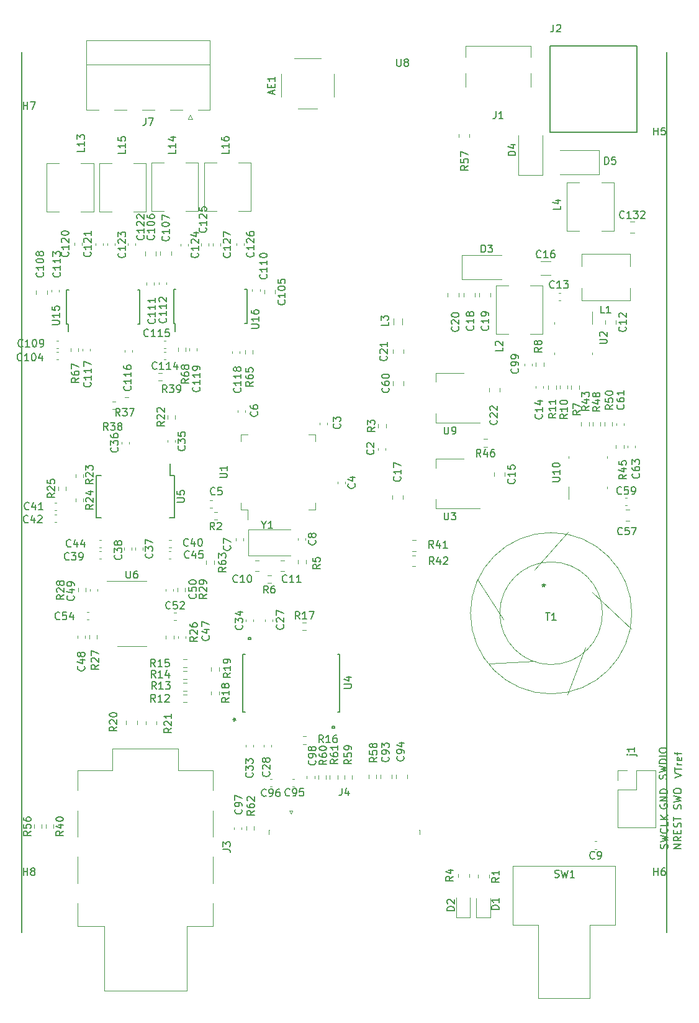
<source format=gbr>
G04 #@! TF.GenerationSoftware,KiCad,Pcbnew,5.1.9*
G04 #@! TF.CreationDate,2021-07-08T11:39:50+08:00*
G04 #@! TF.ProjectId,digital-amplifier2,64696769-7461-46c2-9d61-6d706c696669,rev?*
G04 #@! TF.SameCoordinates,Original*
G04 #@! TF.FileFunction,Legend,Top*
G04 #@! TF.FilePolarity,Positive*
%FSLAX46Y46*%
G04 Gerber Fmt 4.6, Leading zero omitted, Abs format (unit mm)*
G04 Created by KiCad (PCBNEW 5.1.9) date 2021-07-08 11:39:50*
%MOMM*%
%LPD*%
G01*
G04 APERTURE LIST*
%ADD10C,0.150000*%
%ADD11C,0.152400*%
%ADD12C,0.120000*%
G04 APERTURE END LIST*
D10*
X191000000Y-100000000D02*
X191000000Y-220000000D01*
X103000000Y-100000000D02*
X103000000Y-220000000D01*
D11*
X133883400Y-180091601D02*
X133883400Y-179837601D01*
X134264400Y-180091601D02*
X133883400Y-180091601D01*
X134264400Y-179837601D02*
X134264400Y-180091601D01*
X133883400Y-179837601D02*
X134264400Y-179837601D01*
X145313400Y-191942199D02*
X145313400Y-192196199D01*
X145694400Y-191942199D02*
X145313400Y-191942199D01*
X145694400Y-192196199D02*
X145694400Y-191942199D01*
X145313400Y-192196199D02*
X145694400Y-192196199D01*
X133462160Y-182092600D02*
X133184900Y-182092600D01*
X146115640Y-189941200D02*
X146392900Y-189941200D01*
X133184900Y-189941200D02*
X133462160Y-189941200D01*
X133184900Y-182092600D02*
X133184900Y-189941200D01*
X146392900Y-182092600D02*
X146115640Y-182092600D01*
X146392900Y-189941200D02*
X146392900Y-182092600D01*
D12*
X186221900Y-176491900D02*
G75*
G03*
X186221900Y-176491900I-11000000J0D01*
G01*
X182221900Y-176491900D02*
G75*
G03*
X182221900Y-176491900I-7000000J0D01*
G01*
X172935900Y-170586400D02*
X177507900Y-165442900D01*
X180809900Y-173634400D02*
X186143900Y-178650900D01*
X179920900Y-181127400D02*
X177444400Y-187604400D01*
X173062900Y-183032400D02*
X166776400Y-183349900D01*
X168681400Y-177380900D02*
X165125400Y-171856400D01*
X104709700Y-205798958D02*
X104709700Y-205324442D01*
X105754700Y-205798958D02*
X105754700Y-205324442D01*
X107329500Y-205324942D02*
X107329500Y-205799458D01*
X106284500Y-205324942D02*
X106284500Y-205799458D01*
X166506158Y-152741100D02*
X166031642Y-152741100D01*
X166506158Y-153786100D02*
X166031642Y-153786100D01*
X159507000Y-143701720D02*
X159507000Y-144961720D01*
X159507000Y-150521720D02*
X159507000Y-149261720D01*
X163267000Y-143701720D02*
X159507000Y-143701720D01*
X165517000Y-150521720D02*
X159507000Y-150521720D01*
X153620800Y-145396852D02*
X153620800Y-144874348D01*
X155090800Y-145396852D02*
X155090800Y-144874348D01*
X184280500Y-205685700D02*
X189480500Y-205685700D01*
X184280500Y-200545700D02*
X184280500Y-205685700D01*
X189480500Y-197945700D02*
X189480500Y-205685700D01*
X184280500Y-200545700D02*
X186880500Y-200545700D01*
X186880500Y-200545700D02*
X186880500Y-197945700D01*
X186880500Y-197945700D02*
X189480500Y-197945700D01*
X184280500Y-199275700D02*
X184280500Y-197945700D01*
X184280500Y-197945700D02*
X185610500Y-197945700D01*
X138400000Y-102900000D02*
X138400000Y-106100000D01*
X145600000Y-102900000D02*
X145600000Y-106100000D01*
X140700000Y-107700000D02*
X143300000Y-107700000D01*
X140200000Y-100820000D02*
X143800000Y-100820000D01*
X128710000Y-107810000D02*
X128710000Y-98390000D01*
X128710000Y-98390000D02*
X111860000Y-98390000D01*
X111860000Y-98390000D02*
X111860000Y-107810000D01*
X128710000Y-107810000D02*
X127050000Y-107810000D01*
X111860000Y-107810000D02*
X113520000Y-107810000D01*
X124950000Y-107810000D02*
X123240000Y-107810000D01*
X121140000Y-107810000D02*
X119430000Y-107810000D01*
X117330000Y-107810000D02*
X115620000Y-107810000D01*
X128710000Y-101700000D02*
X111860000Y-101700000D01*
X125700000Y-109100000D02*
X126000000Y-108500000D01*
X126000000Y-108500000D02*
X126300000Y-109100000D01*
X126300000Y-109100000D02*
X125700000Y-109100000D01*
X123954000Y-152894420D02*
X123954000Y-153175580D01*
X122934000Y-152894420D02*
X122934000Y-153175580D01*
X151648700Y-153986620D02*
X151648700Y-154267780D01*
X152668700Y-153986620D02*
X152668700Y-154267780D01*
X133665700Y-205578942D02*
X133665700Y-206053458D01*
X134710700Y-205578942D02*
X134710700Y-206053458D01*
X128204700Y-169345842D02*
X128204700Y-169820358D01*
X129249700Y-169345842D02*
X129249700Y-169820358D01*
X145039820Y-198596222D02*
X145039820Y-199070738D01*
X146084820Y-198596222D02*
X146084820Y-199070738D01*
X143470100Y-198611462D02*
X143470100Y-199085978D01*
X144515100Y-198611462D02*
X144515100Y-199085978D01*
X147021020Y-198601302D02*
X147021020Y-199075818D01*
X148066020Y-198601302D02*
X148066020Y-199075818D01*
X150338260Y-198545422D02*
X150338260Y-199019938D01*
X151383260Y-198545422D02*
X151383260Y-199019938D01*
X131951000Y-205701020D02*
X131951000Y-205982180D01*
X132971000Y-205701020D02*
X132971000Y-205982180D01*
X137127860Y-199075320D02*
X136846700Y-199075320D01*
X137127860Y-200095320D02*
X136846700Y-200095320D01*
X139932800Y-200102940D02*
X140213960Y-200102940D01*
X139932800Y-199082940D02*
X140213960Y-199082940D01*
X110348500Y-157971258D02*
X110348500Y-157496742D01*
X111393500Y-157971258D02*
X111393500Y-157496742D01*
X134507500Y-140600662D02*
X134507500Y-141075178D01*
X133462500Y-140600662D02*
X133462500Y-141075178D01*
X126875000Y-140367140D02*
X126875000Y-140648300D01*
X125855000Y-140367140D02*
X125855000Y-140648300D01*
X132772880Y-140763380D02*
X132772880Y-141044540D01*
X131752880Y-140763380D02*
X131752880Y-141044540D01*
X112325880Y-140417940D02*
X112325880Y-140699100D01*
X111305880Y-140417940D02*
X111305880Y-140699100D01*
X118112000Y-140575420D02*
X118112000Y-140856580D01*
X117092000Y-140575420D02*
X117092000Y-140856580D01*
X122695580Y-141861000D02*
X122414420Y-141861000D01*
X122695580Y-140841000D02*
X122414420Y-140841000D01*
X108014380Y-141861000D02*
X107733220Y-141861000D01*
X108014380Y-140841000D02*
X107733220Y-140841000D01*
X186027428Y-124590480D02*
X186549932Y-124590480D01*
X186027428Y-123120480D02*
X186549932Y-123120480D01*
X112159660Y-177375280D02*
X111878500Y-177375280D01*
X112159660Y-176355280D02*
X111878500Y-176355280D01*
X123791100Y-176380680D02*
X124072260Y-176380680D01*
X123791100Y-177400680D02*
X124072260Y-177400680D01*
X133622320Y-177600220D02*
X133622320Y-177319060D01*
X134642320Y-177600220D02*
X134642320Y-177319060D01*
X134596600Y-194423420D02*
X134596600Y-194704580D01*
X133576600Y-194423420D02*
X133576600Y-194704580D01*
X137095960Y-194453900D02*
X137095960Y-194735060D01*
X136075960Y-194453900D02*
X136075960Y-194735060D01*
X136182640Y-177605300D02*
X136182640Y-177324140D01*
X137202640Y-177605300D02*
X137202640Y-177324140D01*
X121682742Y-144794500D02*
X122157258Y-144794500D01*
X121682742Y-143749500D02*
X122157258Y-143749500D01*
X115832658Y-147635700D02*
X115358142Y-147635700D01*
X115832658Y-148680700D02*
X115358142Y-148680700D01*
X117559858Y-146010100D02*
X117085342Y-146010100D01*
X117559858Y-147055100D02*
X117085342Y-147055100D01*
X141782060Y-169700978D02*
X141782060Y-169226462D01*
X140737060Y-169700978D02*
X140737060Y-169226462D01*
X152693900Y-151164058D02*
X152693900Y-150689542D01*
X151648900Y-151164058D02*
X151648900Y-150689542D01*
X129703598Y-162697900D02*
X129229082Y-162697900D01*
X129703598Y-163742900D02*
X129229082Y-163742900D01*
X117639560Y-153394020D02*
X117639560Y-153112860D01*
X116619560Y-153394020D02*
X116619560Y-153112860D01*
X173761348Y-128503000D02*
X175183852Y-128503000D01*
X173761348Y-130323000D02*
X175183852Y-130323000D01*
X183529500Y-150435542D02*
X183529500Y-150910058D01*
X182484500Y-150435542D02*
X182484500Y-150910058D01*
X180909700Y-150910058D02*
X180909700Y-150435542D01*
X181954700Y-150910058D02*
X181954700Y-150435542D01*
X184059300Y-154022058D02*
X184059300Y-153547542D01*
X185104300Y-154022058D02*
X185104300Y-153547542D01*
X179334900Y-150910058D02*
X179334900Y-150435542D01*
X180379900Y-150910058D02*
X180379900Y-150435542D01*
X174839100Y-145906258D02*
X174839100Y-145431742D01*
X175884100Y-145906258D02*
X175884100Y-145431742D01*
X177458900Y-145419542D02*
X177458900Y-145894058D01*
X176413900Y-145419542D02*
X176413900Y-145894058D01*
X174182300Y-142332942D02*
X174182300Y-142807458D01*
X173137300Y-142332942D02*
X173137300Y-142807458D01*
X179033700Y-145431742D02*
X179033700Y-145906258D01*
X177988700Y-145431742D02*
X177988700Y-145906258D01*
X172595000Y-142429620D02*
X172595000Y-142710780D01*
X171575000Y-142429620D02*
X171575000Y-142710780D01*
X185672000Y-153937580D02*
X185672000Y-153656420D01*
X186692000Y-153937580D02*
X186692000Y-153656420D01*
X184097200Y-150838780D02*
X184097200Y-150557620D01*
X185117200Y-150838780D02*
X185117200Y-150557620D01*
X185317520Y-160729200D02*
X185598680Y-160729200D01*
X185317520Y-161749200D02*
X185598680Y-161749200D01*
X174169800Y-145515420D02*
X174169800Y-145796580D01*
X173149800Y-145515420D02*
X173149800Y-145796580D01*
X176518180Y-133809200D02*
X176237020Y-133809200D01*
X176518180Y-132789200D02*
X176237020Y-132789200D01*
X179068600Y-124331000D02*
X177368600Y-124331000D01*
X177368600Y-124331000D02*
X177368600Y-117731000D01*
X177368600Y-117731000D02*
X179068600Y-117731000D01*
X182068600Y-117731000D02*
X183768600Y-117731000D01*
X183768600Y-117731000D02*
X183768600Y-124331000D01*
X183768600Y-124331000D02*
X182068600Y-124331000D01*
X125363500Y-140265382D02*
X125363500Y-140739898D01*
X124318500Y-140265382D02*
X124318500Y-140739898D01*
X110717860Y-140311102D02*
X110717860Y-140785618D01*
X109672860Y-140311102D02*
X109672860Y-140785618D01*
D10*
X123726800Y-136970400D02*
X123951800Y-136970400D01*
X123726800Y-132320400D02*
X124051800Y-132320400D01*
X133727600Y-132320400D02*
X133402600Y-132320400D01*
X133727600Y-136970400D02*
X133402600Y-136970400D01*
X123726800Y-136970400D02*
X123726800Y-132320400D01*
X133727600Y-136970400D02*
X133727600Y-132320400D01*
X123951800Y-136970400D02*
X123951800Y-138045400D01*
X109372200Y-137021200D02*
X109372200Y-138096200D01*
X119148000Y-137021200D02*
X119148000Y-132371200D01*
X109147200Y-137021200D02*
X109147200Y-132371200D01*
X119148000Y-137021200D02*
X118823000Y-137021200D01*
X119148000Y-132371200D02*
X118823000Y-132371200D01*
X109147200Y-132371200D02*
X109472200Y-132371200D01*
X109147200Y-137021200D02*
X109372200Y-137021200D01*
D12*
X134289400Y-121638600D02*
X132589400Y-121638600D01*
X134289400Y-115038600D02*
X134289400Y-121638600D01*
X132589400Y-115038600D02*
X134289400Y-115038600D01*
X127889400Y-115038600D02*
X129589400Y-115038600D01*
X127889400Y-121638600D02*
X127889400Y-115038600D01*
X129589400Y-121638600D02*
X127889400Y-121638600D01*
X119963800Y-121689400D02*
X118263800Y-121689400D01*
X119963800Y-115089400D02*
X119963800Y-121689400D01*
X118263800Y-115089400D02*
X119963800Y-115089400D01*
X113563800Y-115089400D02*
X115263800Y-115089400D01*
X113563800Y-121689400D02*
X113563800Y-115089400D01*
X115263800Y-121689400D02*
X113563800Y-121689400D01*
X127075800Y-121638600D02*
X125375800Y-121638600D01*
X127075800Y-115038600D02*
X127075800Y-121638600D01*
X125375800Y-115038600D02*
X127075800Y-115038600D01*
X120675800Y-115038600D02*
X122375800Y-115038600D01*
X120675800Y-121638600D02*
X120675800Y-115038600D01*
X122375800Y-121638600D02*
X120675800Y-121638600D01*
X112801000Y-121689400D02*
X111101000Y-121689400D01*
X112801000Y-115089400D02*
X112801000Y-121689400D01*
X111101000Y-115089400D02*
X112801000Y-115089400D01*
X106401000Y-115089400D02*
X108101000Y-115089400D01*
X106401000Y-121689400D02*
X106401000Y-115089400D01*
X108101000Y-121689400D02*
X106401000Y-121689400D01*
X139950000Y-203450000D02*
X139550000Y-203450000D01*
X139750000Y-203850000D02*
X139950000Y-203450000D01*
X139550000Y-203450000D02*
X139750000Y-203850000D01*
X157325000Y-206040000D02*
X157325000Y-206640000D01*
X157215000Y-206040000D02*
X157325000Y-206040000D01*
X136675000Y-206040000D02*
X136675000Y-206640000D01*
X136785000Y-206040000D02*
X136675000Y-206040000D01*
X129106200Y-126072020D02*
X129106200Y-126353180D01*
X130126200Y-126072020D02*
X130126200Y-126353180D01*
X132306600Y-126021220D02*
X132306600Y-126302380D01*
X133326600Y-126021220D02*
X133326600Y-126302380D01*
X127480600Y-126072020D02*
X127480600Y-126353180D01*
X128500600Y-126072020D02*
X128500600Y-126353180D01*
X124717080Y-126102500D02*
X124717080Y-126383660D01*
X125737080Y-126102500D02*
X125737080Y-126383660D01*
X114679000Y-126021220D02*
X114679000Y-126302380D01*
X115699000Y-126021220D02*
X115699000Y-126302380D01*
X117508560Y-126011060D02*
X117508560Y-126292220D01*
X118528560Y-126011060D02*
X118528560Y-126292220D01*
X113053400Y-126021220D02*
X113053400Y-126302380D01*
X114073400Y-126021220D02*
X114073400Y-126302380D01*
X110183200Y-125995820D02*
X110183200Y-126276980D01*
X111203200Y-125995820D02*
X111203200Y-126276980D01*
X122695580Y-139317000D02*
X122414420Y-139317000D01*
X122695580Y-140337000D02*
X122414420Y-140337000D01*
X107094560Y-132386460D02*
X107094560Y-132667620D01*
X108114560Y-132386460D02*
X108114560Y-132667620D01*
X121709720Y-131390780D02*
X121709720Y-131671940D01*
X122729720Y-131390780D02*
X122729720Y-131671940D01*
X120053640Y-131400940D02*
X120053640Y-131682100D01*
X121073640Y-131400940D02*
X121073640Y-131682100D01*
X134470680Y-132315340D02*
X134470680Y-132596500D01*
X135490680Y-132315340D02*
X135490680Y-132596500D01*
X108016920Y-139317000D02*
X107735760Y-139317000D01*
X108016920Y-140337000D02*
X107735760Y-140337000D01*
X104979800Y-132484228D02*
X104979800Y-133006732D01*
X106449800Y-132484228D02*
X106449800Y-133006732D01*
X123411920Y-127693052D02*
X123411920Y-127170548D01*
X121941920Y-127693052D02*
X121941920Y-127170548D01*
X121329120Y-127698132D02*
X121329120Y-127175628D01*
X119859120Y-127698132D02*
X119859120Y-127175628D01*
X136089720Y-132402948D02*
X136089720Y-132925452D01*
X137559720Y-132402948D02*
X137559720Y-132925452D01*
X142943040Y-198989300D02*
X142943040Y-198708140D01*
X141923040Y-198989300D02*
X141923040Y-198708140D01*
X154105940Y-198511268D02*
X154105940Y-199033772D01*
X155575940Y-198511268D02*
X155575940Y-199033772D01*
X151985040Y-198498568D02*
X151985040Y-199021072D01*
X153455040Y-198498568D02*
X153455040Y-199021072D01*
X184000000Y-211000000D02*
X170000000Y-211000000D01*
X184000000Y-219000000D02*
X184000000Y-211000000D01*
X184000000Y-219000000D02*
X180500000Y-219000000D01*
X180500000Y-219000000D02*
X180500000Y-229000000D01*
X173500000Y-229000000D02*
X180500000Y-229000000D01*
X173500000Y-219000000D02*
X173500000Y-229000000D01*
X170000000Y-219000000D02*
X173500000Y-219000000D01*
X170000000Y-211000000D02*
X170000000Y-219000000D01*
X125312700Y-173066942D02*
X125312700Y-173541458D01*
X124267700Y-173066942D02*
X124267700Y-173541458D01*
X111749100Y-173066942D02*
X111749100Y-173541458D01*
X110704100Y-173066942D02*
X110704100Y-173541458D01*
X112253500Y-179980358D02*
X112253500Y-179505842D01*
X113298500Y-179980358D02*
X113298500Y-179505842D01*
X122680200Y-180005758D02*
X122680200Y-179531242D01*
X123725200Y-180005758D02*
X123725200Y-179531242D01*
X107981220Y-159713698D02*
X107981220Y-159239182D01*
X109026220Y-159713698D02*
X109026220Y-159239182D01*
X111393500Y-160798742D02*
X111393500Y-161273258D01*
X110348500Y-160798742D02*
X110348500Y-161273258D01*
X122921500Y-149970258D02*
X122921500Y-149495742D01*
X123966500Y-149970258D02*
X123966500Y-149495742D01*
X128880340Y-184380138D02*
X128880340Y-183905622D01*
X129925340Y-184380138D02*
X129925340Y-183905622D01*
X129920260Y-187130422D02*
X129920260Y-187604938D01*
X128875260Y-187130422D02*
X128875260Y-187604938D01*
X141324062Y-177739780D02*
X141798578Y-177739780D01*
X141324062Y-178784780D02*
X141798578Y-178784780D01*
X141337262Y-193284580D02*
X141811778Y-193284580D01*
X141337262Y-194329580D02*
X141811778Y-194329580D01*
X125535458Y-183844460D02*
X125060942Y-183844460D01*
X125535458Y-182799460D02*
X125060942Y-182799460D01*
X125535458Y-185446353D02*
X125060942Y-185446353D01*
X125535458Y-184401353D02*
X125060942Y-184401353D01*
X125535458Y-187048246D02*
X125060942Y-187048246D01*
X125535458Y-186003246D02*
X125060942Y-186003246D01*
X125545618Y-188650140D02*
X125071102Y-188650140D01*
X125545618Y-187605140D02*
X125071102Y-187605140D01*
X123649200Y-173163620D02*
X123649200Y-173444780D01*
X122629200Y-173163620D02*
X122629200Y-173444780D01*
X113336800Y-173176320D02*
X113336800Y-173457480D01*
X112316800Y-173176320D02*
X112316800Y-173457480D01*
X110653100Y-179870680D02*
X110653100Y-179589520D01*
X111673100Y-179870680D02*
X111673100Y-179589520D01*
X124356400Y-179909080D02*
X124356400Y-179627920D01*
X125376400Y-179909080D02*
X125376400Y-179627920D01*
X123368680Y-169051700D02*
X123087520Y-169051700D01*
X123368680Y-168031700D02*
X123087520Y-168031700D01*
X113587920Y-166495000D02*
X113869080Y-166495000D01*
X113587920Y-167515000D02*
X113869080Y-167515000D01*
X107765460Y-164096160D02*
X107484300Y-164096160D01*
X107765460Y-163076160D02*
X107484300Y-163076160D01*
X107750220Y-162455320D02*
X107469060Y-162455320D01*
X107750220Y-161435320D02*
X107469060Y-161435320D01*
X123394080Y-167502300D02*
X123112920Y-167502300D01*
X123394080Y-166482300D02*
X123112920Y-166482300D01*
X113575220Y-168019000D02*
X113856380Y-168019000D01*
X113575220Y-169039000D02*
X113856380Y-169039000D01*
X117972300Y-167562920D02*
X117972300Y-167844080D01*
X116952300Y-167562920D02*
X116952300Y-167844080D01*
X119496300Y-167562920D02*
X119496300Y-167844080D01*
X118476300Y-167562920D02*
X118476300Y-167844080D01*
X181435620Y-208637600D02*
X181154460Y-208637600D01*
X181435620Y-207617600D02*
X181154460Y-207617600D01*
X141754320Y-166224340D02*
X141754320Y-166505500D01*
X140734320Y-166224340D02*
X140734320Y-166505500D01*
X133250400Y-166285300D02*
X133250400Y-166566460D01*
X132230400Y-166285300D02*
X132230400Y-166566460D01*
X132456460Y-149111580D02*
X132456460Y-148830420D01*
X133476460Y-149111580D02*
X133476460Y-148830420D01*
X128984620Y-162135280D02*
X128703460Y-162135280D01*
X128984620Y-161115280D02*
X128703460Y-161115280D01*
X147123880Y-158525600D02*
X147123880Y-158806760D01*
X146103880Y-158525600D02*
X146103880Y-158806760D01*
X143695960Y-150803220D02*
X143695960Y-150522060D01*
X144715960Y-150803220D02*
X144715960Y-150522060D01*
X162614940Y-111583204D02*
X162614940Y-111129076D01*
X164084940Y-111583204D02*
X164084940Y-111129076D01*
X163530000Y-99160000D02*
X172470000Y-99160000D01*
X163530000Y-104670000D02*
X163530000Y-102870000D01*
X163530000Y-99160000D02*
X163530000Y-100620000D01*
X172470000Y-99160000D02*
X172470000Y-100620000D01*
X172470000Y-104670000D02*
X172470000Y-102870000D01*
X139656800Y-165065300D02*
X133906800Y-165065300D01*
X133906800Y-165065300D02*
X133906800Y-168665300D01*
X133906800Y-168665300D02*
X139656800Y-168665300D01*
X182823000Y-155341216D02*
X182823000Y-155076800D01*
X182823000Y-159212384D02*
X182823000Y-159476800D01*
X177603000Y-155341216D02*
X177603000Y-155076800D01*
X177603000Y-159212384D02*
X177603000Y-160926800D01*
X118046500Y-180977700D02*
X119996500Y-180977700D01*
X118046500Y-180977700D02*
X116096500Y-180977700D01*
X118046500Y-172107700D02*
X119996500Y-172107700D01*
X118046500Y-172107700D02*
X114596500Y-172107700D01*
D10*
X123816000Y-157691100D02*
X123241000Y-157691100D01*
X123816000Y-163441100D02*
X123166000Y-163441100D01*
X113166000Y-163441100D02*
X113816000Y-163441100D01*
X113166000Y-157691100D02*
X113816000Y-157691100D01*
X123816000Y-157691100D02*
X123816000Y-163441100D01*
X113166000Y-157691100D02*
X113166000Y-163441100D01*
X123241000Y-157691100D02*
X123241000Y-156091100D01*
D12*
X159507000Y-155390800D02*
X159507000Y-156650800D01*
X159507000Y-162210800D02*
X159507000Y-160950800D01*
X163267000Y-155390800D02*
X159507000Y-155390800D01*
X165517000Y-162210800D02*
X159507000Y-162210800D01*
X175621800Y-140949784D02*
X175621800Y-141214200D01*
X175621800Y-137078616D02*
X175621800Y-136814200D01*
X180841800Y-140949784D02*
X180841800Y-141214200D01*
X180841800Y-137078616D02*
X180841800Y-135364200D01*
X143095500Y-153078700D02*
X143095500Y-152128700D01*
X143095500Y-152128700D02*
X142145500Y-152128700D01*
X143095500Y-161398700D02*
X143095500Y-162348700D01*
X143095500Y-162348700D02*
X142145500Y-162348700D01*
X132875500Y-153078700D02*
X132875500Y-152128700D01*
X132875500Y-152128700D02*
X133825500Y-152128700D01*
X132875500Y-161398700D02*
X132875500Y-162348700D01*
X132875500Y-162348700D02*
X133825500Y-162348700D01*
X133825500Y-162348700D02*
X133825500Y-163688700D01*
X156716464Y-170102200D02*
X156262336Y-170102200D01*
X156716464Y-168632200D02*
X156262336Y-168632200D01*
X156313136Y-166549400D02*
X156767264Y-166549400D01*
X156313136Y-168019400D02*
X156767264Y-168019400D01*
X119925160Y-191671944D02*
X119925160Y-191217816D01*
X121395160Y-191671944D02*
X121395160Y-191217816D01*
X117273400Y-191636384D02*
X117273400Y-191182256D01*
X118743400Y-191636384D02*
X118743400Y-191182256D01*
X137016258Y-172391600D02*
X136541742Y-172391600D01*
X137016258Y-171346600D02*
X136541742Y-171346600D01*
X164044300Y-212053436D02*
X164044300Y-212507564D01*
X162574300Y-212053436D02*
X162574300Y-212507564D01*
X166759560Y-212157576D02*
X166759560Y-212611704D01*
X165289560Y-212157576D02*
X165289560Y-212611704D01*
X154890400Y-136328578D02*
X154890400Y-137127822D01*
X153770400Y-136328578D02*
X153770400Y-137127822D01*
X169391200Y-138428000D02*
X167691200Y-138428000D01*
X167691200Y-138428000D02*
X167691200Y-131828000D01*
X167691200Y-131828000D02*
X169391200Y-131828000D01*
X172391200Y-131828000D02*
X174091200Y-131828000D01*
X174091200Y-131828000D02*
X174091200Y-138428000D01*
X174091200Y-138428000D02*
X172391200Y-138428000D01*
X179351400Y-129157600D02*
X179351400Y-127457600D01*
X179351400Y-127457600D02*
X185951400Y-127457600D01*
X185951400Y-127457600D02*
X185951400Y-129157600D01*
X185951400Y-132157600D02*
X185951400Y-133857600D01*
X185951400Y-133857600D02*
X179351400Y-133857600D01*
X179351400Y-133857600D02*
X179351400Y-132157600D01*
X125505000Y-219170000D02*
X125505000Y-228020000D01*
X114265000Y-228020000D02*
X125505000Y-228020000D01*
X114265000Y-219170000D02*
X114265000Y-228020000D01*
X115415000Y-194930000D02*
X115415000Y-197930000D01*
X110665000Y-219170000D02*
X114265000Y-219170000D01*
X129105000Y-219170000D02*
X129105000Y-216050000D01*
X110665000Y-219170000D02*
X110665000Y-216050000D01*
X110665000Y-200650000D02*
X110665000Y-197930000D01*
X110665000Y-207000000D02*
X110665000Y-203400000D01*
X110665000Y-213300000D02*
X110665000Y-209700000D01*
X129105000Y-209700000D02*
X129105000Y-213300000D01*
X129105000Y-203400000D02*
X129105000Y-207000000D01*
X129105000Y-197930000D02*
X129105000Y-200650000D01*
X110665000Y-197930000D02*
X115415000Y-197930000D01*
X115455000Y-194930000D02*
X124355000Y-194930000D01*
X124355000Y-194930000D02*
X124355000Y-197930000D01*
X124355000Y-197930000D02*
X129105000Y-197930000D01*
X125505000Y-219170000D02*
X129105000Y-219170000D01*
D10*
X175103380Y-99117100D02*
X175103380Y-110879840D01*
X175103380Y-110879840D02*
X186960100Y-110879840D01*
X186960100Y-110879840D02*
X186960100Y-99122180D01*
X186960100Y-99122180D02*
X175113540Y-99122180D01*
X175111000Y-99124720D02*
X175113540Y-99122180D01*
D12*
X181784200Y-116661200D02*
X181784200Y-113361200D01*
X181784200Y-113361200D02*
X176384200Y-113361200D01*
X181784200Y-116661200D02*
X176384200Y-116661200D01*
X170765200Y-116709400D02*
X174065200Y-116709400D01*
X174065200Y-116709400D02*
X174065200Y-111309400D01*
X170765200Y-116709400D02*
X170765200Y-111309400D01*
X163046200Y-127661400D02*
X163046200Y-130961400D01*
X163046200Y-130961400D02*
X168446200Y-130961400D01*
X163046200Y-127661400D02*
X168446200Y-127661400D01*
X162260400Y-215306400D02*
X162260400Y-217991400D01*
X162260400Y-217991400D02*
X164180400Y-217991400D01*
X164180400Y-217991400D02*
X164180400Y-215306400D01*
X165003600Y-215344500D02*
X165003600Y-218029500D01*
X165003600Y-218029500D02*
X166923600Y-218029500D01*
X166923600Y-218029500D02*
X166923600Y-215344500D01*
X185400048Y-162383800D02*
X185922552Y-162383800D01*
X185400048Y-163853800D02*
X185922552Y-163853800D01*
X168235300Y-145776048D02*
X168235300Y-146298552D01*
X166765300Y-145776048D02*
X166765300Y-146298552D01*
X155090800Y-140518248D02*
X155090800Y-141040752D01*
X153620800Y-140518248D02*
X153620800Y-141040752D01*
X162583800Y-132834748D02*
X162583800Y-133357252D01*
X161113800Y-132834748D02*
X161113800Y-133357252D01*
X166910600Y-132817948D02*
X166910600Y-133340452D01*
X165440600Y-132817948D02*
X165440600Y-133340452D01*
X164793600Y-132834748D02*
X164793600Y-133357252D01*
X163323600Y-132834748D02*
X163323600Y-133357252D01*
X155014600Y-160406448D02*
X155014600Y-160928952D01*
X153544600Y-160406448D02*
X153544600Y-160928952D01*
X168895700Y-157294948D02*
X168895700Y-157817452D01*
X167425700Y-157294948D02*
X167425700Y-157817452D01*
X184051880Y-136527908D02*
X184051880Y-137050412D01*
X182581880Y-136527908D02*
X182581880Y-137050412D01*
X138349048Y-169279900D02*
X138871552Y-169279900D01*
X138349048Y-170749900D02*
X138871552Y-170749900D01*
X135363852Y-170749900D02*
X134841348Y-170749900D01*
X135363852Y-169279900D02*
X134841348Y-169279900D01*
D10*
X146983200Y-186715304D02*
X147792724Y-186715304D01*
X147887962Y-186667685D01*
X147935581Y-186620066D01*
X147983200Y-186524828D01*
X147983200Y-186334352D01*
X147935581Y-186239114D01*
X147887962Y-186191495D01*
X147792724Y-186143876D01*
X146983200Y-186143876D01*
X147316534Y-185239114D02*
X147983200Y-185239114D01*
X146935581Y-185477209D02*
X147649867Y-185715304D01*
X147649867Y-185096257D01*
X131825280Y-190957200D02*
X132063376Y-190957200D01*
X131968138Y-191195295D02*
X132063376Y-190957200D01*
X131968138Y-190719104D01*
X132253852Y-191100057D02*
X132063376Y-190957200D01*
X132253852Y-190814342D01*
X131825280Y-190957200D02*
X132063376Y-190957200D01*
X131968138Y-191195295D02*
X132063376Y-190957200D01*
X131968138Y-190719104D01*
X132253852Y-191100057D02*
X132063376Y-190957200D01*
X132253852Y-190814342D01*
X174459995Y-176444280D02*
X175031423Y-176444280D01*
X174745709Y-177444280D02*
X174745709Y-176444280D01*
X175888566Y-177444280D02*
X175317138Y-177444280D01*
X175602852Y-177444280D02*
X175602852Y-176444280D01*
X175507614Y-176587138D01*
X175412376Y-176682376D01*
X175317138Y-176729995D01*
X174205900Y-172451780D02*
X174205900Y-172689876D01*
X173967804Y-172594638D02*
X174205900Y-172689876D01*
X174443995Y-172594638D01*
X174063042Y-172880352D02*
X174205900Y-172689876D01*
X174348757Y-172880352D01*
X104254580Y-206204557D02*
X103778390Y-206537890D01*
X104254580Y-206775985D02*
X103254580Y-206775985D01*
X103254580Y-206395033D01*
X103302200Y-206299795D01*
X103349819Y-206252176D01*
X103445057Y-206204557D01*
X103587914Y-206204557D01*
X103683152Y-206252176D01*
X103730771Y-206299795D01*
X103778390Y-206395033D01*
X103778390Y-206775985D01*
X103254580Y-205299795D02*
X103254580Y-205775985D01*
X103730771Y-205823604D01*
X103683152Y-205775985D01*
X103635533Y-205680747D01*
X103635533Y-205442652D01*
X103683152Y-205347414D01*
X103730771Y-205299795D01*
X103826009Y-205252176D01*
X104064104Y-205252176D01*
X104159342Y-205299795D01*
X104206961Y-205347414D01*
X104254580Y-205442652D01*
X104254580Y-205680747D01*
X104206961Y-205775985D01*
X104159342Y-205823604D01*
X103254580Y-204395033D02*
X103254580Y-204585509D01*
X103302200Y-204680747D01*
X103349819Y-204728366D01*
X103492676Y-204823604D01*
X103683152Y-204871223D01*
X104064104Y-204871223D01*
X104159342Y-204823604D01*
X104206961Y-204775985D01*
X104254580Y-204680747D01*
X104254580Y-204490271D01*
X104206961Y-204395033D01*
X104159342Y-204347414D01*
X104064104Y-204299795D01*
X103826009Y-204299795D01*
X103730771Y-204347414D01*
X103683152Y-204395033D01*
X103635533Y-204490271D01*
X103635533Y-204680747D01*
X103683152Y-204775985D01*
X103730771Y-204823604D01*
X103826009Y-204871223D01*
X108689380Y-206205057D02*
X108213190Y-206538390D01*
X108689380Y-206776485D02*
X107689380Y-206776485D01*
X107689380Y-206395533D01*
X107737000Y-206300295D01*
X107784619Y-206252676D01*
X107879857Y-206205057D01*
X108022714Y-206205057D01*
X108117952Y-206252676D01*
X108165571Y-206300295D01*
X108213190Y-206395533D01*
X108213190Y-206776485D01*
X108022714Y-205347914D02*
X108689380Y-205347914D01*
X107641761Y-205586009D02*
X108356047Y-205824104D01*
X108356047Y-205205057D01*
X107689380Y-204633628D02*
X107689380Y-204538390D01*
X107737000Y-204443152D01*
X107784619Y-204395533D01*
X107879857Y-204347914D01*
X108070333Y-204300295D01*
X108308428Y-204300295D01*
X108498904Y-204347914D01*
X108594142Y-204395533D01*
X108641761Y-204443152D01*
X108689380Y-204538390D01*
X108689380Y-204633628D01*
X108641761Y-204728866D01*
X108594142Y-204776485D01*
X108498904Y-204824104D01*
X108308428Y-204871723D01*
X108070333Y-204871723D01*
X107879857Y-204824104D01*
X107784619Y-204776485D01*
X107737000Y-204728866D01*
X107689380Y-204633628D01*
X165626042Y-155145980D02*
X165292709Y-154669790D01*
X165054614Y-155145980D02*
X165054614Y-154145980D01*
X165435566Y-154145980D01*
X165530804Y-154193600D01*
X165578423Y-154241219D01*
X165626042Y-154336457D01*
X165626042Y-154479314D01*
X165578423Y-154574552D01*
X165530804Y-154622171D01*
X165435566Y-154669790D01*
X165054614Y-154669790D01*
X166483185Y-154479314D02*
X166483185Y-155145980D01*
X166245090Y-154098361D02*
X166006995Y-154812647D01*
X166626042Y-154812647D01*
X167435566Y-154145980D02*
X167245090Y-154145980D01*
X167149852Y-154193600D01*
X167102233Y-154241219D01*
X167006995Y-154384076D01*
X166959376Y-154574552D01*
X166959376Y-154955504D01*
X167006995Y-155050742D01*
X167054614Y-155098361D01*
X167149852Y-155145980D01*
X167340328Y-155145980D01*
X167435566Y-155098361D01*
X167483185Y-155050742D01*
X167530804Y-154955504D01*
X167530804Y-154717409D01*
X167483185Y-154622171D01*
X167435566Y-154574552D01*
X167340328Y-154526933D01*
X167149852Y-154526933D01*
X167054614Y-154574552D01*
X167006995Y-154622171D01*
X166959376Y-154717409D01*
X160655095Y-151064100D02*
X160655095Y-151873624D01*
X160702714Y-151968862D01*
X160750333Y-152016481D01*
X160845571Y-152064100D01*
X161036047Y-152064100D01*
X161131285Y-152016481D01*
X161178904Y-151968862D01*
X161226523Y-151873624D01*
X161226523Y-151064100D01*
X161750333Y-152064100D02*
X161940809Y-152064100D01*
X162036047Y-152016481D01*
X162083666Y-151968862D01*
X162178904Y-151826005D01*
X162226523Y-151635529D01*
X162226523Y-151254577D01*
X162178904Y-151159339D01*
X162131285Y-151111720D01*
X162036047Y-151064100D01*
X161845571Y-151064100D01*
X161750333Y-151111720D01*
X161702714Y-151159339D01*
X161655095Y-151254577D01*
X161655095Y-151492672D01*
X161702714Y-151587910D01*
X161750333Y-151635529D01*
X161845571Y-151683148D01*
X162036047Y-151683148D01*
X162131285Y-151635529D01*
X162178904Y-151587910D01*
X162226523Y-151492672D01*
X153032942Y-145778457D02*
X153080561Y-145826076D01*
X153128180Y-145968933D01*
X153128180Y-146064171D01*
X153080561Y-146207028D01*
X152985323Y-146302266D01*
X152890085Y-146349885D01*
X152699609Y-146397504D01*
X152556752Y-146397504D01*
X152366276Y-146349885D01*
X152271038Y-146302266D01*
X152175800Y-146207028D01*
X152128180Y-146064171D01*
X152128180Y-145968933D01*
X152175800Y-145826076D01*
X152223419Y-145778457D01*
X152128180Y-144921314D02*
X152128180Y-145111790D01*
X152175800Y-145207028D01*
X152223419Y-145254647D01*
X152366276Y-145349885D01*
X152556752Y-145397504D01*
X152937704Y-145397504D01*
X153032942Y-145349885D01*
X153080561Y-145302266D01*
X153128180Y-145207028D01*
X153128180Y-145016552D01*
X153080561Y-144921314D01*
X153032942Y-144873695D01*
X152937704Y-144826076D01*
X152699609Y-144826076D01*
X152604371Y-144873695D01*
X152556752Y-144921314D01*
X152509133Y-145016552D01*
X152509133Y-145207028D01*
X152556752Y-145302266D01*
X152604371Y-145349885D01*
X152699609Y-145397504D01*
X152128180Y-144207028D02*
X152128180Y-144111790D01*
X152175800Y-144016552D01*
X152223419Y-143968933D01*
X152318657Y-143921314D01*
X152509133Y-143873695D01*
X152747228Y-143873695D01*
X152937704Y-143921314D01*
X153032942Y-143968933D01*
X153080561Y-144016552D01*
X153128180Y-144111790D01*
X153128180Y-144207028D01*
X153080561Y-144302266D01*
X153032942Y-144349885D01*
X152937704Y-144397504D01*
X152747228Y-144445123D01*
X152509133Y-144445123D01*
X152318657Y-144397504D01*
X152223419Y-144349885D01*
X152175800Y-144302266D01*
X152128180Y-144207028D01*
X185891514Y-195776790D02*
X186748657Y-195776790D01*
X186843895Y-195824409D01*
X186891514Y-195919647D01*
X186891514Y-195967266D01*
X185558180Y-195776790D02*
X185605800Y-195824409D01*
X185653419Y-195776790D01*
X185605800Y-195729171D01*
X185558180Y-195776790D01*
X185653419Y-195776790D01*
X186558180Y-194776790D02*
X186558180Y-195348219D01*
X186558180Y-195062504D02*
X185558180Y-195062504D01*
X185701038Y-195157742D01*
X185796276Y-195252980D01*
X185843895Y-195348219D01*
X192060580Y-198918295D02*
X193060580Y-198584961D01*
X192060580Y-198251628D01*
X192060580Y-198061152D02*
X192060580Y-197489723D01*
X193060580Y-197775438D02*
X192060580Y-197775438D01*
X193060580Y-197156390D02*
X192393914Y-197156390D01*
X192584390Y-197156390D02*
X192489152Y-197108771D01*
X192441533Y-197061152D01*
X192393914Y-196965914D01*
X192393914Y-196870676D01*
X193012961Y-196156390D02*
X193060580Y-196251628D01*
X193060580Y-196442104D01*
X193012961Y-196537342D01*
X192917723Y-196584961D01*
X192536771Y-196584961D01*
X192441533Y-196537342D01*
X192393914Y-196442104D01*
X192393914Y-196251628D01*
X192441533Y-196156390D01*
X192536771Y-196108771D01*
X192632009Y-196108771D01*
X192727247Y-196584961D01*
X192393914Y-195823057D02*
X192393914Y-195442104D01*
X193060580Y-195680200D02*
X192203438Y-195680200D01*
X192108200Y-195632580D01*
X192060580Y-195537342D01*
X192060580Y-195442104D01*
X192958980Y-208571838D02*
X191958980Y-208571838D01*
X192958980Y-208000409D01*
X191958980Y-208000409D01*
X192958980Y-206952790D02*
X192482790Y-207286123D01*
X192958980Y-207524219D02*
X191958980Y-207524219D01*
X191958980Y-207143266D01*
X192006600Y-207048028D01*
X192054219Y-207000409D01*
X192149457Y-206952790D01*
X192292314Y-206952790D01*
X192387552Y-207000409D01*
X192435171Y-207048028D01*
X192482790Y-207143266D01*
X192482790Y-207524219D01*
X192435171Y-206524219D02*
X192435171Y-206190885D01*
X192958980Y-206048028D02*
X192958980Y-206524219D01*
X191958980Y-206524219D01*
X191958980Y-206048028D01*
X192911361Y-205667076D02*
X192958980Y-205524219D01*
X192958980Y-205286123D01*
X192911361Y-205190885D01*
X192863742Y-205143266D01*
X192768504Y-205095647D01*
X192673266Y-205095647D01*
X192578028Y-205143266D01*
X192530409Y-205190885D01*
X192482790Y-205286123D01*
X192435171Y-205476600D01*
X192387552Y-205571838D01*
X192339933Y-205619457D01*
X192244695Y-205667076D01*
X192149457Y-205667076D01*
X192054219Y-205619457D01*
X192006600Y-205571838D01*
X191958980Y-205476600D01*
X191958980Y-205238504D01*
X192006600Y-205095647D01*
X191958980Y-204809933D02*
X191958980Y-204238504D01*
X192958980Y-204524219D02*
X191958980Y-204524219D01*
X192911361Y-203183952D02*
X192958980Y-203041095D01*
X192958980Y-202803000D01*
X192911361Y-202707761D01*
X192863742Y-202660142D01*
X192768504Y-202612523D01*
X192673266Y-202612523D01*
X192578028Y-202660142D01*
X192530409Y-202707761D01*
X192482790Y-202803000D01*
X192435171Y-202993476D01*
X192387552Y-203088714D01*
X192339933Y-203136333D01*
X192244695Y-203183952D01*
X192149457Y-203183952D01*
X192054219Y-203136333D01*
X192006600Y-203088714D01*
X191958980Y-202993476D01*
X191958980Y-202755380D01*
X192006600Y-202612523D01*
X191958980Y-202279190D02*
X192958980Y-202041095D01*
X192244695Y-201850619D01*
X192958980Y-201660142D01*
X191958980Y-201422047D01*
X191958980Y-200850619D02*
X191958980Y-200660142D01*
X192006600Y-200564904D01*
X192101838Y-200469666D01*
X192292314Y-200422047D01*
X192625647Y-200422047D01*
X192816123Y-200469666D01*
X192911361Y-200564904D01*
X192958980Y-200660142D01*
X192958980Y-200850619D01*
X192911361Y-200945857D01*
X192816123Y-201041095D01*
X192625647Y-201088714D01*
X192292314Y-201088714D01*
X192101838Y-201041095D01*
X192006600Y-200945857D01*
X191958980Y-200850619D01*
X191082561Y-208586104D02*
X191130180Y-208443247D01*
X191130180Y-208205152D01*
X191082561Y-208109914D01*
X191034942Y-208062295D01*
X190939704Y-208014676D01*
X190844466Y-208014676D01*
X190749228Y-208062295D01*
X190701609Y-208109914D01*
X190653990Y-208205152D01*
X190606371Y-208395628D01*
X190558752Y-208490866D01*
X190511133Y-208538485D01*
X190415895Y-208586104D01*
X190320657Y-208586104D01*
X190225419Y-208538485D01*
X190177800Y-208490866D01*
X190130180Y-208395628D01*
X190130180Y-208157533D01*
X190177800Y-208014676D01*
X190130180Y-207681342D02*
X191130180Y-207443247D01*
X190415895Y-207252771D01*
X191130180Y-207062295D01*
X190130180Y-206824200D01*
X191034942Y-205871819D02*
X191082561Y-205919438D01*
X191130180Y-206062295D01*
X191130180Y-206157533D01*
X191082561Y-206300390D01*
X190987323Y-206395628D01*
X190892085Y-206443247D01*
X190701609Y-206490866D01*
X190558752Y-206490866D01*
X190368276Y-206443247D01*
X190273038Y-206395628D01*
X190177800Y-206300390D01*
X190130180Y-206157533D01*
X190130180Y-206062295D01*
X190177800Y-205919438D01*
X190225419Y-205871819D01*
X191130180Y-204967057D02*
X191130180Y-205443247D01*
X190130180Y-205443247D01*
X191130180Y-204633723D02*
X190130180Y-204633723D01*
X191130180Y-204062295D02*
X190558752Y-204490866D01*
X190130180Y-204062295D02*
X190701609Y-204633723D01*
X190930161Y-199096047D02*
X190977780Y-198953190D01*
X190977780Y-198715095D01*
X190930161Y-198619857D01*
X190882542Y-198572238D01*
X190787304Y-198524619D01*
X190692066Y-198524619D01*
X190596828Y-198572238D01*
X190549209Y-198619857D01*
X190501590Y-198715095D01*
X190453971Y-198905571D01*
X190406352Y-199000809D01*
X190358733Y-199048428D01*
X190263495Y-199096047D01*
X190168257Y-199096047D01*
X190073019Y-199048428D01*
X190025400Y-199000809D01*
X189977780Y-198905571D01*
X189977780Y-198667476D01*
X190025400Y-198524619D01*
X189977780Y-198191285D02*
X190977780Y-197953190D01*
X190263495Y-197762714D01*
X190977780Y-197572238D01*
X189977780Y-197334142D01*
X190977780Y-196953190D02*
X189977780Y-196953190D01*
X189977780Y-196715095D01*
X190025400Y-196572238D01*
X190120638Y-196477000D01*
X190215876Y-196429380D01*
X190406352Y-196381761D01*
X190549209Y-196381761D01*
X190739685Y-196429380D01*
X190834923Y-196477000D01*
X190930161Y-196572238D01*
X190977780Y-196715095D01*
X190977780Y-196953190D01*
X190977780Y-195953190D02*
X189977780Y-195953190D01*
X189977780Y-195286523D02*
X189977780Y-195096047D01*
X190025400Y-195000809D01*
X190120638Y-194905571D01*
X190311114Y-194857952D01*
X190644447Y-194857952D01*
X190834923Y-194905571D01*
X190930161Y-195000809D01*
X190977780Y-195096047D01*
X190977780Y-195286523D01*
X190930161Y-195381761D01*
X190834923Y-195477000D01*
X190644447Y-195524619D01*
X190311114Y-195524619D01*
X190120638Y-195477000D01*
X190025400Y-195381761D01*
X189977780Y-195286523D01*
X190127000Y-202577604D02*
X190079380Y-202672842D01*
X190079380Y-202815700D01*
X190127000Y-202958557D01*
X190222238Y-203053795D01*
X190317476Y-203101414D01*
X190507952Y-203149033D01*
X190650809Y-203149033D01*
X190841285Y-203101414D01*
X190936523Y-203053795D01*
X191031761Y-202958557D01*
X191079380Y-202815700D01*
X191079380Y-202720461D01*
X191031761Y-202577604D01*
X190984142Y-202529985D01*
X190650809Y-202529985D01*
X190650809Y-202720461D01*
X191079380Y-202101414D02*
X190079380Y-202101414D01*
X191079380Y-201529985D01*
X190079380Y-201529985D01*
X191079380Y-201053795D02*
X190079380Y-201053795D01*
X190079380Y-200815700D01*
X190127000Y-200672842D01*
X190222238Y-200577604D01*
X190317476Y-200529985D01*
X190507952Y-200482366D01*
X190650809Y-200482366D01*
X190841285Y-200529985D01*
X190936523Y-200577604D01*
X191031761Y-200672842D01*
X191079380Y-200815700D01*
X191079380Y-201053795D01*
X137266666Y-105666666D02*
X137266666Y-105190476D01*
X137552380Y-105761904D02*
X136552380Y-105428571D01*
X137552380Y-105095238D01*
X137028571Y-104761904D02*
X137028571Y-104428571D01*
X137552380Y-104285714D02*
X137552380Y-104761904D01*
X136552380Y-104761904D01*
X136552380Y-104285714D01*
X137552380Y-103333333D02*
X137552380Y-103904761D01*
X137552380Y-103619047D02*
X136552380Y-103619047D01*
X136695238Y-103714285D01*
X136790476Y-103809523D01*
X136838095Y-103904761D01*
X119946666Y-108952380D02*
X119946666Y-109666666D01*
X119899047Y-109809523D01*
X119803809Y-109904761D01*
X119660952Y-109952380D01*
X119565714Y-109952380D01*
X120327619Y-108952380D02*
X120994285Y-108952380D01*
X120565714Y-109952380D01*
X125231142Y-153677857D02*
X125278761Y-153725476D01*
X125326380Y-153868333D01*
X125326380Y-153963571D01*
X125278761Y-154106428D01*
X125183523Y-154201666D01*
X125088285Y-154249285D01*
X124897809Y-154296904D01*
X124754952Y-154296904D01*
X124564476Y-154249285D01*
X124469238Y-154201666D01*
X124374000Y-154106428D01*
X124326380Y-153963571D01*
X124326380Y-153868333D01*
X124374000Y-153725476D01*
X124421619Y-153677857D01*
X124326380Y-153344523D02*
X124326380Y-152725476D01*
X124707333Y-153058809D01*
X124707333Y-152915952D01*
X124754952Y-152820714D01*
X124802571Y-152773095D01*
X124897809Y-152725476D01*
X125135904Y-152725476D01*
X125231142Y-152773095D01*
X125278761Y-152820714D01*
X125326380Y-152915952D01*
X125326380Y-153201666D01*
X125278761Y-153296904D01*
X125231142Y-153344523D01*
X124326380Y-151820714D02*
X124326380Y-152296904D01*
X124802571Y-152344523D01*
X124754952Y-152296904D01*
X124707333Y-152201666D01*
X124707333Y-151963571D01*
X124754952Y-151868333D01*
X124802571Y-151820714D01*
X124897809Y-151773095D01*
X125135904Y-151773095D01*
X125231142Y-151820714D01*
X125278761Y-151868333D01*
X125326380Y-151963571D01*
X125326380Y-152201666D01*
X125278761Y-152296904D01*
X125231142Y-152344523D01*
X150966442Y-154204966D02*
X151014061Y-154252585D01*
X151061680Y-154395442D01*
X151061680Y-154490680D01*
X151014061Y-154633538D01*
X150918823Y-154728776D01*
X150823585Y-154776395D01*
X150633109Y-154824014D01*
X150490252Y-154824014D01*
X150299776Y-154776395D01*
X150204538Y-154728776D01*
X150109300Y-154633538D01*
X150061680Y-154490680D01*
X150061680Y-154395442D01*
X150109300Y-154252585D01*
X150156919Y-154204966D01*
X150156919Y-153824014D02*
X150109300Y-153776395D01*
X150061680Y-153681157D01*
X150061680Y-153443061D01*
X150109300Y-153347823D01*
X150156919Y-153300204D01*
X150252157Y-153252585D01*
X150347395Y-153252585D01*
X150490252Y-153300204D01*
X151061680Y-153871633D01*
X151061680Y-153252585D01*
X134729480Y-203411057D02*
X134253290Y-203744390D01*
X134729480Y-203982485D02*
X133729480Y-203982485D01*
X133729480Y-203601533D01*
X133777100Y-203506295D01*
X133824719Y-203458676D01*
X133919957Y-203411057D01*
X134062814Y-203411057D01*
X134158052Y-203458676D01*
X134205671Y-203506295D01*
X134253290Y-203601533D01*
X134253290Y-203982485D01*
X133729480Y-202553914D02*
X133729480Y-202744390D01*
X133777100Y-202839628D01*
X133824719Y-202887247D01*
X133967576Y-202982485D01*
X134158052Y-203030104D01*
X134539004Y-203030104D01*
X134634242Y-202982485D01*
X134681861Y-202934866D01*
X134729480Y-202839628D01*
X134729480Y-202649152D01*
X134681861Y-202553914D01*
X134634242Y-202506295D01*
X134539004Y-202458676D01*
X134300909Y-202458676D01*
X134205671Y-202506295D01*
X134158052Y-202553914D01*
X134110433Y-202649152D01*
X134110433Y-202839628D01*
X134158052Y-202934866D01*
X134205671Y-202982485D01*
X134300909Y-203030104D01*
X133824719Y-202077723D02*
X133777100Y-202030104D01*
X133729480Y-201934866D01*
X133729480Y-201696771D01*
X133777100Y-201601533D01*
X133824719Y-201553914D01*
X133919957Y-201506295D01*
X134015195Y-201506295D01*
X134158052Y-201553914D01*
X134729480Y-202125342D01*
X134729480Y-201506295D01*
X130868680Y-170225957D02*
X130392490Y-170559290D01*
X130868680Y-170797385D02*
X129868680Y-170797385D01*
X129868680Y-170416433D01*
X129916300Y-170321195D01*
X129963919Y-170273576D01*
X130059157Y-170225957D01*
X130202014Y-170225957D01*
X130297252Y-170273576D01*
X130344871Y-170321195D01*
X130392490Y-170416433D01*
X130392490Y-170797385D01*
X129868680Y-169368814D02*
X129868680Y-169559290D01*
X129916300Y-169654528D01*
X129963919Y-169702147D01*
X130106776Y-169797385D01*
X130297252Y-169845004D01*
X130678204Y-169845004D01*
X130773442Y-169797385D01*
X130821061Y-169749766D01*
X130868680Y-169654528D01*
X130868680Y-169464052D01*
X130821061Y-169368814D01*
X130773442Y-169321195D01*
X130678204Y-169273576D01*
X130440109Y-169273576D01*
X130344871Y-169321195D01*
X130297252Y-169368814D01*
X130249633Y-169464052D01*
X130249633Y-169654528D01*
X130297252Y-169749766D01*
X130344871Y-169797385D01*
X130440109Y-169845004D01*
X129868680Y-168940242D02*
X129868680Y-168321195D01*
X130249633Y-168654528D01*
X130249633Y-168511671D01*
X130297252Y-168416433D01*
X130344871Y-168368814D01*
X130440109Y-168321195D01*
X130678204Y-168321195D01*
X130773442Y-168368814D01*
X130821061Y-168416433D01*
X130868680Y-168511671D01*
X130868680Y-168797385D01*
X130821061Y-168892623D01*
X130773442Y-168940242D01*
X146121380Y-196426057D02*
X145645190Y-196759390D01*
X146121380Y-196997485D02*
X145121380Y-196997485D01*
X145121380Y-196616533D01*
X145169000Y-196521295D01*
X145216619Y-196473676D01*
X145311857Y-196426057D01*
X145454714Y-196426057D01*
X145549952Y-196473676D01*
X145597571Y-196521295D01*
X145645190Y-196616533D01*
X145645190Y-196997485D01*
X145121380Y-195568914D02*
X145121380Y-195759390D01*
X145169000Y-195854628D01*
X145216619Y-195902247D01*
X145359476Y-195997485D01*
X145549952Y-196045104D01*
X145930904Y-196045104D01*
X146026142Y-195997485D01*
X146073761Y-195949866D01*
X146121380Y-195854628D01*
X146121380Y-195664152D01*
X146073761Y-195568914D01*
X146026142Y-195521295D01*
X145930904Y-195473676D01*
X145692809Y-195473676D01*
X145597571Y-195521295D01*
X145549952Y-195568914D01*
X145502333Y-195664152D01*
X145502333Y-195854628D01*
X145549952Y-195949866D01*
X145597571Y-195997485D01*
X145692809Y-196045104D01*
X146121380Y-194521295D02*
X146121380Y-195092723D01*
X146121380Y-194807009D02*
X145121380Y-194807009D01*
X145264238Y-194902247D01*
X145359476Y-194997485D01*
X145407095Y-195092723D01*
X144584680Y-196527657D02*
X144108490Y-196860990D01*
X144584680Y-197099085D02*
X143584680Y-197099085D01*
X143584680Y-196718133D01*
X143632300Y-196622895D01*
X143679919Y-196575276D01*
X143775157Y-196527657D01*
X143918014Y-196527657D01*
X144013252Y-196575276D01*
X144060871Y-196622895D01*
X144108490Y-196718133D01*
X144108490Y-197099085D01*
X143584680Y-195670514D02*
X143584680Y-195860990D01*
X143632300Y-195956228D01*
X143679919Y-196003847D01*
X143822776Y-196099085D01*
X144013252Y-196146704D01*
X144394204Y-196146704D01*
X144489442Y-196099085D01*
X144537061Y-196051466D01*
X144584680Y-195956228D01*
X144584680Y-195765752D01*
X144537061Y-195670514D01*
X144489442Y-195622895D01*
X144394204Y-195575276D01*
X144156109Y-195575276D01*
X144060871Y-195622895D01*
X144013252Y-195670514D01*
X143965633Y-195765752D01*
X143965633Y-195956228D01*
X144013252Y-196051466D01*
X144060871Y-196099085D01*
X144156109Y-196146704D01*
X143584680Y-194956228D02*
X143584680Y-194860990D01*
X143632300Y-194765752D01*
X143679919Y-194718133D01*
X143775157Y-194670514D01*
X143965633Y-194622895D01*
X144203728Y-194622895D01*
X144394204Y-194670514D01*
X144489442Y-194718133D01*
X144537061Y-194765752D01*
X144584680Y-194860990D01*
X144584680Y-194956228D01*
X144537061Y-195051466D01*
X144489442Y-195099085D01*
X144394204Y-195146704D01*
X144203728Y-195194323D01*
X143965633Y-195194323D01*
X143775157Y-195146704D01*
X143679919Y-195099085D01*
X143632300Y-195051466D01*
X143584680Y-194956228D01*
X148000980Y-196464157D02*
X147524790Y-196797490D01*
X148000980Y-197035585D02*
X147000980Y-197035585D01*
X147000980Y-196654633D01*
X147048600Y-196559395D01*
X147096219Y-196511776D01*
X147191457Y-196464157D01*
X147334314Y-196464157D01*
X147429552Y-196511776D01*
X147477171Y-196559395D01*
X147524790Y-196654633D01*
X147524790Y-197035585D01*
X147000980Y-195559395D02*
X147000980Y-196035585D01*
X147477171Y-196083204D01*
X147429552Y-196035585D01*
X147381933Y-195940347D01*
X147381933Y-195702252D01*
X147429552Y-195607014D01*
X147477171Y-195559395D01*
X147572409Y-195511776D01*
X147810504Y-195511776D01*
X147905742Y-195559395D01*
X147953361Y-195607014D01*
X148000980Y-195702252D01*
X148000980Y-195940347D01*
X147953361Y-196035585D01*
X147905742Y-196083204D01*
X148000980Y-195035585D02*
X148000980Y-194845109D01*
X147953361Y-194749871D01*
X147905742Y-194702252D01*
X147762885Y-194607014D01*
X147572409Y-194559395D01*
X147191457Y-194559395D01*
X147096219Y-194607014D01*
X147048600Y-194654633D01*
X147000980Y-194749871D01*
X147000980Y-194940347D01*
X147048600Y-195035585D01*
X147096219Y-195083204D01*
X147191457Y-195130823D01*
X147429552Y-195130823D01*
X147524790Y-195083204D01*
X147572409Y-195035585D01*
X147620028Y-194940347D01*
X147620028Y-194749871D01*
X147572409Y-194654633D01*
X147524790Y-194607014D01*
X147429552Y-194559395D01*
X151468080Y-196159357D02*
X150991890Y-196492690D01*
X151468080Y-196730785D02*
X150468080Y-196730785D01*
X150468080Y-196349833D01*
X150515700Y-196254595D01*
X150563319Y-196206976D01*
X150658557Y-196159357D01*
X150801414Y-196159357D01*
X150896652Y-196206976D01*
X150944271Y-196254595D01*
X150991890Y-196349833D01*
X150991890Y-196730785D01*
X150468080Y-195254595D02*
X150468080Y-195730785D01*
X150944271Y-195778404D01*
X150896652Y-195730785D01*
X150849033Y-195635547D01*
X150849033Y-195397452D01*
X150896652Y-195302214D01*
X150944271Y-195254595D01*
X151039509Y-195206976D01*
X151277604Y-195206976D01*
X151372842Y-195254595D01*
X151420461Y-195302214D01*
X151468080Y-195397452D01*
X151468080Y-195635547D01*
X151420461Y-195730785D01*
X151372842Y-195778404D01*
X150896652Y-194635547D02*
X150849033Y-194730785D01*
X150801414Y-194778404D01*
X150706176Y-194826023D01*
X150658557Y-194826023D01*
X150563319Y-194778404D01*
X150515700Y-194730785D01*
X150468080Y-194635547D01*
X150468080Y-194445071D01*
X150515700Y-194349833D01*
X150563319Y-194302214D01*
X150658557Y-194254595D01*
X150706176Y-194254595D01*
X150801414Y-194302214D01*
X150849033Y-194349833D01*
X150896652Y-194445071D01*
X150896652Y-194635547D01*
X150944271Y-194730785D01*
X150991890Y-194778404D01*
X151087128Y-194826023D01*
X151277604Y-194826023D01*
X151372842Y-194778404D01*
X151420461Y-194730785D01*
X151468080Y-194635547D01*
X151468080Y-194445071D01*
X151420461Y-194349833D01*
X151372842Y-194302214D01*
X151277604Y-194254595D01*
X151087128Y-194254595D01*
X150991890Y-194302214D01*
X150944271Y-194349833D01*
X150896652Y-194445071D01*
X132970542Y-203245957D02*
X133018161Y-203293576D01*
X133065780Y-203436433D01*
X133065780Y-203531671D01*
X133018161Y-203674528D01*
X132922923Y-203769766D01*
X132827685Y-203817385D01*
X132637209Y-203865004D01*
X132494352Y-203865004D01*
X132303876Y-203817385D01*
X132208638Y-203769766D01*
X132113400Y-203674528D01*
X132065780Y-203531671D01*
X132065780Y-203436433D01*
X132113400Y-203293576D01*
X132161019Y-203245957D01*
X133065780Y-202769766D02*
X133065780Y-202579290D01*
X133018161Y-202484052D01*
X132970542Y-202436433D01*
X132827685Y-202341195D01*
X132637209Y-202293576D01*
X132256257Y-202293576D01*
X132161019Y-202341195D01*
X132113400Y-202388814D01*
X132065780Y-202484052D01*
X132065780Y-202674528D01*
X132113400Y-202769766D01*
X132161019Y-202817385D01*
X132256257Y-202865004D01*
X132494352Y-202865004D01*
X132589590Y-202817385D01*
X132637209Y-202769766D01*
X132684828Y-202674528D01*
X132684828Y-202484052D01*
X132637209Y-202388814D01*
X132589590Y-202341195D01*
X132494352Y-202293576D01*
X132065780Y-201960242D02*
X132065780Y-201293576D01*
X133065780Y-201722147D01*
X136344422Y-201372462D02*
X136296803Y-201420081D01*
X136153946Y-201467700D01*
X136058708Y-201467700D01*
X135915851Y-201420081D01*
X135820613Y-201324843D01*
X135772994Y-201229605D01*
X135725375Y-201039129D01*
X135725375Y-200896272D01*
X135772994Y-200705796D01*
X135820613Y-200610558D01*
X135915851Y-200515320D01*
X136058708Y-200467700D01*
X136153946Y-200467700D01*
X136296803Y-200515320D01*
X136344422Y-200562939D01*
X136820613Y-201467700D02*
X137011089Y-201467700D01*
X137106327Y-201420081D01*
X137153946Y-201372462D01*
X137249184Y-201229605D01*
X137296803Y-201039129D01*
X137296803Y-200658177D01*
X137249184Y-200562939D01*
X137201565Y-200515320D01*
X137106327Y-200467700D01*
X136915851Y-200467700D01*
X136820613Y-200515320D01*
X136772994Y-200562939D01*
X136725375Y-200658177D01*
X136725375Y-200896272D01*
X136772994Y-200991510D01*
X136820613Y-201039129D01*
X136915851Y-201086748D01*
X137106327Y-201086748D01*
X137201565Y-201039129D01*
X137249184Y-200991510D01*
X137296803Y-200896272D01*
X138153946Y-200467700D02*
X137963470Y-200467700D01*
X137868232Y-200515320D01*
X137820613Y-200562939D01*
X137725375Y-200705796D01*
X137677756Y-200896272D01*
X137677756Y-201277224D01*
X137725375Y-201372462D01*
X137772994Y-201420081D01*
X137868232Y-201467700D01*
X138058708Y-201467700D01*
X138153946Y-201420081D01*
X138201565Y-201372462D01*
X138249184Y-201277224D01*
X138249184Y-201039129D01*
X138201565Y-200943891D01*
X138153946Y-200896272D01*
X138058708Y-200848653D01*
X137868232Y-200848653D01*
X137772994Y-200896272D01*
X137725375Y-200943891D01*
X137677756Y-201039129D01*
X139565142Y-201319142D02*
X139517523Y-201366761D01*
X139374666Y-201414380D01*
X139279428Y-201414380D01*
X139136571Y-201366761D01*
X139041333Y-201271523D01*
X138993714Y-201176285D01*
X138946095Y-200985809D01*
X138946095Y-200842952D01*
X138993714Y-200652476D01*
X139041333Y-200557238D01*
X139136571Y-200462000D01*
X139279428Y-200414380D01*
X139374666Y-200414380D01*
X139517523Y-200462000D01*
X139565142Y-200509619D01*
X140041333Y-201414380D02*
X140231809Y-201414380D01*
X140327047Y-201366761D01*
X140374666Y-201319142D01*
X140469904Y-201176285D01*
X140517523Y-200985809D01*
X140517523Y-200604857D01*
X140469904Y-200509619D01*
X140422285Y-200462000D01*
X140327047Y-200414380D01*
X140136571Y-200414380D01*
X140041333Y-200462000D01*
X139993714Y-200509619D01*
X139946095Y-200604857D01*
X139946095Y-200842952D01*
X139993714Y-200938190D01*
X140041333Y-200985809D01*
X140136571Y-201033428D01*
X140327047Y-201033428D01*
X140422285Y-200985809D01*
X140469904Y-200938190D01*
X140517523Y-200842952D01*
X141422285Y-200414380D02*
X140946095Y-200414380D01*
X140898476Y-200890571D01*
X140946095Y-200842952D01*
X141041333Y-200795333D01*
X141279428Y-200795333D01*
X141374666Y-200842952D01*
X141422285Y-200890571D01*
X141469904Y-200985809D01*
X141469904Y-201223904D01*
X141422285Y-201319142D01*
X141374666Y-201366761D01*
X141279428Y-201414380D01*
X141041333Y-201414380D01*
X140946095Y-201366761D01*
X140898476Y-201319142D01*
X112720380Y-158249857D02*
X112244190Y-158583190D01*
X112720380Y-158821285D02*
X111720380Y-158821285D01*
X111720380Y-158440333D01*
X111768000Y-158345095D01*
X111815619Y-158297476D01*
X111910857Y-158249857D01*
X112053714Y-158249857D01*
X112148952Y-158297476D01*
X112196571Y-158345095D01*
X112244190Y-158440333D01*
X112244190Y-158821285D01*
X111815619Y-157868904D02*
X111768000Y-157821285D01*
X111720380Y-157726047D01*
X111720380Y-157487952D01*
X111768000Y-157392714D01*
X111815619Y-157345095D01*
X111910857Y-157297476D01*
X112006095Y-157297476D01*
X112148952Y-157345095D01*
X112720380Y-157916523D01*
X112720380Y-157297476D01*
X111720380Y-156964142D02*
X111720380Y-156345095D01*
X112101333Y-156678428D01*
X112101333Y-156535571D01*
X112148952Y-156440333D01*
X112196571Y-156392714D01*
X112291809Y-156345095D01*
X112529904Y-156345095D01*
X112625142Y-156392714D01*
X112672761Y-156440333D01*
X112720380Y-156535571D01*
X112720380Y-156821285D01*
X112672761Y-156916523D01*
X112625142Y-156964142D01*
X134564380Y-144914857D02*
X134088190Y-145248190D01*
X134564380Y-145486285D02*
X133564380Y-145486285D01*
X133564380Y-145105333D01*
X133612000Y-145010095D01*
X133659619Y-144962476D01*
X133754857Y-144914857D01*
X133897714Y-144914857D01*
X133992952Y-144962476D01*
X134040571Y-145010095D01*
X134088190Y-145105333D01*
X134088190Y-145486285D01*
X133564380Y-144057714D02*
X133564380Y-144248190D01*
X133612000Y-144343428D01*
X133659619Y-144391047D01*
X133802476Y-144486285D01*
X133992952Y-144533904D01*
X134373904Y-144533904D01*
X134469142Y-144486285D01*
X134516761Y-144438666D01*
X134564380Y-144343428D01*
X134564380Y-144152952D01*
X134516761Y-144057714D01*
X134469142Y-144010095D01*
X134373904Y-143962476D01*
X134135809Y-143962476D01*
X134040571Y-144010095D01*
X133992952Y-144057714D01*
X133945333Y-144152952D01*
X133945333Y-144343428D01*
X133992952Y-144438666D01*
X134040571Y-144486285D01*
X134135809Y-144533904D01*
X133564380Y-143057714D02*
X133564380Y-143533904D01*
X134040571Y-143581523D01*
X133992952Y-143533904D01*
X133945333Y-143438666D01*
X133945333Y-143200571D01*
X133992952Y-143105333D01*
X134040571Y-143057714D01*
X134135809Y-143010095D01*
X134373904Y-143010095D01*
X134469142Y-143057714D01*
X134516761Y-143105333D01*
X134564380Y-143200571D01*
X134564380Y-143438666D01*
X134516761Y-143533904D01*
X134469142Y-143581523D01*
X127230142Y-145645047D02*
X127277761Y-145692666D01*
X127325380Y-145835523D01*
X127325380Y-145930761D01*
X127277761Y-146073619D01*
X127182523Y-146168857D01*
X127087285Y-146216476D01*
X126896809Y-146264095D01*
X126753952Y-146264095D01*
X126563476Y-146216476D01*
X126468238Y-146168857D01*
X126373000Y-146073619D01*
X126325380Y-145930761D01*
X126325380Y-145835523D01*
X126373000Y-145692666D01*
X126420619Y-145645047D01*
X127325380Y-144692666D02*
X127325380Y-145264095D01*
X127325380Y-144978380D02*
X126325380Y-144978380D01*
X126468238Y-145073619D01*
X126563476Y-145168857D01*
X126611095Y-145264095D01*
X127325380Y-143740285D02*
X127325380Y-144311714D01*
X127325380Y-144026000D02*
X126325380Y-144026000D01*
X126468238Y-144121238D01*
X126563476Y-144216476D01*
X126611095Y-144311714D01*
X127325380Y-143264095D02*
X127325380Y-143073619D01*
X127277761Y-142978380D01*
X127230142Y-142930761D01*
X127087285Y-142835523D01*
X126896809Y-142787904D01*
X126515857Y-142787904D01*
X126420619Y-142835523D01*
X126373000Y-142883142D01*
X126325380Y-142978380D01*
X126325380Y-143168857D01*
X126373000Y-143264095D01*
X126420619Y-143311714D01*
X126515857Y-143359333D01*
X126753952Y-143359333D01*
X126849190Y-143311714D01*
X126896809Y-143264095D01*
X126944428Y-143168857D01*
X126944428Y-142978380D01*
X126896809Y-142883142D01*
X126849190Y-142835523D01*
X126753952Y-142787904D01*
X132818142Y-145772047D02*
X132865761Y-145819666D01*
X132913380Y-145962523D01*
X132913380Y-146057761D01*
X132865761Y-146200619D01*
X132770523Y-146295857D01*
X132675285Y-146343476D01*
X132484809Y-146391095D01*
X132341952Y-146391095D01*
X132151476Y-146343476D01*
X132056238Y-146295857D01*
X131961000Y-146200619D01*
X131913380Y-146057761D01*
X131913380Y-145962523D01*
X131961000Y-145819666D01*
X132008619Y-145772047D01*
X132913380Y-144819666D02*
X132913380Y-145391095D01*
X132913380Y-145105380D02*
X131913380Y-145105380D01*
X132056238Y-145200619D01*
X132151476Y-145295857D01*
X132199095Y-145391095D01*
X132913380Y-143867285D02*
X132913380Y-144438714D01*
X132913380Y-144153000D02*
X131913380Y-144153000D01*
X132056238Y-144248238D01*
X132151476Y-144343476D01*
X132199095Y-144438714D01*
X132341952Y-143295857D02*
X132294333Y-143391095D01*
X132246714Y-143438714D01*
X132151476Y-143486333D01*
X132103857Y-143486333D01*
X132008619Y-143438714D01*
X131961000Y-143391095D01*
X131913380Y-143295857D01*
X131913380Y-143105380D01*
X131961000Y-143010142D01*
X132008619Y-142962523D01*
X132103857Y-142914904D01*
X132151476Y-142914904D01*
X132246714Y-142962523D01*
X132294333Y-143010142D01*
X132341952Y-143105380D01*
X132341952Y-143295857D01*
X132389571Y-143391095D01*
X132437190Y-143438714D01*
X132532428Y-143486333D01*
X132722904Y-143486333D01*
X132818142Y-143438714D01*
X132865761Y-143391095D01*
X132913380Y-143295857D01*
X132913380Y-143105380D01*
X132865761Y-143010142D01*
X132818142Y-142962523D01*
X132722904Y-142914904D01*
X132532428Y-142914904D01*
X132437190Y-142962523D01*
X132389571Y-143010142D01*
X132341952Y-143105380D01*
X112371142Y-145010047D02*
X112418761Y-145057666D01*
X112466380Y-145200523D01*
X112466380Y-145295761D01*
X112418761Y-145438619D01*
X112323523Y-145533857D01*
X112228285Y-145581476D01*
X112037809Y-145629095D01*
X111894952Y-145629095D01*
X111704476Y-145581476D01*
X111609238Y-145533857D01*
X111514000Y-145438619D01*
X111466380Y-145295761D01*
X111466380Y-145200523D01*
X111514000Y-145057666D01*
X111561619Y-145010047D01*
X112466380Y-144057666D02*
X112466380Y-144629095D01*
X112466380Y-144343380D02*
X111466380Y-144343380D01*
X111609238Y-144438619D01*
X111704476Y-144533857D01*
X111752095Y-144629095D01*
X112466380Y-143105285D02*
X112466380Y-143676714D01*
X112466380Y-143391000D02*
X111466380Y-143391000D01*
X111609238Y-143486238D01*
X111704476Y-143581476D01*
X111752095Y-143676714D01*
X111466380Y-142771952D02*
X111466380Y-142105285D01*
X112466380Y-142533857D01*
X117832142Y-145518047D02*
X117879761Y-145565666D01*
X117927380Y-145708523D01*
X117927380Y-145803761D01*
X117879761Y-145946619D01*
X117784523Y-146041857D01*
X117689285Y-146089476D01*
X117498809Y-146137095D01*
X117355952Y-146137095D01*
X117165476Y-146089476D01*
X117070238Y-146041857D01*
X116975000Y-145946619D01*
X116927380Y-145803761D01*
X116927380Y-145708523D01*
X116975000Y-145565666D01*
X117022619Y-145518047D01*
X117927380Y-144565666D02*
X117927380Y-145137095D01*
X117927380Y-144851380D02*
X116927380Y-144851380D01*
X117070238Y-144946619D01*
X117165476Y-145041857D01*
X117213095Y-145137095D01*
X117927380Y-143613285D02*
X117927380Y-144184714D01*
X117927380Y-143899000D02*
X116927380Y-143899000D01*
X117070238Y-143994238D01*
X117165476Y-144089476D01*
X117213095Y-144184714D01*
X116927380Y-142756142D02*
X116927380Y-142946619D01*
X116975000Y-143041857D01*
X117022619Y-143089476D01*
X117165476Y-143184714D01*
X117355952Y-143232333D01*
X117736904Y-143232333D01*
X117832142Y-143184714D01*
X117879761Y-143137095D01*
X117927380Y-143041857D01*
X117927380Y-142851380D01*
X117879761Y-142756142D01*
X117832142Y-142708523D01*
X117736904Y-142660904D01*
X117498809Y-142660904D01*
X117403571Y-142708523D01*
X117355952Y-142756142D01*
X117308333Y-142851380D01*
X117308333Y-143041857D01*
X117355952Y-143137095D01*
X117403571Y-143184714D01*
X117498809Y-143232333D01*
X121435952Y-143138142D02*
X121388333Y-143185761D01*
X121245476Y-143233380D01*
X121150238Y-143233380D01*
X121007380Y-143185761D01*
X120912142Y-143090523D01*
X120864523Y-142995285D01*
X120816904Y-142804809D01*
X120816904Y-142661952D01*
X120864523Y-142471476D01*
X120912142Y-142376238D01*
X121007380Y-142281000D01*
X121150238Y-142233380D01*
X121245476Y-142233380D01*
X121388333Y-142281000D01*
X121435952Y-142328619D01*
X122388333Y-143233380D02*
X121816904Y-143233380D01*
X122102619Y-143233380D02*
X122102619Y-142233380D01*
X122007380Y-142376238D01*
X121912142Y-142471476D01*
X121816904Y-142519095D01*
X123340714Y-143233380D02*
X122769285Y-143233380D01*
X123055000Y-143233380D02*
X123055000Y-142233380D01*
X122959761Y-142376238D01*
X122864523Y-142471476D01*
X122769285Y-142519095D01*
X124197857Y-142566714D02*
X124197857Y-143233380D01*
X123959761Y-142185761D02*
X123721666Y-142900047D01*
X124340714Y-142900047D01*
X103020952Y-141962142D02*
X102973333Y-142009761D01*
X102830476Y-142057380D01*
X102735238Y-142057380D01*
X102592380Y-142009761D01*
X102497142Y-141914523D01*
X102449523Y-141819285D01*
X102401904Y-141628809D01*
X102401904Y-141485952D01*
X102449523Y-141295476D01*
X102497142Y-141200238D01*
X102592380Y-141105000D01*
X102735238Y-141057380D01*
X102830476Y-141057380D01*
X102973333Y-141105000D01*
X103020952Y-141152619D01*
X103973333Y-142057380D02*
X103401904Y-142057380D01*
X103687619Y-142057380D02*
X103687619Y-141057380D01*
X103592380Y-141200238D01*
X103497142Y-141295476D01*
X103401904Y-141343095D01*
X104592380Y-141057380D02*
X104687619Y-141057380D01*
X104782857Y-141105000D01*
X104830476Y-141152619D01*
X104878095Y-141247857D01*
X104925714Y-141438333D01*
X104925714Y-141676428D01*
X104878095Y-141866904D01*
X104830476Y-141962142D01*
X104782857Y-142009761D01*
X104687619Y-142057380D01*
X104592380Y-142057380D01*
X104497142Y-142009761D01*
X104449523Y-141962142D01*
X104401904Y-141866904D01*
X104354285Y-141676428D01*
X104354285Y-141438333D01*
X104401904Y-141247857D01*
X104449523Y-141152619D01*
X104497142Y-141105000D01*
X104592380Y-141057380D01*
X105782857Y-141390714D02*
X105782857Y-142057380D01*
X105544761Y-141009761D02*
X105306666Y-141724047D01*
X105925714Y-141724047D01*
X185169632Y-122532622D02*
X185122013Y-122580241D01*
X184979156Y-122627860D01*
X184883918Y-122627860D01*
X184741060Y-122580241D01*
X184645822Y-122485003D01*
X184598203Y-122389765D01*
X184550584Y-122199289D01*
X184550584Y-122056432D01*
X184598203Y-121865956D01*
X184645822Y-121770718D01*
X184741060Y-121675480D01*
X184883918Y-121627860D01*
X184979156Y-121627860D01*
X185122013Y-121675480D01*
X185169632Y-121723099D01*
X186122013Y-122627860D02*
X185550584Y-122627860D01*
X185836299Y-122627860D02*
X185836299Y-121627860D01*
X185741060Y-121770718D01*
X185645822Y-121865956D01*
X185550584Y-121913575D01*
X186455346Y-121627860D02*
X187074394Y-121627860D01*
X186741060Y-122008813D01*
X186883918Y-122008813D01*
X186979156Y-122056432D01*
X187026775Y-122104051D01*
X187074394Y-122199289D01*
X187074394Y-122437384D01*
X187026775Y-122532622D01*
X186979156Y-122580241D01*
X186883918Y-122627860D01*
X186598203Y-122627860D01*
X186502965Y-122580241D01*
X186455346Y-122532622D01*
X187455346Y-121723099D02*
X187502965Y-121675480D01*
X187598203Y-121627860D01*
X187836299Y-121627860D01*
X187931537Y-121675480D01*
X187979156Y-121723099D01*
X188026775Y-121818337D01*
X188026775Y-121913575D01*
X187979156Y-122056432D01*
X187407727Y-122627860D01*
X188026775Y-122627860D01*
X108196142Y-177268142D02*
X108148523Y-177315761D01*
X108005666Y-177363380D01*
X107910428Y-177363380D01*
X107767571Y-177315761D01*
X107672333Y-177220523D01*
X107624714Y-177125285D01*
X107577095Y-176934809D01*
X107577095Y-176791952D01*
X107624714Y-176601476D01*
X107672333Y-176506238D01*
X107767571Y-176411000D01*
X107910428Y-176363380D01*
X108005666Y-176363380D01*
X108148523Y-176411000D01*
X108196142Y-176458619D01*
X109100904Y-176363380D02*
X108624714Y-176363380D01*
X108577095Y-176839571D01*
X108624714Y-176791952D01*
X108719952Y-176744333D01*
X108958047Y-176744333D01*
X109053285Y-176791952D01*
X109100904Y-176839571D01*
X109148523Y-176934809D01*
X109148523Y-177172904D01*
X109100904Y-177268142D01*
X109053285Y-177315761D01*
X108958047Y-177363380D01*
X108719952Y-177363380D01*
X108624714Y-177315761D01*
X108577095Y-177268142D01*
X110005666Y-176696714D02*
X110005666Y-177363380D01*
X109767571Y-176315761D02*
X109529476Y-177030047D01*
X110148523Y-177030047D01*
X123288822Y-175817822D02*
X123241203Y-175865441D01*
X123098346Y-175913060D01*
X123003108Y-175913060D01*
X122860251Y-175865441D01*
X122765013Y-175770203D01*
X122717394Y-175674965D01*
X122669775Y-175484489D01*
X122669775Y-175341632D01*
X122717394Y-175151156D01*
X122765013Y-175055918D01*
X122860251Y-174960680D01*
X123003108Y-174913060D01*
X123098346Y-174913060D01*
X123241203Y-174960680D01*
X123288822Y-175008299D01*
X124193584Y-174913060D02*
X123717394Y-174913060D01*
X123669775Y-175389251D01*
X123717394Y-175341632D01*
X123812632Y-175294013D01*
X124050727Y-175294013D01*
X124145965Y-175341632D01*
X124193584Y-175389251D01*
X124241203Y-175484489D01*
X124241203Y-175722584D01*
X124193584Y-175817822D01*
X124145965Y-175865441D01*
X124050727Y-175913060D01*
X123812632Y-175913060D01*
X123717394Y-175865441D01*
X123669775Y-175817822D01*
X124622156Y-175008299D02*
X124669775Y-174960680D01*
X124765013Y-174913060D01*
X125003108Y-174913060D01*
X125098346Y-174960680D01*
X125145965Y-175008299D01*
X125193584Y-175103537D01*
X125193584Y-175198775D01*
X125145965Y-175341632D01*
X124574537Y-175913060D01*
X125193584Y-175913060D01*
X133059462Y-178102497D02*
X133107081Y-178150116D01*
X133154700Y-178292973D01*
X133154700Y-178388211D01*
X133107081Y-178531068D01*
X133011843Y-178626306D01*
X132916605Y-178673925D01*
X132726129Y-178721544D01*
X132583272Y-178721544D01*
X132392796Y-178673925D01*
X132297558Y-178626306D01*
X132202320Y-178531068D01*
X132154700Y-178388211D01*
X132154700Y-178292973D01*
X132202320Y-178150116D01*
X132249939Y-178102497D01*
X132154700Y-177769163D02*
X132154700Y-177150116D01*
X132535653Y-177483449D01*
X132535653Y-177340592D01*
X132583272Y-177245354D01*
X132630891Y-177197735D01*
X132726129Y-177150116D01*
X132964224Y-177150116D01*
X133059462Y-177197735D01*
X133107081Y-177245354D01*
X133154700Y-177340592D01*
X133154700Y-177626306D01*
X133107081Y-177721544D01*
X133059462Y-177769163D01*
X132488034Y-176292973D02*
X133154700Y-176292973D01*
X132107081Y-176531068D02*
X132821367Y-176769163D01*
X132821367Y-176150116D01*
X134469142Y-198254857D02*
X134516761Y-198302476D01*
X134564380Y-198445333D01*
X134564380Y-198540571D01*
X134516761Y-198683428D01*
X134421523Y-198778666D01*
X134326285Y-198826285D01*
X134135809Y-198873904D01*
X133992952Y-198873904D01*
X133802476Y-198826285D01*
X133707238Y-198778666D01*
X133612000Y-198683428D01*
X133564380Y-198540571D01*
X133564380Y-198445333D01*
X133612000Y-198302476D01*
X133659619Y-198254857D01*
X133564380Y-197921523D02*
X133564380Y-197302476D01*
X133945333Y-197635809D01*
X133945333Y-197492952D01*
X133992952Y-197397714D01*
X134040571Y-197350095D01*
X134135809Y-197302476D01*
X134373904Y-197302476D01*
X134469142Y-197350095D01*
X134516761Y-197397714D01*
X134564380Y-197492952D01*
X134564380Y-197778666D01*
X134516761Y-197873904D01*
X134469142Y-197921523D01*
X133564380Y-196969142D02*
X133564380Y-196350095D01*
X133945333Y-196683428D01*
X133945333Y-196540571D01*
X133992952Y-196445333D01*
X134040571Y-196397714D01*
X134135809Y-196350095D01*
X134373904Y-196350095D01*
X134469142Y-196397714D01*
X134516761Y-196445333D01*
X134564380Y-196540571D01*
X134564380Y-196826285D01*
X134516761Y-196921523D01*
X134469142Y-196969142D01*
X136755142Y-198127857D02*
X136802761Y-198175476D01*
X136850380Y-198318333D01*
X136850380Y-198413571D01*
X136802761Y-198556428D01*
X136707523Y-198651666D01*
X136612285Y-198699285D01*
X136421809Y-198746904D01*
X136278952Y-198746904D01*
X136088476Y-198699285D01*
X135993238Y-198651666D01*
X135898000Y-198556428D01*
X135850380Y-198413571D01*
X135850380Y-198318333D01*
X135898000Y-198175476D01*
X135945619Y-198127857D01*
X135945619Y-197746904D02*
X135898000Y-197699285D01*
X135850380Y-197604047D01*
X135850380Y-197365952D01*
X135898000Y-197270714D01*
X135945619Y-197223095D01*
X136040857Y-197175476D01*
X136136095Y-197175476D01*
X136278952Y-197223095D01*
X136850380Y-197794523D01*
X136850380Y-197175476D01*
X136278952Y-196604047D02*
X136231333Y-196699285D01*
X136183714Y-196746904D01*
X136088476Y-196794523D01*
X136040857Y-196794523D01*
X135945619Y-196746904D01*
X135898000Y-196699285D01*
X135850380Y-196604047D01*
X135850380Y-196413571D01*
X135898000Y-196318333D01*
X135945619Y-196270714D01*
X136040857Y-196223095D01*
X136088476Y-196223095D01*
X136183714Y-196270714D01*
X136231333Y-196318333D01*
X136278952Y-196413571D01*
X136278952Y-196604047D01*
X136326571Y-196699285D01*
X136374190Y-196746904D01*
X136469428Y-196794523D01*
X136659904Y-196794523D01*
X136755142Y-196746904D01*
X136802761Y-196699285D01*
X136850380Y-196604047D01*
X136850380Y-196413571D01*
X136802761Y-196318333D01*
X136755142Y-196270714D01*
X136659904Y-196223095D01*
X136469428Y-196223095D01*
X136374190Y-196270714D01*
X136326571Y-196318333D01*
X136278952Y-196413571D01*
X138660142Y-178061857D02*
X138707761Y-178109476D01*
X138755380Y-178252333D01*
X138755380Y-178347571D01*
X138707761Y-178490428D01*
X138612523Y-178585666D01*
X138517285Y-178633285D01*
X138326809Y-178680904D01*
X138183952Y-178680904D01*
X137993476Y-178633285D01*
X137898238Y-178585666D01*
X137803000Y-178490428D01*
X137755380Y-178347571D01*
X137755380Y-178252333D01*
X137803000Y-178109476D01*
X137850619Y-178061857D01*
X137850619Y-177680904D02*
X137803000Y-177633285D01*
X137755380Y-177538047D01*
X137755380Y-177299952D01*
X137803000Y-177204714D01*
X137850619Y-177157095D01*
X137945857Y-177109476D01*
X138041095Y-177109476D01*
X138183952Y-177157095D01*
X138755380Y-177728523D01*
X138755380Y-177109476D01*
X137755380Y-176776142D02*
X137755380Y-176109476D01*
X138755380Y-176538047D01*
X122801142Y-146375380D02*
X122467809Y-145899190D01*
X122229714Y-146375380D02*
X122229714Y-145375380D01*
X122610666Y-145375380D01*
X122705904Y-145423000D01*
X122753523Y-145470619D01*
X122801142Y-145565857D01*
X122801142Y-145708714D01*
X122753523Y-145803952D01*
X122705904Y-145851571D01*
X122610666Y-145899190D01*
X122229714Y-145899190D01*
X123134476Y-145375380D02*
X123753523Y-145375380D01*
X123420190Y-145756333D01*
X123563047Y-145756333D01*
X123658285Y-145803952D01*
X123705904Y-145851571D01*
X123753523Y-145946809D01*
X123753523Y-146184904D01*
X123705904Y-146280142D01*
X123658285Y-146327761D01*
X123563047Y-146375380D01*
X123277333Y-146375380D01*
X123182095Y-146327761D01*
X123134476Y-146280142D01*
X124229714Y-146375380D02*
X124420190Y-146375380D01*
X124515428Y-146327761D01*
X124563047Y-146280142D01*
X124658285Y-146137285D01*
X124705904Y-145946809D01*
X124705904Y-145565857D01*
X124658285Y-145470619D01*
X124610666Y-145423000D01*
X124515428Y-145375380D01*
X124324952Y-145375380D01*
X124229714Y-145423000D01*
X124182095Y-145470619D01*
X124134476Y-145565857D01*
X124134476Y-145803952D01*
X124182095Y-145899190D01*
X124229714Y-145946809D01*
X124324952Y-145994428D01*
X124515428Y-145994428D01*
X124610666Y-145946809D01*
X124658285Y-145899190D01*
X124705904Y-145803952D01*
X114779822Y-151521420D02*
X114446489Y-151045230D01*
X114208394Y-151521420D02*
X114208394Y-150521420D01*
X114589346Y-150521420D01*
X114684584Y-150569040D01*
X114732203Y-150616659D01*
X114779822Y-150711897D01*
X114779822Y-150854754D01*
X114732203Y-150949992D01*
X114684584Y-150997611D01*
X114589346Y-151045230D01*
X114208394Y-151045230D01*
X115113156Y-150521420D02*
X115732203Y-150521420D01*
X115398870Y-150902373D01*
X115541727Y-150902373D01*
X115636965Y-150949992D01*
X115684584Y-150997611D01*
X115732203Y-151092849D01*
X115732203Y-151330944D01*
X115684584Y-151426182D01*
X115636965Y-151473801D01*
X115541727Y-151521420D01*
X115256013Y-151521420D01*
X115160775Y-151473801D01*
X115113156Y-151426182D01*
X116303632Y-150949992D02*
X116208394Y-150902373D01*
X116160775Y-150854754D01*
X116113156Y-150759516D01*
X116113156Y-150711897D01*
X116160775Y-150616659D01*
X116208394Y-150569040D01*
X116303632Y-150521420D01*
X116494108Y-150521420D01*
X116589346Y-150569040D01*
X116636965Y-150616659D01*
X116684584Y-150711897D01*
X116684584Y-150759516D01*
X116636965Y-150854754D01*
X116589346Y-150902373D01*
X116494108Y-150949992D01*
X116303632Y-150949992D01*
X116208394Y-150997611D01*
X116160775Y-151045230D01*
X116113156Y-151140468D01*
X116113156Y-151330944D01*
X116160775Y-151426182D01*
X116208394Y-151473801D01*
X116303632Y-151521420D01*
X116494108Y-151521420D01*
X116589346Y-151473801D01*
X116636965Y-151426182D01*
X116684584Y-151330944D01*
X116684584Y-151140468D01*
X116636965Y-151045230D01*
X116589346Y-150997611D01*
X116494108Y-150949992D01*
X116425742Y-149565620D02*
X116092409Y-149089430D01*
X115854314Y-149565620D02*
X115854314Y-148565620D01*
X116235266Y-148565620D01*
X116330504Y-148613240D01*
X116378123Y-148660859D01*
X116425742Y-148756097D01*
X116425742Y-148898954D01*
X116378123Y-148994192D01*
X116330504Y-149041811D01*
X116235266Y-149089430D01*
X115854314Y-149089430D01*
X116759076Y-148565620D02*
X117378123Y-148565620D01*
X117044790Y-148946573D01*
X117187647Y-148946573D01*
X117282885Y-148994192D01*
X117330504Y-149041811D01*
X117378123Y-149137049D01*
X117378123Y-149375144D01*
X117330504Y-149470382D01*
X117282885Y-149518001D01*
X117187647Y-149565620D01*
X116901933Y-149565620D01*
X116806695Y-149518001D01*
X116759076Y-149470382D01*
X117711457Y-148565620D02*
X118378123Y-148565620D01*
X117949552Y-149565620D01*
X143708380Y-169838666D02*
X143232190Y-170172000D01*
X143708380Y-170410095D02*
X142708380Y-170410095D01*
X142708380Y-170029142D01*
X142756000Y-169933904D01*
X142803619Y-169886285D01*
X142898857Y-169838666D01*
X143041714Y-169838666D01*
X143136952Y-169886285D01*
X143184571Y-169933904D01*
X143232190Y-170029142D01*
X143232190Y-170410095D01*
X142708380Y-168933904D02*
X142708380Y-169410095D01*
X143184571Y-169457714D01*
X143136952Y-169410095D01*
X143089333Y-169314857D01*
X143089333Y-169076761D01*
X143136952Y-168981523D01*
X143184571Y-168933904D01*
X143279809Y-168886285D01*
X143517904Y-168886285D01*
X143613142Y-168933904D01*
X143660761Y-168981523D01*
X143708380Y-169076761D01*
X143708380Y-169314857D01*
X143660761Y-169410095D01*
X143613142Y-169457714D01*
X151193780Y-151093466D02*
X150717590Y-151426800D01*
X151193780Y-151664895D02*
X150193780Y-151664895D01*
X150193780Y-151283942D01*
X150241400Y-151188704D01*
X150289019Y-151141085D01*
X150384257Y-151093466D01*
X150527114Y-151093466D01*
X150622352Y-151141085D01*
X150669971Y-151188704D01*
X150717590Y-151283942D01*
X150717590Y-151664895D01*
X150193780Y-150760133D02*
X150193780Y-150141085D01*
X150574733Y-150474419D01*
X150574733Y-150331561D01*
X150622352Y-150236323D01*
X150669971Y-150188704D01*
X150765209Y-150141085D01*
X151003304Y-150141085D01*
X151098542Y-150188704D01*
X151146161Y-150236323D01*
X151193780Y-150331561D01*
X151193780Y-150617276D01*
X151146161Y-150712514D01*
X151098542Y-150760133D01*
X129299673Y-165102780D02*
X128966340Y-164626590D01*
X128728244Y-165102780D02*
X128728244Y-164102780D01*
X129109197Y-164102780D01*
X129204435Y-164150400D01*
X129252054Y-164198019D01*
X129299673Y-164293257D01*
X129299673Y-164436114D01*
X129252054Y-164531352D01*
X129204435Y-164578971D01*
X129109197Y-164626590D01*
X128728244Y-164626590D01*
X129680625Y-164198019D02*
X129728244Y-164150400D01*
X129823482Y-164102780D01*
X130061578Y-164102780D01*
X130156816Y-164150400D01*
X130204435Y-164198019D01*
X130252054Y-164293257D01*
X130252054Y-164388495D01*
X130204435Y-164531352D01*
X129633006Y-165102780D01*
X130252054Y-165102780D01*
X116056702Y-153896297D02*
X116104321Y-153943916D01*
X116151940Y-154086773D01*
X116151940Y-154182011D01*
X116104321Y-154324868D01*
X116009083Y-154420106D01*
X115913845Y-154467725D01*
X115723369Y-154515344D01*
X115580512Y-154515344D01*
X115390036Y-154467725D01*
X115294798Y-154420106D01*
X115199560Y-154324868D01*
X115151940Y-154182011D01*
X115151940Y-154086773D01*
X115199560Y-153943916D01*
X115247179Y-153896297D01*
X115151940Y-153562963D02*
X115151940Y-152943916D01*
X115532893Y-153277249D01*
X115532893Y-153134392D01*
X115580512Y-153039154D01*
X115628131Y-152991535D01*
X115723369Y-152943916D01*
X115961464Y-152943916D01*
X116056702Y-152991535D01*
X116104321Y-153039154D01*
X116151940Y-153134392D01*
X116151940Y-153420106D01*
X116104321Y-153515344D01*
X116056702Y-153562963D01*
X115151940Y-152086773D02*
X115151940Y-152277249D01*
X115199560Y-152372487D01*
X115247179Y-152420106D01*
X115390036Y-152515344D01*
X115580512Y-152562963D01*
X115961464Y-152562963D01*
X116056702Y-152515344D01*
X116104321Y-152467725D01*
X116151940Y-152372487D01*
X116151940Y-152182011D01*
X116104321Y-152086773D01*
X116056702Y-152039154D01*
X115961464Y-151991535D01*
X115723369Y-151991535D01*
X115628131Y-152039154D01*
X115580512Y-152086773D01*
X115532893Y-152182011D01*
X115532893Y-152372487D01*
X115580512Y-152467725D01*
X115628131Y-152515344D01*
X115723369Y-152562963D01*
X173829742Y-127920142D02*
X173782123Y-127967761D01*
X173639266Y-128015380D01*
X173544028Y-128015380D01*
X173401171Y-127967761D01*
X173305933Y-127872523D01*
X173258314Y-127777285D01*
X173210695Y-127586809D01*
X173210695Y-127443952D01*
X173258314Y-127253476D01*
X173305933Y-127158238D01*
X173401171Y-127063000D01*
X173544028Y-127015380D01*
X173639266Y-127015380D01*
X173782123Y-127063000D01*
X173829742Y-127110619D01*
X174782123Y-128015380D02*
X174210695Y-128015380D01*
X174496409Y-128015380D02*
X174496409Y-127015380D01*
X174401171Y-127158238D01*
X174305933Y-127253476D01*
X174210695Y-127301095D01*
X175639266Y-127015380D02*
X175448790Y-127015380D01*
X175353552Y-127063000D01*
X175305933Y-127110619D01*
X175210695Y-127253476D01*
X175163076Y-127443952D01*
X175163076Y-127824904D01*
X175210695Y-127920142D01*
X175258314Y-127967761D01*
X175353552Y-128015380D01*
X175544028Y-128015380D01*
X175639266Y-127967761D01*
X175686885Y-127920142D01*
X175734504Y-127824904D01*
X175734504Y-127586809D01*
X175686885Y-127491571D01*
X175639266Y-127443952D01*
X175544028Y-127396333D01*
X175353552Y-127396333D01*
X175258314Y-127443952D01*
X175210695Y-127491571D01*
X175163076Y-127586809D01*
X183637180Y-148077157D02*
X183160990Y-148410490D01*
X183637180Y-148648585D02*
X182637180Y-148648585D01*
X182637180Y-148267633D01*
X182684800Y-148172395D01*
X182732419Y-148124776D01*
X182827657Y-148077157D01*
X182970514Y-148077157D01*
X183065752Y-148124776D01*
X183113371Y-148172395D01*
X183160990Y-148267633D01*
X183160990Y-148648585D01*
X182637180Y-147172395D02*
X182637180Y-147648585D01*
X183113371Y-147696204D01*
X183065752Y-147648585D01*
X183018133Y-147553347D01*
X183018133Y-147315252D01*
X183065752Y-147220014D01*
X183113371Y-147172395D01*
X183208609Y-147124776D01*
X183446704Y-147124776D01*
X183541942Y-147172395D01*
X183589561Y-147220014D01*
X183637180Y-147315252D01*
X183637180Y-147553347D01*
X183589561Y-147648585D01*
X183541942Y-147696204D01*
X182637180Y-146505728D02*
X182637180Y-146410490D01*
X182684800Y-146315252D01*
X182732419Y-146267633D01*
X182827657Y-146220014D01*
X183018133Y-146172395D01*
X183256228Y-146172395D01*
X183446704Y-146220014D01*
X183541942Y-146267633D01*
X183589561Y-146315252D01*
X183637180Y-146410490D01*
X183637180Y-146505728D01*
X183589561Y-146600966D01*
X183541942Y-146648585D01*
X183446704Y-146696204D01*
X183256228Y-146743823D01*
X183018133Y-146743823D01*
X182827657Y-146696204D01*
X182732419Y-146648585D01*
X182684800Y-146600966D01*
X182637180Y-146505728D01*
X181884580Y-148318457D02*
X181408390Y-148651790D01*
X181884580Y-148889885D02*
X180884580Y-148889885D01*
X180884580Y-148508933D01*
X180932200Y-148413695D01*
X180979819Y-148366076D01*
X181075057Y-148318457D01*
X181217914Y-148318457D01*
X181313152Y-148366076D01*
X181360771Y-148413695D01*
X181408390Y-148508933D01*
X181408390Y-148889885D01*
X181217914Y-147461314D02*
X181884580Y-147461314D01*
X180836961Y-147699409D02*
X181551247Y-147937504D01*
X181551247Y-147318457D01*
X181313152Y-146794647D02*
X181265533Y-146889885D01*
X181217914Y-146937504D01*
X181122676Y-146985123D01*
X181075057Y-146985123D01*
X180979819Y-146937504D01*
X180932200Y-146889885D01*
X180884580Y-146794647D01*
X180884580Y-146604171D01*
X180932200Y-146508933D01*
X180979819Y-146461314D01*
X181075057Y-146413695D01*
X181122676Y-146413695D01*
X181217914Y-146461314D01*
X181265533Y-146508933D01*
X181313152Y-146604171D01*
X181313152Y-146794647D01*
X181360771Y-146889885D01*
X181408390Y-146937504D01*
X181503628Y-146985123D01*
X181694104Y-146985123D01*
X181789342Y-146937504D01*
X181836961Y-146889885D01*
X181884580Y-146794647D01*
X181884580Y-146604171D01*
X181836961Y-146508933D01*
X181789342Y-146461314D01*
X181694104Y-146413695D01*
X181503628Y-146413695D01*
X181408390Y-146461314D01*
X181360771Y-146508933D01*
X181313152Y-146604171D01*
X185465980Y-157602157D02*
X184989790Y-157935490D01*
X185465980Y-158173585D02*
X184465980Y-158173585D01*
X184465980Y-157792633D01*
X184513600Y-157697395D01*
X184561219Y-157649776D01*
X184656457Y-157602157D01*
X184799314Y-157602157D01*
X184894552Y-157649776D01*
X184942171Y-157697395D01*
X184989790Y-157792633D01*
X184989790Y-158173585D01*
X184799314Y-156745014D02*
X185465980Y-156745014D01*
X184418361Y-156983109D02*
X185132647Y-157221204D01*
X185132647Y-156602157D01*
X184465980Y-155745014D02*
X184465980Y-156221204D01*
X184942171Y-156268823D01*
X184894552Y-156221204D01*
X184846933Y-156125966D01*
X184846933Y-155887871D01*
X184894552Y-155792633D01*
X184942171Y-155745014D01*
X185037409Y-155697395D01*
X185275504Y-155697395D01*
X185370742Y-155745014D01*
X185418361Y-155792633D01*
X185465980Y-155887871D01*
X185465980Y-156125966D01*
X185418361Y-156221204D01*
X185370742Y-156268823D01*
X180411380Y-148229557D02*
X179935190Y-148562890D01*
X180411380Y-148800985D02*
X179411380Y-148800985D01*
X179411380Y-148420033D01*
X179459000Y-148324795D01*
X179506619Y-148277176D01*
X179601857Y-148229557D01*
X179744714Y-148229557D01*
X179839952Y-148277176D01*
X179887571Y-148324795D01*
X179935190Y-148420033D01*
X179935190Y-148800985D01*
X179744714Y-147372414D02*
X180411380Y-147372414D01*
X179363761Y-147610509D02*
X180078047Y-147848604D01*
X180078047Y-147229557D01*
X179411380Y-146943842D02*
X179411380Y-146324795D01*
X179792333Y-146658128D01*
X179792333Y-146515271D01*
X179839952Y-146420033D01*
X179887571Y-146372414D01*
X179982809Y-146324795D01*
X180220904Y-146324795D01*
X180316142Y-146372414D01*
X180363761Y-146420033D01*
X180411380Y-146515271D01*
X180411380Y-146800985D01*
X180363761Y-146896223D01*
X180316142Y-146943842D01*
X175864780Y-149270957D02*
X175388590Y-149604290D01*
X175864780Y-149842385D02*
X174864780Y-149842385D01*
X174864780Y-149461433D01*
X174912400Y-149366195D01*
X174960019Y-149318576D01*
X175055257Y-149270957D01*
X175198114Y-149270957D01*
X175293352Y-149318576D01*
X175340971Y-149366195D01*
X175388590Y-149461433D01*
X175388590Y-149842385D01*
X175864780Y-148318576D02*
X175864780Y-148890004D01*
X175864780Y-148604290D02*
X174864780Y-148604290D01*
X175007638Y-148699528D01*
X175102876Y-148794766D01*
X175150495Y-148890004D01*
X175864780Y-147366195D02*
X175864780Y-147937623D01*
X175864780Y-147651909D02*
X174864780Y-147651909D01*
X175007638Y-147747147D01*
X175102876Y-147842385D01*
X175150495Y-147937623D01*
X177426880Y-149334457D02*
X176950690Y-149667790D01*
X177426880Y-149905885D02*
X176426880Y-149905885D01*
X176426880Y-149524933D01*
X176474500Y-149429695D01*
X176522119Y-149382076D01*
X176617357Y-149334457D01*
X176760214Y-149334457D01*
X176855452Y-149382076D01*
X176903071Y-149429695D01*
X176950690Y-149524933D01*
X176950690Y-149905885D01*
X177426880Y-148382076D02*
X177426880Y-148953504D01*
X177426880Y-148667790D02*
X176426880Y-148667790D01*
X176569738Y-148763028D01*
X176664976Y-148858266D01*
X176712595Y-148953504D01*
X176426880Y-147763028D02*
X176426880Y-147667790D01*
X176474500Y-147572552D01*
X176522119Y-147524933D01*
X176617357Y-147477314D01*
X176807833Y-147429695D01*
X177045928Y-147429695D01*
X177236404Y-147477314D01*
X177331642Y-147524933D01*
X177379261Y-147572552D01*
X177426880Y-147667790D01*
X177426880Y-147763028D01*
X177379261Y-147858266D01*
X177331642Y-147905885D01*
X177236404Y-147953504D01*
X177045928Y-148001123D01*
X176807833Y-148001123D01*
X176617357Y-147953504D01*
X176522119Y-147905885D01*
X176474500Y-147858266D01*
X176426880Y-147763028D01*
X173934380Y-140247666D02*
X173458190Y-140581000D01*
X173934380Y-140819095D02*
X172934380Y-140819095D01*
X172934380Y-140438142D01*
X172982000Y-140342904D01*
X173029619Y-140295285D01*
X173124857Y-140247666D01*
X173267714Y-140247666D01*
X173362952Y-140295285D01*
X173410571Y-140342904D01*
X173458190Y-140438142D01*
X173458190Y-140819095D01*
X173362952Y-139676238D02*
X173315333Y-139771476D01*
X173267714Y-139819095D01*
X173172476Y-139866714D01*
X173124857Y-139866714D01*
X173029619Y-139819095D01*
X172982000Y-139771476D01*
X172934380Y-139676238D01*
X172934380Y-139485761D01*
X172982000Y-139390523D01*
X173029619Y-139342904D01*
X173124857Y-139295285D01*
X173172476Y-139295285D01*
X173267714Y-139342904D01*
X173315333Y-139390523D01*
X173362952Y-139485761D01*
X173362952Y-139676238D01*
X173410571Y-139771476D01*
X173458190Y-139819095D01*
X173553428Y-139866714D01*
X173743904Y-139866714D01*
X173839142Y-139819095D01*
X173886761Y-139771476D01*
X173934380Y-139676238D01*
X173934380Y-139485761D01*
X173886761Y-139390523D01*
X173839142Y-139342904D01*
X173743904Y-139295285D01*
X173553428Y-139295285D01*
X173458190Y-139342904D01*
X173410571Y-139390523D01*
X173362952Y-139485761D01*
X179179480Y-148858266D02*
X178703290Y-149191600D01*
X179179480Y-149429695D02*
X178179480Y-149429695D01*
X178179480Y-149048742D01*
X178227100Y-148953504D01*
X178274719Y-148905885D01*
X178369957Y-148858266D01*
X178512814Y-148858266D01*
X178608052Y-148905885D01*
X178655671Y-148953504D01*
X178703290Y-149048742D01*
X178703290Y-149429695D01*
X178179480Y-148524933D02*
X178179480Y-147858266D01*
X179179480Y-148286838D01*
X170664142Y-143136857D02*
X170711761Y-143184476D01*
X170759380Y-143327333D01*
X170759380Y-143422571D01*
X170711761Y-143565428D01*
X170616523Y-143660666D01*
X170521285Y-143708285D01*
X170330809Y-143755904D01*
X170187952Y-143755904D01*
X169997476Y-143708285D01*
X169902238Y-143660666D01*
X169807000Y-143565428D01*
X169759380Y-143422571D01*
X169759380Y-143327333D01*
X169807000Y-143184476D01*
X169854619Y-143136857D01*
X170759380Y-142660666D02*
X170759380Y-142470190D01*
X170711761Y-142374952D01*
X170664142Y-142327333D01*
X170521285Y-142232095D01*
X170330809Y-142184476D01*
X169949857Y-142184476D01*
X169854619Y-142232095D01*
X169807000Y-142279714D01*
X169759380Y-142374952D01*
X169759380Y-142565428D01*
X169807000Y-142660666D01*
X169854619Y-142708285D01*
X169949857Y-142755904D01*
X170187952Y-142755904D01*
X170283190Y-142708285D01*
X170330809Y-142660666D01*
X170378428Y-142565428D01*
X170378428Y-142374952D01*
X170330809Y-142279714D01*
X170283190Y-142232095D01*
X170187952Y-142184476D01*
X170759380Y-141708285D02*
X170759380Y-141517809D01*
X170711761Y-141422571D01*
X170664142Y-141374952D01*
X170521285Y-141279714D01*
X170330809Y-141232095D01*
X169949857Y-141232095D01*
X169854619Y-141279714D01*
X169807000Y-141327333D01*
X169759380Y-141422571D01*
X169759380Y-141613047D01*
X169807000Y-141708285D01*
X169854619Y-141755904D01*
X169949857Y-141803523D01*
X170187952Y-141803523D01*
X170283190Y-141755904D01*
X170330809Y-141708285D01*
X170378428Y-141613047D01*
X170378428Y-141422571D01*
X170330809Y-141327333D01*
X170283190Y-141279714D01*
X170187952Y-141232095D01*
X187186842Y-157449757D02*
X187234461Y-157497376D01*
X187282080Y-157640233D01*
X187282080Y-157735471D01*
X187234461Y-157878328D01*
X187139223Y-157973566D01*
X187043985Y-158021185D01*
X186853509Y-158068804D01*
X186710652Y-158068804D01*
X186520176Y-158021185D01*
X186424938Y-157973566D01*
X186329700Y-157878328D01*
X186282080Y-157735471D01*
X186282080Y-157640233D01*
X186329700Y-157497376D01*
X186377319Y-157449757D01*
X186282080Y-156592614D02*
X186282080Y-156783090D01*
X186329700Y-156878328D01*
X186377319Y-156925947D01*
X186520176Y-157021185D01*
X186710652Y-157068804D01*
X187091604Y-157068804D01*
X187186842Y-157021185D01*
X187234461Y-156973566D01*
X187282080Y-156878328D01*
X187282080Y-156687852D01*
X187234461Y-156592614D01*
X187186842Y-156544995D01*
X187091604Y-156497376D01*
X186853509Y-156497376D01*
X186758271Y-156544995D01*
X186710652Y-156592614D01*
X186663033Y-156687852D01*
X186663033Y-156878328D01*
X186710652Y-156973566D01*
X186758271Y-157021185D01*
X186853509Y-157068804D01*
X186282080Y-156164042D02*
X186282080Y-155544995D01*
X186663033Y-155878328D01*
X186663033Y-155735471D01*
X186710652Y-155640233D01*
X186758271Y-155592614D01*
X186853509Y-155544995D01*
X187091604Y-155544995D01*
X187186842Y-155592614D01*
X187234461Y-155640233D01*
X187282080Y-155735471D01*
X187282080Y-156021185D01*
X187234461Y-156116423D01*
X187186842Y-156164042D01*
X185078642Y-148051757D02*
X185126261Y-148099376D01*
X185173880Y-148242233D01*
X185173880Y-148337471D01*
X185126261Y-148480328D01*
X185031023Y-148575566D01*
X184935785Y-148623185D01*
X184745309Y-148670804D01*
X184602452Y-148670804D01*
X184411976Y-148623185D01*
X184316738Y-148575566D01*
X184221500Y-148480328D01*
X184173880Y-148337471D01*
X184173880Y-148242233D01*
X184221500Y-148099376D01*
X184269119Y-148051757D01*
X184173880Y-147194614D02*
X184173880Y-147385090D01*
X184221500Y-147480328D01*
X184269119Y-147527947D01*
X184411976Y-147623185D01*
X184602452Y-147670804D01*
X184983404Y-147670804D01*
X185078642Y-147623185D01*
X185126261Y-147575566D01*
X185173880Y-147480328D01*
X185173880Y-147289852D01*
X185126261Y-147194614D01*
X185078642Y-147146995D01*
X184983404Y-147099376D01*
X184745309Y-147099376D01*
X184650071Y-147146995D01*
X184602452Y-147194614D01*
X184554833Y-147289852D01*
X184554833Y-147480328D01*
X184602452Y-147575566D01*
X184650071Y-147623185D01*
X184745309Y-147670804D01*
X185173880Y-146146995D02*
X185173880Y-146718423D01*
X185173880Y-146432709D02*
X184173880Y-146432709D01*
X184316738Y-146527947D01*
X184411976Y-146623185D01*
X184459595Y-146718423D01*
X184815242Y-160166342D02*
X184767623Y-160213961D01*
X184624766Y-160261580D01*
X184529528Y-160261580D01*
X184386671Y-160213961D01*
X184291433Y-160118723D01*
X184243814Y-160023485D01*
X184196195Y-159833009D01*
X184196195Y-159690152D01*
X184243814Y-159499676D01*
X184291433Y-159404438D01*
X184386671Y-159309200D01*
X184529528Y-159261580D01*
X184624766Y-159261580D01*
X184767623Y-159309200D01*
X184815242Y-159356819D01*
X185720004Y-159261580D02*
X185243814Y-159261580D01*
X185196195Y-159737771D01*
X185243814Y-159690152D01*
X185339052Y-159642533D01*
X185577147Y-159642533D01*
X185672385Y-159690152D01*
X185720004Y-159737771D01*
X185767623Y-159833009D01*
X185767623Y-160071104D01*
X185720004Y-160166342D01*
X185672385Y-160213961D01*
X185577147Y-160261580D01*
X185339052Y-160261580D01*
X185243814Y-160213961D01*
X185196195Y-160166342D01*
X186243814Y-160261580D02*
X186434290Y-160261580D01*
X186529528Y-160213961D01*
X186577147Y-160166342D01*
X186672385Y-160023485D01*
X186720004Y-159833009D01*
X186720004Y-159452057D01*
X186672385Y-159356819D01*
X186624766Y-159309200D01*
X186529528Y-159261580D01*
X186339052Y-159261580D01*
X186243814Y-159309200D01*
X186196195Y-159356819D01*
X186148576Y-159452057D01*
X186148576Y-159690152D01*
X186196195Y-159785390D01*
X186243814Y-159833009D01*
X186339052Y-159880628D01*
X186529528Y-159880628D01*
X186624766Y-159833009D01*
X186672385Y-159785390D01*
X186720004Y-159690152D01*
X173928042Y-149359857D02*
X173975661Y-149407476D01*
X174023280Y-149550333D01*
X174023280Y-149645571D01*
X173975661Y-149788428D01*
X173880423Y-149883666D01*
X173785185Y-149931285D01*
X173594709Y-149978904D01*
X173451852Y-149978904D01*
X173261376Y-149931285D01*
X173166138Y-149883666D01*
X173070900Y-149788428D01*
X173023280Y-149645571D01*
X173023280Y-149550333D01*
X173070900Y-149407476D01*
X173118519Y-149359857D01*
X174023280Y-148407476D02*
X174023280Y-148978904D01*
X174023280Y-148693190D02*
X173023280Y-148693190D01*
X173166138Y-148788428D01*
X173261376Y-148883666D01*
X173308995Y-148978904D01*
X173356614Y-147550333D02*
X174023280Y-147550333D01*
X172975661Y-147788428D02*
X173689947Y-148026523D01*
X173689947Y-147407476D01*
X175633142Y-132056142D02*
X175585523Y-132103761D01*
X175442666Y-132151380D01*
X175347428Y-132151380D01*
X175204571Y-132103761D01*
X175109333Y-132008523D01*
X175061714Y-131913285D01*
X175014095Y-131722809D01*
X175014095Y-131579952D01*
X175061714Y-131389476D01*
X175109333Y-131294238D01*
X175204571Y-131199000D01*
X175347428Y-131151380D01*
X175442666Y-131151380D01*
X175585523Y-131199000D01*
X175633142Y-131246619D01*
X176585523Y-132151380D02*
X176014095Y-132151380D01*
X176299809Y-132151380D02*
X176299809Y-131151380D01*
X176204571Y-131294238D01*
X176109333Y-131389476D01*
X176014095Y-131437095D01*
X176918857Y-131151380D02*
X177537904Y-131151380D01*
X177204571Y-131532333D01*
X177347428Y-131532333D01*
X177442666Y-131579952D01*
X177490285Y-131627571D01*
X177537904Y-131722809D01*
X177537904Y-131960904D01*
X177490285Y-132056142D01*
X177442666Y-132103761D01*
X177347428Y-132151380D01*
X177061714Y-132151380D01*
X176966476Y-132103761D01*
X176918857Y-132056142D01*
X176474380Y-120943666D02*
X176474380Y-121419857D01*
X175474380Y-121419857D01*
X175807714Y-120181761D02*
X176474380Y-120181761D01*
X175426761Y-120419857D02*
X176141047Y-120657952D01*
X176141047Y-120038904D01*
X125801380Y-144533857D02*
X125325190Y-144867190D01*
X125801380Y-145105285D02*
X124801380Y-145105285D01*
X124801380Y-144724333D01*
X124849000Y-144629095D01*
X124896619Y-144581476D01*
X124991857Y-144533857D01*
X125134714Y-144533857D01*
X125229952Y-144581476D01*
X125277571Y-144629095D01*
X125325190Y-144724333D01*
X125325190Y-145105285D01*
X124801380Y-143676714D02*
X124801380Y-143867190D01*
X124849000Y-143962428D01*
X124896619Y-144010047D01*
X125039476Y-144105285D01*
X125229952Y-144152904D01*
X125610904Y-144152904D01*
X125706142Y-144105285D01*
X125753761Y-144057666D01*
X125801380Y-143962428D01*
X125801380Y-143771952D01*
X125753761Y-143676714D01*
X125706142Y-143629095D01*
X125610904Y-143581476D01*
X125372809Y-143581476D01*
X125277571Y-143629095D01*
X125229952Y-143676714D01*
X125182333Y-143771952D01*
X125182333Y-143962428D01*
X125229952Y-144057666D01*
X125277571Y-144105285D01*
X125372809Y-144152904D01*
X125229952Y-143010047D02*
X125182333Y-143105285D01*
X125134714Y-143152904D01*
X125039476Y-143200523D01*
X124991857Y-143200523D01*
X124896619Y-143152904D01*
X124849000Y-143105285D01*
X124801380Y-143010047D01*
X124801380Y-142819571D01*
X124849000Y-142724333D01*
X124896619Y-142676714D01*
X124991857Y-142629095D01*
X125039476Y-142629095D01*
X125134714Y-142676714D01*
X125182333Y-142724333D01*
X125229952Y-142819571D01*
X125229952Y-143010047D01*
X125277571Y-143105285D01*
X125325190Y-143152904D01*
X125420428Y-143200523D01*
X125610904Y-143200523D01*
X125706142Y-143152904D01*
X125753761Y-143105285D01*
X125801380Y-143010047D01*
X125801380Y-142819571D01*
X125753761Y-142724333D01*
X125706142Y-142676714D01*
X125610904Y-142629095D01*
X125420428Y-142629095D01*
X125325190Y-142676714D01*
X125277571Y-142724333D01*
X125229952Y-142819571D01*
X110815380Y-144406857D02*
X110339190Y-144740190D01*
X110815380Y-144978285D02*
X109815380Y-144978285D01*
X109815380Y-144597333D01*
X109863000Y-144502095D01*
X109910619Y-144454476D01*
X110005857Y-144406857D01*
X110148714Y-144406857D01*
X110243952Y-144454476D01*
X110291571Y-144502095D01*
X110339190Y-144597333D01*
X110339190Y-144978285D01*
X109815380Y-143549714D02*
X109815380Y-143740190D01*
X109863000Y-143835428D01*
X109910619Y-143883047D01*
X110053476Y-143978285D01*
X110243952Y-144025904D01*
X110624904Y-144025904D01*
X110720142Y-143978285D01*
X110767761Y-143930666D01*
X110815380Y-143835428D01*
X110815380Y-143644952D01*
X110767761Y-143549714D01*
X110720142Y-143502095D01*
X110624904Y-143454476D01*
X110386809Y-143454476D01*
X110291571Y-143502095D01*
X110243952Y-143549714D01*
X110196333Y-143644952D01*
X110196333Y-143835428D01*
X110243952Y-143930666D01*
X110291571Y-143978285D01*
X110386809Y-144025904D01*
X109815380Y-143121142D02*
X109815380Y-142454476D01*
X110815380Y-142883047D01*
X134326380Y-137636095D02*
X135135904Y-137636095D01*
X135231142Y-137588476D01*
X135278761Y-137540857D01*
X135326380Y-137445619D01*
X135326380Y-137255142D01*
X135278761Y-137159904D01*
X135231142Y-137112285D01*
X135135904Y-137064666D01*
X134326380Y-137064666D01*
X135326380Y-136064666D02*
X135326380Y-136636095D01*
X135326380Y-136350380D02*
X134326380Y-136350380D01*
X134469238Y-136445619D01*
X134564476Y-136540857D01*
X134612095Y-136636095D01*
X134326380Y-135207523D02*
X134326380Y-135398000D01*
X134374000Y-135493238D01*
X134421619Y-135540857D01*
X134564476Y-135636095D01*
X134754952Y-135683714D01*
X135135904Y-135683714D01*
X135231142Y-135636095D01*
X135278761Y-135588476D01*
X135326380Y-135493238D01*
X135326380Y-135302761D01*
X135278761Y-135207523D01*
X135231142Y-135159904D01*
X135135904Y-135112285D01*
X134897809Y-135112285D01*
X134802571Y-135159904D01*
X134754952Y-135207523D01*
X134707333Y-135302761D01*
X134707333Y-135493238D01*
X134754952Y-135588476D01*
X134802571Y-135636095D01*
X134897809Y-135683714D01*
X107148380Y-137128095D02*
X107957904Y-137128095D01*
X108053142Y-137080476D01*
X108100761Y-137032857D01*
X108148380Y-136937619D01*
X108148380Y-136747142D01*
X108100761Y-136651904D01*
X108053142Y-136604285D01*
X107957904Y-136556666D01*
X107148380Y-136556666D01*
X108148380Y-135556666D02*
X108148380Y-136128095D01*
X108148380Y-135842380D02*
X107148380Y-135842380D01*
X107291238Y-135937619D01*
X107386476Y-136032857D01*
X107434095Y-136128095D01*
X107148380Y-134651904D02*
X107148380Y-135128095D01*
X107624571Y-135175714D01*
X107576952Y-135128095D01*
X107529333Y-135032857D01*
X107529333Y-134794761D01*
X107576952Y-134699523D01*
X107624571Y-134651904D01*
X107719809Y-134604285D01*
X107957904Y-134604285D01*
X108053142Y-134651904D01*
X108100761Y-134699523D01*
X108148380Y-134794761D01*
X108148380Y-135032857D01*
X108100761Y-135128095D01*
X108053142Y-135175714D01*
X131262380Y-113291857D02*
X131262380Y-113768047D01*
X130262380Y-113768047D01*
X131262380Y-112434714D02*
X131262380Y-113006142D01*
X131262380Y-112720428D02*
X130262380Y-112720428D01*
X130405238Y-112815666D01*
X130500476Y-112910904D01*
X130548095Y-113006142D01*
X130262380Y-111577571D02*
X130262380Y-111768047D01*
X130310000Y-111863285D01*
X130357619Y-111910904D01*
X130500476Y-112006142D01*
X130690952Y-112053761D01*
X131071904Y-112053761D01*
X131167142Y-112006142D01*
X131214761Y-111958523D01*
X131262380Y-111863285D01*
X131262380Y-111672809D01*
X131214761Y-111577571D01*
X131167142Y-111529952D01*
X131071904Y-111482333D01*
X130833809Y-111482333D01*
X130738571Y-111529952D01*
X130690952Y-111577571D01*
X130643333Y-111672809D01*
X130643333Y-111863285D01*
X130690952Y-111958523D01*
X130738571Y-112006142D01*
X130833809Y-112053761D01*
X117165380Y-113291857D02*
X117165380Y-113768047D01*
X116165380Y-113768047D01*
X117165380Y-112434714D02*
X117165380Y-113006142D01*
X117165380Y-112720428D02*
X116165380Y-112720428D01*
X116308238Y-112815666D01*
X116403476Y-112910904D01*
X116451095Y-113006142D01*
X116165380Y-111529952D02*
X116165380Y-112006142D01*
X116641571Y-112053761D01*
X116593952Y-112006142D01*
X116546333Y-111910904D01*
X116546333Y-111672809D01*
X116593952Y-111577571D01*
X116641571Y-111529952D01*
X116736809Y-111482333D01*
X116974904Y-111482333D01*
X117070142Y-111529952D01*
X117117761Y-111577571D01*
X117165380Y-111672809D01*
X117165380Y-111910904D01*
X117117761Y-112006142D01*
X117070142Y-112053761D01*
X124023380Y-113291857D02*
X124023380Y-113768047D01*
X123023380Y-113768047D01*
X124023380Y-112434714D02*
X124023380Y-113006142D01*
X124023380Y-112720428D02*
X123023380Y-112720428D01*
X123166238Y-112815666D01*
X123261476Y-112910904D01*
X123309095Y-113006142D01*
X123356714Y-111577571D02*
X124023380Y-111577571D01*
X122975761Y-111815666D02*
X123690047Y-112053761D01*
X123690047Y-111434714D01*
X111577380Y-113037857D02*
X111577380Y-113514047D01*
X110577380Y-113514047D01*
X111577380Y-112180714D02*
X111577380Y-112752142D01*
X111577380Y-112466428D02*
X110577380Y-112466428D01*
X110720238Y-112561666D01*
X110815476Y-112656904D01*
X110863095Y-112752142D01*
X110577380Y-111847380D02*
X110577380Y-111228333D01*
X110958333Y-111561666D01*
X110958333Y-111418809D01*
X111005952Y-111323571D01*
X111053571Y-111275952D01*
X111148809Y-111228333D01*
X111386904Y-111228333D01*
X111482142Y-111275952D01*
X111529761Y-111323571D01*
X111577380Y-111418809D01*
X111577380Y-111704523D01*
X111529761Y-111799761D01*
X111482142Y-111847380D01*
X146666666Y-200352380D02*
X146666666Y-201066666D01*
X146619047Y-201209523D01*
X146523809Y-201304761D01*
X146380952Y-201352380D01*
X146285714Y-201352380D01*
X147571428Y-200685714D02*
X147571428Y-201352380D01*
X147333333Y-200304761D02*
X147095238Y-201019047D01*
X147714285Y-201019047D01*
X131403342Y-127331647D02*
X131450961Y-127379266D01*
X131498580Y-127522123D01*
X131498580Y-127617361D01*
X131450961Y-127760219D01*
X131355723Y-127855457D01*
X131260485Y-127903076D01*
X131070009Y-127950695D01*
X130927152Y-127950695D01*
X130736676Y-127903076D01*
X130641438Y-127855457D01*
X130546200Y-127760219D01*
X130498580Y-127617361D01*
X130498580Y-127522123D01*
X130546200Y-127379266D01*
X130593819Y-127331647D01*
X131498580Y-126379266D02*
X131498580Y-126950695D01*
X131498580Y-126664980D02*
X130498580Y-126664980D01*
X130641438Y-126760219D01*
X130736676Y-126855457D01*
X130784295Y-126950695D01*
X130593819Y-125998314D02*
X130546200Y-125950695D01*
X130498580Y-125855457D01*
X130498580Y-125617361D01*
X130546200Y-125522123D01*
X130593819Y-125474504D01*
X130689057Y-125426885D01*
X130784295Y-125426885D01*
X130927152Y-125474504D01*
X131498580Y-126045933D01*
X131498580Y-125426885D01*
X130498580Y-125093552D02*
X130498580Y-124426885D01*
X131498580Y-124855457D01*
X134603742Y-127280847D02*
X134651361Y-127328466D01*
X134698980Y-127471323D01*
X134698980Y-127566561D01*
X134651361Y-127709419D01*
X134556123Y-127804657D01*
X134460885Y-127852276D01*
X134270409Y-127899895D01*
X134127552Y-127899895D01*
X133937076Y-127852276D01*
X133841838Y-127804657D01*
X133746600Y-127709419D01*
X133698980Y-127566561D01*
X133698980Y-127471323D01*
X133746600Y-127328466D01*
X133794219Y-127280847D01*
X134698980Y-126328466D02*
X134698980Y-126899895D01*
X134698980Y-126614180D02*
X133698980Y-126614180D01*
X133841838Y-126709419D01*
X133937076Y-126804657D01*
X133984695Y-126899895D01*
X133794219Y-125947514D02*
X133746600Y-125899895D01*
X133698980Y-125804657D01*
X133698980Y-125566561D01*
X133746600Y-125471323D01*
X133794219Y-125423704D01*
X133889457Y-125376085D01*
X133984695Y-125376085D01*
X134127552Y-125423704D01*
X134698980Y-125995133D01*
X134698980Y-125376085D01*
X133698980Y-124518942D02*
X133698980Y-124709419D01*
X133746600Y-124804657D01*
X133794219Y-124852276D01*
X133937076Y-124947514D01*
X134127552Y-124995133D01*
X134508504Y-124995133D01*
X134603742Y-124947514D01*
X134651361Y-124899895D01*
X134698980Y-124804657D01*
X134698980Y-124614180D01*
X134651361Y-124518942D01*
X134603742Y-124471323D01*
X134508504Y-124423704D01*
X134270409Y-124423704D01*
X134175171Y-124471323D01*
X134127552Y-124518942D01*
X134079933Y-124614180D01*
X134079933Y-124804657D01*
X134127552Y-124899895D01*
X134175171Y-124947514D01*
X134270409Y-124995133D01*
X128119142Y-123928047D02*
X128166761Y-123975666D01*
X128214380Y-124118523D01*
X128214380Y-124213761D01*
X128166761Y-124356619D01*
X128071523Y-124451857D01*
X127976285Y-124499476D01*
X127785809Y-124547095D01*
X127642952Y-124547095D01*
X127452476Y-124499476D01*
X127357238Y-124451857D01*
X127262000Y-124356619D01*
X127214380Y-124213761D01*
X127214380Y-124118523D01*
X127262000Y-123975666D01*
X127309619Y-123928047D01*
X128214380Y-122975666D02*
X128214380Y-123547095D01*
X128214380Y-123261380D02*
X127214380Y-123261380D01*
X127357238Y-123356619D01*
X127452476Y-123451857D01*
X127500095Y-123547095D01*
X127309619Y-122594714D02*
X127262000Y-122547095D01*
X127214380Y-122451857D01*
X127214380Y-122213761D01*
X127262000Y-122118523D01*
X127309619Y-122070904D01*
X127404857Y-122023285D01*
X127500095Y-122023285D01*
X127642952Y-122070904D01*
X128214380Y-122642333D01*
X128214380Y-122023285D01*
X127214380Y-121118523D02*
X127214380Y-121594714D01*
X127690571Y-121642333D01*
X127642952Y-121594714D01*
X127595333Y-121499476D01*
X127595333Y-121261380D01*
X127642952Y-121166142D01*
X127690571Y-121118523D01*
X127785809Y-121070904D01*
X128023904Y-121070904D01*
X128119142Y-121118523D01*
X128166761Y-121166142D01*
X128214380Y-121261380D01*
X128214380Y-121499476D01*
X128166761Y-121594714D01*
X128119142Y-121642333D01*
X127014222Y-127362127D02*
X127061841Y-127409746D01*
X127109460Y-127552603D01*
X127109460Y-127647841D01*
X127061841Y-127790699D01*
X126966603Y-127885937D01*
X126871365Y-127933556D01*
X126680889Y-127981175D01*
X126538032Y-127981175D01*
X126347556Y-127933556D01*
X126252318Y-127885937D01*
X126157080Y-127790699D01*
X126109460Y-127647841D01*
X126109460Y-127552603D01*
X126157080Y-127409746D01*
X126204699Y-127362127D01*
X127109460Y-126409746D02*
X127109460Y-126981175D01*
X127109460Y-126695460D02*
X126109460Y-126695460D01*
X126252318Y-126790699D01*
X126347556Y-126885937D01*
X126395175Y-126981175D01*
X126204699Y-126028794D02*
X126157080Y-125981175D01*
X126109460Y-125885937D01*
X126109460Y-125647841D01*
X126157080Y-125552603D01*
X126204699Y-125504984D01*
X126299937Y-125457365D01*
X126395175Y-125457365D01*
X126538032Y-125504984D01*
X127109460Y-126076413D01*
X127109460Y-125457365D01*
X126442794Y-124600222D02*
X127109460Y-124600222D01*
X126061841Y-124838318D02*
X126776127Y-125076413D01*
X126776127Y-124457365D01*
X117070142Y-127357047D02*
X117117761Y-127404666D01*
X117165380Y-127547523D01*
X117165380Y-127642761D01*
X117117761Y-127785619D01*
X117022523Y-127880857D01*
X116927285Y-127928476D01*
X116736809Y-127976095D01*
X116593952Y-127976095D01*
X116403476Y-127928476D01*
X116308238Y-127880857D01*
X116213000Y-127785619D01*
X116165380Y-127642761D01*
X116165380Y-127547523D01*
X116213000Y-127404666D01*
X116260619Y-127357047D01*
X117165380Y-126404666D02*
X117165380Y-126976095D01*
X117165380Y-126690380D02*
X116165380Y-126690380D01*
X116308238Y-126785619D01*
X116403476Y-126880857D01*
X116451095Y-126976095D01*
X116260619Y-126023714D02*
X116213000Y-125976095D01*
X116165380Y-125880857D01*
X116165380Y-125642761D01*
X116213000Y-125547523D01*
X116260619Y-125499904D01*
X116355857Y-125452285D01*
X116451095Y-125452285D01*
X116593952Y-125499904D01*
X117165380Y-126071333D01*
X117165380Y-125452285D01*
X116165380Y-125118952D02*
X116165380Y-124499904D01*
X116546333Y-124833238D01*
X116546333Y-124690380D01*
X116593952Y-124595142D01*
X116641571Y-124547523D01*
X116736809Y-124499904D01*
X116974904Y-124499904D01*
X117070142Y-124547523D01*
X117117761Y-124595142D01*
X117165380Y-124690380D01*
X117165380Y-124976095D01*
X117117761Y-125071333D01*
X117070142Y-125118952D01*
X119610142Y-124944047D02*
X119657761Y-124991666D01*
X119705380Y-125134523D01*
X119705380Y-125229761D01*
X119657761Y-125372619D01*
X119562523Y-125467857D01*
X119467285Y-125515476D01*
X119276809Y-125563095D01*
X119133952Y-125563095D01*
X118943476Y-125515476D01*
X118848238Y-125467857D01*
X118753000Y-125372619D01*
X118705380Y-125229761D01*
X118705380Y-125134523D01*
X118753000Y-124991666D01*
X118800619Y-124944047D01*
X119705380Y-123991666D02*
X119705380Y-124563095D01*
X119705380Y-124277380D02*
X118705380Y-124277380D01*
X118848238Y-124372619D01*
X118943476Y-124467857D01*
X118991095Y-124563095D01*
X118800619Y-123610714D02*
X118753000Y-123563095D01*
X118705380Y-123467857D01*
X118705380Y-123229761D01*
X118753000Y-123134523D01*
X118800619Y-123086904D01*
X118895857Y-123039285D01*
X118991095Y-123039285D01*
X119133952Y-123086904D01*
X119705380Y-123658333D01*
X119705380Y-123039285D01*
X118800619Y-122658333D02*
X118753000Y-122610714D01*
X118705380Y-122515476D01*
X118705380Y-122277380D01*
X118753000Y-122182142D01*
X118800619Y-122134523D01*
X118895857Y-122086904D01*
X118991095Y-122086904D01*
X119133952Y-122134523D01*
X119705380Y-122705952D01*
X119705380Y-122086904D01*
X112371142Y-127230047D02*
X112418761Y-127277666D01*
X112466380Y-127420523D01*
X112466380Y-127515761D01*
X112418761Y-127658619D01*
X112323523Y-127753857D01*
X112228285Y-127801476D01*
X112037809Y-127849095D01*
X111894952Y-127849095D01*
X111704476Y-127801476D01*
X111609238Y-127753857D01*
X111514000Y-127658619D01*
X111466380Y-127515761D01*
X111466380Y-127420523D01*
X111514000Y-127277666D01*
X111561619Y-127230047D01*
X112466380Y-126277666D02*
X112466380Y-126849095D01*
X112466380Y-126563380D02*
X111466380Y-126563380D01*
X111609238Y-126658619D01*
X111704476Y-126753857D01*
X111752095Y-126849095D01*
X111561619Y-125896714D02*
X111514000Y-125849095D01*
X111466380Y-125753857D01*
X111466380Y-125515761D01*
X111514000Y-125420523D01*
X111561619Y-125372904D01*
X111656857Y-125325285D01*
X111752095Y-125325285D01*
X111894952Y-125372904D01*
X112466380Y-125944333D01*
X112466380Y-125325285D01*
X112466380Y-124372904D02*
X112466380Y-124944333D01*
X112466380Y-124658619D02*
X111466380Y-124658619D01*
X111609238Y-124753857D01*
X111704476Y-124849095D01*
X111752095Y-124944333D01*
X109323142Y-127230047D02*
X109370761Y-127277666D01*
X109418380Y-127420523D01*
X109418380Y-127515761D01*
X109370761Y-127658619D01*
X109275523Y-127753857D01*
X109180285Y-127801476D01*
X108989809Y-127849095D01*
X108846952Y-127849095D01*
X108656476Y-127801476D01*
X108561238Y-127753857D01*
X108466000Y-127658619D01*
X108418380Y-127515761D01*
X108418380Y-127420523D01*
X108466000Y-127277666D01*
X108513619Y-127230047D01*
X109418380Y-126277666D02*
X109418380Y-126849095D01*
X109418380Y-126563380D02*
X108418380Y-126563380D01*
X108561238Y-126658619D01*
X108656476Y-126753857D01*
X108704095Y-126849095D01*
X108513619Y-125896714D02*
X108466000Y-125849095D01*
X108418380Y-125753857D01*
X108418380Y-125515761D01*
X108466000Y-125420523D01*
X108513619Y-125372904D01*
X108608857Y-125325285D01*
X108704095Y-125325285D01*
X108846952Y-125372904D01*
X109418380Y-125944333D01*
X109418380Y-125325285D01*
X108418380Y-124706238D02*
X108418380Y-124611000D01*
X108466000Y-124515761D01*
X108513619Y-124468142D01*
X108608857Y-124420523D01*
X108799333Y-124372904D01*
X109037428Y-124372904D01*
X109227904Y-124420523D01*
X109323142Y-124468142D01*
X109370761Y-124515761D01*
X109418380Y-124611000D01*
X109418380Y-124706238D01*
X109370761Y-124801476D01*
X109323142Y-124849095D01*
X109227904Y-124896714D01*
X109037428Y-124944333D01*
X108799333Y-124944333D01*
X108608857Y-124896714D01*
X108513619Y-124849095D01*
X108466000Y-124801476D01*
X108418380Y-124706238D01*
X120292952Y-138660142D02*
X120245333Y-138707761D01*
X120102476Y-138755380D01*
X120007238Y-138755380D01*
X119864380Y-138707761D01*
X119769142Y-138612523D01*
X119721523Y-138517285D01*
X119673904Y-138326809D01*
X119673904Y-138183952D01*
X119721523Y-137993476D01*
X119769142Y-137898238D01*
X119864380Y-137803000D01*
X120007238Y-137755380D01*
X120102476Y-137755380D01*
X120245333Y-137803000D01*
X120292952Y-137850619D01*
X121245333Y-138755380D02*
X120673904Y-138755380D01*
X120959619Y-138755380D02*
X120959619Y-137755380D01*
X120864380Y-137898238D01*
X120769142Y-137993476D01*
X120673904Y-138041095D01*
X122197714Y-138755380D02*
X121626285Y-138755380D01*
X121912000Y-138755380D02*
X121912000Y-137755380D01*
X121816761Y-137898238D01*
X121721523Y-137993476D01*
X121626285Y-138041095D01*
X123102476Y-137755380D02*
X122626285Y-137755380D01*
X122578666Y-138231571D01*
X122626285Y-138183952D01*
X122721523Y-138136333D01*
X122959619Y-138136333D01*
X123054857Y-138183952D01*
X123102476Y-138231571D01*
X123150095Y-138326809D01*
X123150095Y-138564904D01*
X123102476Y-138660142D01*
X123054857Y-138707761D01*
X122959619Y-138755380D01*
X122721523Y-138755380D01*
X122626285Y-138707761D01*
X122578666Y-138660142D01*
X108180142Y-130024047D02*
X108227761Y-130071666D01*
X108275380Y-130214523D01*
X108275380Y-130309761D01*
X108227761Y-130452619D01*
X108132523Y-130547857D01*
X108037285Y-130595476D01*
X107846809Y-130643095D01*
X107703952Y-130643095D01*
X107513476Y-130595476D01*
X107418238Y-130547857D01*
X107323000Y-130452619D01*
X107275380Y-130309761D01*
X107275380Y-130214523D01*
X107323000Y-130071666D01*
X107370619Y-130024047D01*
X108275380Y-129071666D02*
X108275380Y-129643095D01*
X108275380Y-129357380D02*
X107275380Y-129357380D01*
X107418238Y-129452619D01*
X107513476Y-129547857D01*
X107561095Y-129643095D01*
X108275380Y-128119285D02*
X108275380Y-128690714D01*
X108275380Y-128405000D02*
X107275380Y-128405000D01*
X107418238Y-128500238D01*
X107513476Y-128595476D01*
X107561095Y-128690714D01*
X107275380Y-127785952D02*
X107275380Y-127166904D01*
X107656333Y-127500238D01*
X107656333Y-127357380D01*
X107703952Y-127262142D01*
X107751571Y-127214523D01*
X107846809Y-127166904D01*
X108084904Y-127166904D01*
X108180142Y-127214523D01*
X108227761Y-127262142D01*
X108275380Y-127357380D01*
X108275380Y-127643095D01*
X108227761Y-127738333D01*
X108180142Y-127785952D01*
X122658142Y-136247047D02*
X122705761Y-136294666D01*
X122753380Y-136437523D01*
X122753380Y-136532761D01*
X122705761Y-136675619D01*
X122610523Y-136770857D01*
X122515285Y-136818476D01*
X122324809Y-136866095D01*
X122181952Y-136866095D01*
X121991476Y-136818476D01*
X121896238Y-136770857D01*
X121801000Y-136675619D01*
X121753380Y-136532761D01*
X121753380Y-136437523D01*
X121801000Y-136294666D01*
X121848619Y-136247047D01*
X122753380Y-135294666D02*
X122753380Y-135866095D01*
X122753380Y-135580380D02*
X121753380Y-135580380D01*
X121896238Y-135675619D01*
X121991476Y-135770857D01*
X122039095Y-135866095D01*
X122753380Y-134342285D02*
X122753380Y-134913714D01*
X122753380Y-134628000D02*
X121753380Y-134628000D01*
X121896238Y-134723238D01*
X121991476Y-134818476D01*
X122039095Y-134913714D01*
X121848619Y-133961333D02*
X121801000Y-133913714D01*
X121753380Y-133818476D01*
X121753380Y-133580380D01*
X121801000Y-133485142D01*
X121848619Y-133437523D01*
X121943857Y-133389904D01*
X122039095Y-133389904D01*
X122181952Y-133437523D01*
X122753380Y-134008952D01*
X122753380Y-133389904D01*
X121134142Y-136374047D02*
X121181761Y-136421666D01*
X121229380Y-136564523D01*
X121229380Y-136659761D01*
X121181761Y-136802619D01*
X121086523Y-136897857D01*
X120991285Y-136945476D01*
X120800809Y-136993095D01*
X120657952Y-136993095D01*
X120467476Y-136945476D01*
X120372238Y-136897857D01*
X120277000Y-136802619D01*
X120229380Y-136659761D01*
X120229380Y-136564523D01*
X120277000Y-136421666D01*
X120324619Y-136374047D01*
X121229380Y-135421666D02*
X121229380Y-135993095D01*
X121229380Y-135707380D02*
X120229380Y-135707380D01*
X120372238Y-135802619D01*
X120467476Y-135897857D01*
X120515095Y-135993095D01*
X121229380Y-134469285D02*
X121229380Y-135040714D01*
X121229380Y-134755000D02*
X120229380Y-134755000D01*
X120372238Y-134850238D01*
X120467476Y-134945476D01*
X120515095Y-135040714D01*
X121229380Y-133516904D02*
X121229380Y-134088333D01*
X121229380Y-133802619D02*
X120229380Y-133802619D01*
X120372238Y-133897857D01*
X120467476Y-133993095D01*
X120515095Y-134088333D01*
X136374142Y-130278047D02*
X136421761Y-130325666D01*
X136469380Y-130468523D01*
X136469380Y-130563761D01*
X136421761Y-130706619D01*
X136326523Y-130801857D01*
X136231285Y-130849476D01*
X136040809Y-130897095D01*
X135897952Y-130897095D01*
X135707476Y-130849476D01*
X135612238Y-130801857D01*
X135517000Y-130706619D01*
X135469380Y-130563761D01*
X135469380Y-130468523D01*
X135517000Y-130325666D01*
X135564619Y-130278047D01*
X136469380Y-129325666D02*
X136469380Y-129897095D01*
X136469380Y-129611380D02*
X135469380Y-129611380D01*
X135612238Y-129706619D01*
X135707476Y-129801857D01*
X135755095Y-129897095D01*
X136469380Y-128373285D02*
X136469380Y-128944714D01*
X136469380Y-128659000D02*
X135469380Y-128659000D01*
X135612238Y-128754238D01*
X135707476Y-128849476D01*
X135755095Y-128944714D01*
X135469380Y-127754238D02*
X135469380Y-127659000D01*
X135517000Y-127563761D01*
X135564619Y-127516142D01*
X135659857Y-127468523D01*
X135850333Y-127420904D01*
X136088428Y-127420904D01*
X136278904Y-127468523D01*
X136374142Y-127516142D01*
X136421761Y-127563761D01*
X136469380Y-127659000D01*
X136469380Y-127754238D01*
X136421761Y-127849476D01*
X136374142Y-127897095D01*
X136278904Y-127944714D01*
X136088428Y-127992333D01*
X135850333Y-127992333D01*
X135659857Y-127944714D01*
X135564619Y-127897095D01*
X135517000Y-127849476D01*
X135469380Y-127754238D01*
X103147952Y-140057142D02*
X103100333Y-140104761D01*
X102957476Y-140152380D01*
X102862238Y-140152380D01*
X102719380Y-140104761D01*
X102624142Y-140009523D01*
X102576523Y-139914285D01*
X102528904Y-139723809D01*
X102528904Y-139580952D01*
X102576523Y-139390476D01*
X102624142Y-139295238D01*
X102719380Y-139200000D01*
X102862238Y-139152380D01*
X102957476Y-139152380D01*
X103100333Y-139200000D01*
X103147952Y-139247619D01*
X104100333Y-140152380D02*
X103528904Y-140152380D01*
X103814619Y-140152380D02*
X103814619Y-139152380D01*
X103719380Y-139295238D01*
X103624142Y-139390476D01*
X103528904Y-139438095D01*
X104719380Y-139152380D02*
X104814619Y-139152380D01*
X104909857Y-139200000D01*
X104957476Y-139247619D01*
X105005095Y-139342857D01*
X105052714Y-139533333D01*
X105052714Y-139771428D01*
X105005095Y-139961904D01*
X104957476Y-140057142D01*
X104909857Y-140104761D01*
X104814619Y-140152380D01*
X104719380Y-140152380D01*
X104624142Y-140104761D01*
X104576523Y-140057142D01*
X104528904Y-139961904D01*
X104481285Y-139771428D01*
X104481285Y-139533333D01*
X104528904Y-139342857D01*
X104576523Y-139247619D01*
X104624142Y-139200000D01*
X104719380Y-139152380D01*
X105528904Y-140152380D02*
X105719380Y-140152380D01*
X105814619Y-140104761D01*
X105862238Y-140057142D01*
X105957476Y-139914285D01*
X106005095Y-139723809D01*
X106005095Y-139342857D01*
X105957476Y-139247619D01*
X105909857Y-139200000D01*
X105814619Y-139152380D01*
X105624142Y-139152380D01*
X105528904Y-139200000D01*
X105481285Y-139247619D01*
X105433666Y-139342857D01*
X105433666Y-139580952D01*
X105481285Y-139676190D01*
X105528904Y-139723809D01*
X105624142Y-139771428D01*
X105814619Y-139771428D01*
X105909857Y-139723809D01*
X105957476Y-139676190D01*
X106005095Y-139580952D01*
X105894142Y-130024047D02*
X105941761Y-130071666D01*
X105989380Y-130214523D01*
X105989380Y-130309761D01*
X105941761Y-130452619D01*
X105846523Y-130547857D01*
X105751285Y-130595476D01*
X105560809Y-130643095D01*
X105417952Y-130643095D01*
X105227476Y-130595476D01*
X105132238Y-130547857D01*
X105037000Y-130452619D01*
X104989380Y-130309761D01*
X104989380Y-130214523D01*
X105037000Y-130071666D01*
X105084619Y-130024047D01*
X105989380Y-129071666D02*
X105989380Y-129643095D01*
X105989380Y-129357380D02*
X104989380Y-129357380D01*
X105132238Y-129452619D01*
X105227476Y-129547857D01*
X105275095Y-129643095D01*
X104989380Y-128452619D02*
X104989380Y-128357380D01*
X105037000Y-128262142D01*
X105084619Y-128214523D01*
X105179857Y-128166904D01*
X105370333Y-128119285D01*
X105608428Y-128119285D01*
X105798904Y-128166904D01*
X105894142Y-128214523D01*
X105941761Y-128262142D01*
X105989380Y-128357380D01*
X105989380Y-128452619D01*
X105941761Y-128547857D01*
X105894142Y-128595476D01*
X105798904Y-128643095D01*
X105608428Y-128690714D01*
X105370333Y-128690714D01*
X105179857Y-128643095D01*
X105084619Y-128595476D01*
X105037000Y-128547857D01*
X104989380Y-128452619D01*
X105417952Y-127547857D02*
X105370333Y-127643095D01*
X105322714Y-127690714D01*
X105227476Y-127738333D01*
X105179857Y-127738333D01*
X105084619Y-127690714D01*
X105037000Y-127643095D01*
X104989380Y-127547857D01*
X104989380Y-127357380D01*
X105037000Y-127262142D01*
X105084619Y-127214523D01*
X105179857Y-127166904D01*
X105227476Y-127166904D01*
X105322714Y-127214523D01*
X105370333Y-127262142D01*
X105417952Y-127357380D01*
X105417952Y-127547857D01*
X105465571Y-127643095D01*
X105513190Y-127690714D01*
X105608428Y-127738333D01*
X105798904Y-127738333D01*
X105894142Y-127690714D01*
X105941761Y-127643095D01*
X105989380Y-127547857D01*
X105989380Y-127357380D01*
X105941761Y-127262142D01*
X105894142Y-127214523D01*
X105798904Y-127166904D01*
X105608428Y-127166904D01*
X105513190Y-127214523D01*
X105465571Y-127262142D01*
X105417952Y-127357380D01*
X123039142Y-125071047D02*
X123086761Y-125118666D01*
X123134380Y-125261523D01*
X123134380Y-125356761D01*
X123086761Y-125499619D01*
X122991523Y-125594857D01*
X122896285Y-125642476D01*
X122705809Y-125690095D01*
X122562952Y-125690095D01*
X122372476Y-125642476D01*
X122277238Y-125594857D01*
X122182000Y-125499619D01*
X122134380Y-125356761D01*
X122134380Y-125261523D01*
X122182000Y-125118666D01*
X122229619Y-125071047D01*
X123134380Y-124118666D02*
X123134380Y-124690095D01*
X123134380Y-124404380D02*
X122134380Y-124404380D01*
X122277238Y-124499619D01*
X122372476Y-124594857D01*
X122420095Y-124690095D01*
X122134380Y-123499619D02*
X122134380Y-123404380D01*
X122182000Y-123309142D01*
X122229619Y-123261523D01*
X122324857Y-123213904D01*
X122515333Y-123166285D01*
X122753428Y-123166285D01*
X122943904Y-123213904D01*
X123039142Y-123261523D01*
X123086761Y-123309142D01*
X123134380Y-123404380D01*
X123134380Y-123499619D01*
X123086761Y-123594857D01*
X123039142Y-123642476D01*
X122943904Y-123690095D01*
X122753428Y-123737714D01*
X122515333Y-123737714D01*
X122324857Y-123690095D01*
X122229619Y-123642476D01*
X122182000Y-123594857D01*
X122134380Y-123499619D01*
X122134380Y-122832952D02*
X122134380Y-122166285D01*
X123134380Y-122594857D01*
X121007142Y-124944047D02*
X121054761Y-124991666D01*
X121102380Y-125134523D01*
X121102380Y-125229761D01*
X121054761Y-125372619D01*
X120959523Y-125467857D01*
X120864285Y-125515476D01*
X120673809Y-125563095D01*
X120530952Y-125563095D01*
X120340476Y-125515476D01*
X120245238Y-125467857D01*
X120150000Y-125372619D01*
X120102380Y-125229761D01*
X120102380Y-125134523D01*
X120150000Y-124991666D01*
X120197619Y-124944047D01*
X121102380Y-123991666D02*
X121102380Y-124563095D01*
X121102380Y-124277380D02*
X120102380Y-124277380D01*
X120245238Y-124372619D01*
X120340476Y-124467857D01*
X120388095Y-124563095D01*
X120102380Y-123372619D02*
X120102380Y-123277380D01*
X120150000Y-123182142D01*
X120197619Y-123134523D01*
X120292857Y-123086904D01*
X120483333Y-123039285D01*
X120721428Y-123039285D01*
X120911904Y-123086904D01*
X121007142Y-123134523D01*
X121054761Y-123182142D01*
X121102380Y-123277380D01*
X121102380Y-123372619D01*
X121054761Y-123467857D01*
X121007142Y-123515476D01*
X120911904Y-123563095D01*
X120721428Y-123610714D01*
X120483333Y-123610714D01*
X120292857Y-123563095D01*
X120197619Y-123515476D01*
X120150000Y-123467857D01*
X120102380Y-123372619D01*
X120102380Y-122182142D02*
X120102380Y-122372619D01*
X120150000Y-122467857D01*
X120197619Y-122515476D01*
X120340476Y-122610714D01*
X120530952Y-122658333D01*
X120911904Y-122658333D01*
X121007142Y-122610714D01*
X121054761Y-122563095D01*
X121102380Y-122467857D01*
X121102380Y-122277380D01*
X121054761Y-122182142D01*
X121007142Y-122134523D01*
X120911904Y-122086904D01*
X120673809Y-122086904D01*
X120578571Y-122134523D01*
X120530952Y-122182142D01*
X120483333Y-122277380D01*
X120483333Y-122467857D01*
X120530952Y-122563095D01*
X120578571Y-122610714D01*
X120673809Y-122658333D01*
X138861862Y-133783247D02*
X138909481Y-133830866D01*
X138957100Y-133973723D01*
X138957100Y-134068961D01*
X138909481Y-134211819D01*
X138814243Y-134307057D01*
X138719005Y-134354676D01*
X138528529Y-134402295D01*
X138385672Y-134402295D01*
X138195196Y-134354676D01*
X138099958Y-134307057D01*
X138004720Y-134211819D01*
X137957100Y-134068961D01*
X137957100Y-133973723D01*
X138004720Y-133830866D01*
X138052339Y-133783247D01*
X138957100Y-132830866D02*
X138957100Y-133402295D01*
X138957100Y-133116580D02*
X137957100Y-133116580D01*
X138099958Y-133211819D01*
X138195196Y-133307057D01*
X138242815Y-133402295D01*
X137957100Y-132211819D02*
X137957100Y-132116580D01*
X138004720Y-132021342D01*
X138052339Y-131973723D01*
X138147577Y-131926104D01*
X138338053Y-131878485D01*
X138576148Y-131878485D01*
X138766624Y-131926104D01*
X138861862Y-131973723D01*
X138909481Y-132021342D01*
X138957100Y-132116580D01*
X138957100Y-132211819D01*
X138909481Y-132307057D01*
X138861862Y-132354676D01*
X138766624Y-132402295D01*
X138576148Y-132449914D01*
X138338053Y-132449914D01*
X138147577Y-132402295D01*
X138052339Y-132354676D01*
X138004720Y-132307057D01*
X137957100Y-132211819D01*
X137957100Y-130973723D02*
X137957100Y-131449914D01*
X138433291Y-131497533D01*
X138385672Y-131449914D01*
X138338053Y-131354676D01*
X138338053Y-131116580D01*
X138385672Y-131021342D01*
X138433291Y-130973723D01*
X138528529Y-130926104D01*
X138766624Y-130926104D01*
X138861862Y-130973723D01*
X138909481Y-131021342D01*
X138957100Y-131116580D01*
X138957100Y-131354676D01*
X138909481Y-131449914D01*
X138861862Y-131497533D01*
X143028942Y-196578457D02*
X143076561Y-196626076D01*
X143124180Y-196768933D01*
X143124180Y-196864171D01*
X143076561Y-197007028D01*
X142981323Y-197102266D01*
X142886085Y-197149885D01*
X142695609Y-197197504D01*
X142552752Y-197197504D01*
X142362276Y-197149885D01*
X142267038Y-197102266D01*
X142171800Y-197007028D01*
X142124180Y-196864171D01*
X142124180Y-196768933D01*
X142171800Y-196626076D01*
X142219419Y-196578457D01*
X143124180Y-196102266D02*
X143124180Y-195911790D01*
X143076561Y-195816552D01*
X143028942Y-195768933D01*
X142886085Y-195673695D01*
X142695609Y-195626076D01*
X142314657Y-195626076D01*
X142219419Y-195673695D01*
X142171800Y-195721314D01*
X142124180Y-195816552D01*
X142124180Y-196007028D01*
X142171800Y-196102266D01*
X142219419Y-196149885D01*
X142314657Y-196197504D01*
X142552752Y-196197504D01*
X142647990Y-196149885D01*
X142695609Y-196102266D01*
X142743228Y-196007028D01*
X142743228Y-195816552D01*
X142695609Y-195721314D01*
X142647990Y-195673695D01*
X142552752Y-195626076D01*
X142552752Y-195054647D02*
X142505133Y-195149885D01*
X142457514Y-195197504D01*
X142362276Y-195245123D01*
X142314657Y-195245123D01*
X142219419Y-195197504D01*
X142171800Y-195149885D01*
X142124180Y-195054647D01*
X142124180Y-194864171D01*
X142171800Y-194768933D01*
X142219419Y-194721314D01*
X142314657Y-194673695D01*
X142362276Y-194673695D01*
X142457514Y-194721314D01*
X142505133Y-194768933D01*
X142552752Y-194864171D01*
X142552752Y-195054647D01*
X142600371Y-195149885D01*
X142647990Y-195197504D01*
X142743228Y-195245123D01*
X142933704Y-195245123D01*
X143028942Y-195197504D01*
X143076561Y-195149885D01*
X143124180Y-195054647D01*
X143124180Y-194864171D01*
X143076561Y-194768933D01*
X143028942Y-194721314D01*
X142933704Y-194673695D01*
X142743228Y-194673695D01*
X142647990Y-194721314D01*
X142600371Y-194768933D01*
X142552752Y-194864171D01*
X155081242Y-196006957D02*
X155128861Y-196054576D01*
X155176480Y-196197433D01*
X155176480Y-196292671D01*
X155128861Y-196435528D01*
X155033623Y-196530766D01*
X154938385Y-196578385D01*
X154747909Y-196626004D01*
X154605052Y-196626004D01*
X154414576Y-196578385D01*
X154319338Y-196530766D01*
X154224100Y-196435528D01*
X154176480Y-196292671D01*
X154176480Y-196197433D01*
X154224100Y-196054576D01*
X154271719Y-196006957D01*
X155176480Y-195530766D02*
X155176480Y-195340290D01*
X155128861Y-195245052D01*
X155081242Y-195197433D01*
X154938385Y-195102195D01*
X154747909Y-195054576D01*
X154366957Y-195054576D01*
X154271719Y-195102195D01*
X154224100Y-195149814D01*
X154176480Y-195245052D01*
X154176480Y-195435528D01*
X154224100Y-195530766D01*
X154271719Y-195578385D01*
X154366957Y-195626004D01*
X154605052Y-195626004D01*
X154700290Y-195578385D01*
X154747909Y-195530766D01*
X154795528Y-195435528D01*
X154795528Y-195245052D01*
X154747909Y-195149814D01*
X154700290Y-195102195D01*
X154605052Y-195054576D01*
X154509814Y-194197433D02*
X155176480Y-194197433D01*
X154128861Y-194435528D02*
X154843147Y-194673623D01*
X154843147Y-194054576D01*
X153011142Y-196108557D02*
X153058761Y-196156176D01*
X153106380Y-196299033D01*
X153106380Y-196394271D01*
X153058761Y-196537128D01*
X152963523Y-196632366D01*
X152868285Y-196679985D01*
X152677809Y-196727604D01*
X152534952Y-196727604D01*
X152344476Y-196679985D01*
X152249238Y-196632366D01*
X152154000Y-196537128D01*
X152106380Y-196394271D01*
X152106380Y-196299033D01*
X152154000Y-196156176D01*
X152201619Y-196108557D01*
X153106380Y-195632366D02*
X153106380Y-195441890D01*
X153058761Y-195346652D01*
X153011142Y-195299033D01*
X152868285Y-195203795D01*
X152677809Y-195156176D01*
X152296857Y-195156176D01*
X152201619Y-195203795D01*
X152154000Y-195251414D01*
X152106380Y-195346652D01*
X152106380Y-195537128D01*
X152154000Y-195632366D01*
X152201619Y-195679985D01*
X152296857Y-195727604D01*
X152534952Y-195727604D01*
X152630190Y-195679985D01*
X152677809Y-195632366D01*
X152725428Y-195537128D01*
X152725428Y-195346652D01*
X152677809Y-195251414D01*
X152630190Y-195203795D01*
X152534952Y-195156176D01*
X152106380Y-194822842D02*
X152106380Y-194203795D01*
X152487333Y-194537128D01*
X152487333Y-194394271D01*
X152534952Y-194299033D01*
X152582571Y-194251414D01*
X152677809Y-194203795D01*
X152915904Y-194203795D01*
X153011142Y-194251414D01*
X153058761Y-194299033D01*
X153106380Y-194394271D01*
X153106380Y-194679985D01*
X153058761Y-194775223D01*
X153011142Y-194822842D01*
X175730166Y-212483761D02*
X175873023Y-212531380D01*
X176111119Y-212531380D01*
X176206357Y-212483761D01*
X176253976Y-212436142D01*
X176301595Y-212340904D01*
X176301595Y-212245666D01*
X176253976Y-212150428D01*
X176206357Y-212102809D01*
X176111119Y-212055190D01*
X175920642Y-212007571D01*
X175825404Y-211959952D01*
X175777785Y-211912333D01*
X175730166Y-211817095D01*
X175730166Y-211721857D01*
X175777785Y-211626619D01*
X175825404Y-211579000D01*
X175920642Y-211531380D01*
X176158738Y-211531380D01*
X176301595Y-211579000D01*
X176634928Y-211531380D02*
X176873023Y-212531380D01*
X177063500Y-211817095D01*
X177253976Y-212531380D01*
X177492071Y-211531380D01*
X178396833Y-212531380D02*
X177825404Y-212531380D01*
X178111119Y-212531380D02*
X178111119Y-211531380D01*
X178015880Y-211674238D01*
X177920642Y-211769476D01*
X177825404Y-211817095D01*
X128214380Y-173870857D02*
X127738190Y-174204190D01*
X128214380Y-174442285D02*
X127214380Y-174442285D01*
X127214380Y-174061333D01*
X127262000Y-173966095D01*
X127309619Y-173918476D01*
X127404857Y-173870857D01*
X127547714Y-173870857D01*
X127642952Y-173918476D01*
X127690571Y-173966095D01*
X127738190Y-174061333D01*
X127738190Y-174442285D01*
X127309619Y-173489904D02*
X127262000Y-173442285D01*
X127214380Y-173347047D01*
X127214380Y-173108952D01*
X127262000Y-173013714D01*
X127309619Y-172966095D01*
X127404857Y-172918476D01*
X127500095Y-172918476D01*
X127642952Y-172966095D01*
X128214380Y-173537523D01*
X128214380Y-172918476D01*
X128214380Y-172442285D02*
X128214380Y-172251809D01*
X128166761Y-172156571D01*
X128119142Y-172108952D01*
X127976285Y-172013714D01*
X127785809Y-171966095D01*
X127404857Y-171966095D01*
X127309619Y-172013714D01*
X127262000Y-172061333D01*
X127214380Y-172156571D01*
X127214380Y-172347047D01*
X127262000Y-172442285D01*
X127309619Y-172489904D01*
X127404857Y-172537523D01*
X127642952Y-172537523D01*
X127738190Y-172489904D01*
X127785809Y-172442285D01*
X127833428Y-172347047D01*
X127833428Y-172156571D01*
X127785809Y-172061333D01*
X127738190Y-172013714D01*
X127642952Y-171966095D01*
X108783380Y-173997857D02*
X108307190Y-174331190D01*
X108783380Y-174569285D02*
X107783380Y-174569285D01*
X107783380Y-174188333D01*
X107831000Y-174093095D01*
X107878619Y-174045476D01*
X107973857Y-173997857D01*
X108116714Y-173997857D01*
X108211952Y-174045476D01*
X108259571Y-174093095D01*
X108307190Y-174188333D01*
X108307190Y-174569285D01*
X107878619Y-173616904D02*
X107831000Y-173569285D01*
X107783380Y-173474047D01*
X107783380Y-173235952D01*
X107831000Y-173140714D01*
X107878619Y-173093095D01*
X107973857Y-173045476D01*
X108069095Y-173045476D01*
X108211952Y-173093095D01*
X108783380Y-173664523D01*
X108783380Y-173045476D01*
X108211952Y-172474047D02*
X108164333Y-172569285D01*
X108116714Y-172616904D01*
X108021476Y-172664523D01*
X107973857Y-172664523D01*
X107878619Y-172616904D01*
X107831000Y-172569285D01*
X107783380Y-172474047D01*
X107783380Y-172283571D01*
X107831000Y-172188333D01*
X107878619Y-172140714D01*
X107973857Y-172093095D01*
X108021476Y-172093095D01*
X108116714Y-172140714D01*
X108164333Y-172188333D01*
X108211952Y-172283571D01*
X108211952Y-172474047D01*
X108259571Y-172569285D01*
X108307190Y-172616904D01*
X108402428Y-172664523D01*
X108592904Y-172664523D01*
X108688142Y-172616904D01*
X108735761Y-172569285D01*
X108783380Y-172474047D01*
X108783380Y-172283571D01*
X108735761Y-172188333D01*
X108688142Y-172140714D01*
X108592904Y-172093095D01*
X108402428Y-172093095D01*
X108307190Y-172140714D01*
X108259571Y-172188333D01*
X108211952Y-172283571D01*
X113482380Y-183522857D02*
X113006190Y-183856190D01*
X113482380Y-184094285D02*
X112482380Y-184094285D01*
X112482380Y-183713333D01*
X112530000Y-183618095D01*
X112577619Y-183570476D01*
X112672857Y-183522857D01*
X112815714Y-183522857D01*
X112910952Y-183570476D01*
X112958571Y-183618095D01*
X113006190Y-183713333D01*
X113006190Y-184094285D01*
X112577619Y-183141904D02*
X112530000Y-183094285D01*
X112482380Y-182999047D01*
X112482380Y-182760952D01*
X112530000Y-182665714D01*
X112577619Y-182618095D01*
X112672857Y-182570476D01*
X112768095Y-182570476D01*
X112910952Y-182618095D01*
X113482380Y-183189523D01*
X113482380Y-182570476D01*
X112482380Y-182237142D02*
X112482380Y-181570476D01*
X113482380Y-181999047D01*
X126944380Y-179712857D02*
X126468190Y-180046190D01*
X126944380Y-180284285D02*
X125944380Y-180284285D01*
X125944380Y-179903333D01*
X125992000Y-179808095D01*
X126039619Y-179760476D01*
X126134857Y-179712857D01*
X126277714Y-179712857D01*
X126372952Y-179760476D01*
X126420571Y-179808095D01*
X126468190Y-179903333D01*
X126468190Y-180284285D01*
X126039619Y-179331904D02*
X125992000Y-179284285D01*
X125944380Y-179189047D01*
X125944380Y-178950952D01*
X125992000Y-178855714D01*
X126039619Y-178808095D01*
X126134857Y-178760476D01*
X126230095Y-178760476D01*
X126372952Y-178808095D01*
X126944380Y-179379523D01*
X126944380Y-178760476D01*
X125944380Y-177903333D02*
X125944380Y-178093809D01*
X125992000Y-178189047D01*
X126039619Y-178236666D01*
X126182476Y-178331904D01*
X126372952Y-178379523D01*
X126753904Y-178379523D01*
X126849142Y-178331904D01*
X126896761Y-178284285D01*
X126944380Y-178189047D01*
X126944380Y-177998571D01*
X126896761Y-177903333D01*
X126849142Y-177855714D01*
X126753904Y-177808095D01*
X126515809Y-177808095D01*
X126420571Y-177855714D01*
X126372952Y-177903333D01*
X126325333Y-177998571D01*
X126325333Y-178189047D01*
X126372952Y-178284285D01*
X126420571Y-178331904D01*
X126515809Y-178379523D01*
X107526100Y-160119297D02*
X107049910Y-160452630D01*
X107526100Y-160690725D02*
X106526100Y-160690725D01*
X106526100Y-160309773D01*
X106573720Y-160214535D01*
X106621339Y-160166916D01*
X106716577Y-160119297D01*
X106859434Y-160119297D01*
X106954672Y-160166916D01*
X107002291Y-160214535D01*
X107049910Y-160309773D01*
X107049910Y-160690725D01*
X106621339Y-159738344D02*
X106573720Y-159690725D01*
X106526100Y-159595487D01*
X106526100Y-159357392D01*
X106573720Y-159262154D01*
X106621339Y-159214535D01*
X106716577Y-159166916D01*
X106811815Y-159166916D01*
X106954672Y-159214535D01*
X107526100Y-159785963D01*
X107526100Y-159166916D01*
X106526100Y-158262154D02*
X106526100Y-158738344D01*
X107002291Y-158785963D01*
X106954672Y-158738344D01*
X106907053Y-158643106D01*
X106907053Y-158405011D01*
X106954672Y-158309773D01*
X107002291Y-158262154D01*
X107097529Y-158214535D01*
X107335624Y-158214535D01*
X107430862Y-158262154D01*
X107478481Y-158309773D01*
X107526100Y-158405011D01*
X107526100Y-158643106D01*
X107478481Y-158738344D01*
X107430862Y-158785963D01*
X112753380Y-161678857D02*
X112277190Y-162012190D01*
X112753380Y-162250285D02*
X111753380Y-162250285D01*
X111753380Y-161869333D01*
X111801000Y-161774095D01*
X111848619Y-161726476D01*
X111943857Y-161678857D01*
X112086714Y-161678857D01*
X112181952Y-161726476D01*
X112229571Y-161774095D01*
X112277190Y-161869333D01*
X112277190Y-162250285D01*
X111848619Y-161297904D02*
X111801000Y-161250285D01*
X111753380Y-161155047D01*
X111753380Y-160916952D01*
X111801000Y-160821714D01*
X111848619Y-160774095D01*
X111943857Y-160726476D01*
X112039095Y-160726476D01*
X112181952Y-160774095D01*
X112753380Y-161345523D01*
X112753380Y-160726476D01*
X112086714Y-159869333D02*
X112753380Y-159869333D01*
X111705761Y-160107428D02*
X112420047Y-160345523D01*
X112420047Y-159726476D01*
X122466380Y-150375857D02*
X121990190Y-150709190D01*
X122466380Y-150947285D02*
X121466380Y-150947285D01*
X121466380Y-150566333D01*
X121514000Y-150471095D01*
X121561619Y-150423476D01*
X121656857Y-150375857D01*
X121799714Y-150375857D01*
X121894952Y-150423476D01*
X121942571Y-150471095D01*
X121990190Y-150566333D01*
X121990190Y-150947285D01*
X121561619Y-149994904D02*
X121514000Y-149947285D01*
X121466380Y-149852047D01*
X121466380Y-149613952D01*
X121514000Y-149518714D01*
X121561619Y-149471095D01*
X121656857Y-149423476D01*
X121752095Y-149423476D01*
X121894952Y-149471095D01*
X122466380Y-150042523D01*
X122466380Y-149423476D01*
X121561619Y-149042523D02*
X121514000Y-148994904D01*
X121466380Y-148899666D01*
X121466380Y-148661571D01*
X121514000Y-148566333D01*
X121561619Y-148518714D01*
X121656857Y-148471095D01*
X121752095Y-148471095D01*
X121894952Y-148518714D01*
X122466380Y-149090142D01*
X122466380Y-148471095D01*
X131496060Y-184640457D02*
X131019870Y-184973790D01*
X131496060Y-185211885D02*
X130496060Y-185211885D01*
X130496060Y-184830933D01*
X130543680Y-184735695D01*
X130591299Y-184688076D01*
X130686537Y-184640457D01*
X130829394Y-184640457D01*
X130924632Y-184688076D01*
X130972251Y-184735695D01*
X131019870Y-184830933D01*
X131019870Y-185211885D01*
X131496060Y-183688076D02*
X131496060Y-184259504D01*
X131496060Y-183973790D02*
X130496060Y-183973790D01*
X130638918Y-184069028D01*
X130734156Y-184164266D01*
X130781775Y-184259504D01*
X131496060Y-183211885D02*
X131496060Y-183021409D01*
X131448441Y-182926171D01*
X131400822Y-182878552D01*
X131257965Y-182783314D01*
X131067489Y-182735695D01*
X130686537Y-182735695D01*
X130591299Y-182783314D01*
X130543680Y-182830933D01*
X130496060Y-182926171D01*
X130496060Y-183116647D01*
X130543680Y-183211885D01*
X130591299Y-183259504D01*
X130686537Y-183307123D01*
X130924632Y-183307123D01*
X131019870Y-183259504D01*
X131067489Y-183211885D01*
X131115108Y-183116647D01*
X131115108Y-182926171D01*
X131067489Y-182830933D01*
X131019870Y-182783314D01*
X130924632Y-182735695D01*
X131280140Y-188010537D02*
X130803950Y-188343870D01*
X131280140Y-188581965D02*
X130280140Y-188581965D01*
X130280140Y-188201013D01*
X130327760Y-188105775D01*
X130375379Y-188058156D01*
X130470617Y-188010537D01*
X130613474Y-188010537D01*
X130708712Y-188058156D01*
X130756331Y-188105775D01*
X130803950Y-188201013D01*
X130803950Y-188581965D01*
X131280140Y-187058156D02*
X131280140Y-187629584D01*
X131280140Y-187343870D02*
X130280140Y-187343870D01*
X130422998Y-187439108D01*
X130518236Y-187534346D01*
X130565855Y-187629584D01*
X130708712Y-186486727D02*
X130661093Y-186581965D01*
X130613474Y-186629584D01*
X130518236Y-186677203D01*
X130470617Y-186677203D01*
X130375379Y-186629584D01*
X130327760Y-186581965D01*
X130280140Y-186486727D01*
X130280140Y-186296251D01*
X130327760Y-186201013D01*
X130375379Y-186153394D01*
X130470617Y-186105775D01*
X130518236Y-186105775D01*
X130613474Y-186153394D01*
X130661093Y-186201013D01*
X130708712Y-186296251D01*
X130708712Y-186486727D01*
X130756331Y-186581965D01*
X130803950Y-186629584D01*
X130899188Y-186677203D01*
X131089664Y-186677203D01*
X131184902Y-186629584D01*
X131232521Y-186581965D01*
X131280140Y-186486727D01*
X131280140Y-186296251D01*
X131232521Y-186201013D01*
X131184902Y-186153394D01*
X131089664Y-186105775D01*
X130899188Y-186105775D01*
X130803950Y-186153394D01*
X130756331Y-186201013D01*
X130708712Y-186296251D01*
X140918462Y-177284660D02*
X140585129Y-176808470D01*
X140347034Y-177284660D02*
X140347034Y-176284660D01*
X140727986Y-176284660D01*
X140823224Y-176332280D01*
X140870843Y-176379899D01*
X140918462Y-176475137D01*
X140918462Y-176617994D01*
X140870843Y-176713232D01*
X140823224Y-176760851D01*
X140727986Y-176808470D01*
X140347034Y-176808470D01*
X141870843Y-177284660D02*
X141299415Y-177284660D01*
X141585129Y-177284660D02*
X141585129Y-176284660D01*
X141489891Y-176427518D01*
X141394653Y-176522756D01*
X141299415Y-176570375D01*
X142204177Y-176284660D02*
X142870843Y-176284660D01*
X142442272Y-177284660D01*
X144137142Y-194127380D02*
X143803809Y-193651190D01*
X143565714Y-194127380D02*
X143565714Y-193127380D01*
X143946666Y-193127380D01*
X144041904Y-193175000D01*
X144089523Y-193222619D01*
X144137142Y-193317857D01*
X144137142Y-193460714D01*
X144089523Y-193555952D01*
X144041904Y-193603571D01*
X143946666Y-193651190D01*
X143565714Y-193651190D01*
X145089523Y-194127380D02*
X144518095Y-194127380D01*
X144803809Y-194127380D02*
X144803809Y-193127380D01*
X144708571Y-193270238D01*
X144613333Y-193365476D01*
X144518095Y-193413095D01*
X145946666Y-193127380D02*
X145756190Y-193127380D01*
X145660952Y-193175000D01*
X145613333Y-193222619D01*
X145518095Y-193365476D01*
X145470476Y-193555952D01*
X145470476Y-193936904D01*
X145518095Y-194032142D01*
X145565714Y-194079761D01*
X145660952Y-194127380D01*
X145851428Y-194127380D01*
X145946666Y-194079761D01*
X145994285Y-194032142D01*
X146041904Y-193936904D01*
X146041904Y-193698809D01*
X145994285Y-193603571D01*
X145946666Y-193555952D01*
X145851428Y-193508333D01*
X145660952Y-193508333D01*
X145565714Y-193555952D01*
X145518095Y-193603571D01*
X145470476Y-193698809D01*
X121226342Y-183774340D02*
X120893009Y-183298150D01*
X120654914Y-183774340D02*
X120654914Y-182774340D01*
X121035866Y-182774340D01*
X121131104Y-182821960D01*
X121178723Y-182869579D01*
X121226342Y-182964817D01*
X121226342Y-183107674D01*
X121178723Y-183202912D01*
X121131104Y-183250531D01*
X121035866Y-183298150D01*
X120654914Y-183298150D01*
X122178723Y-183774340D02*
X121607295Y-183774340D01*
X121893009Y-183774340D02*
X121893009Y-182774340D01*
X121797771Y-182917198D01*
X121702533Y-183012436D01*
X121607295Y-183060055D01*
X123083485Y-182774340D02*
X122607295Y-182774340D01*
X122559676Y-183250531D01*
X122607295Y-183202912D01*
X122702533Y-183155293D01*
X122940628Y-183155293D01*
X123035866Y-183202912D01*
X123083485Y-183250531D01*
X123131104Y-183345769D01*
X123131104Y-183583864D01*
X123083485Y-183679102D01*
X123035866Y-183726721D01*
X122940628Y-183774340D01*
X122702533Y-183774340D01*
X122607295Y-183726721D01*
X122559676Y-183679102D01*
X121266982Y-185278020D02*
X120933649Y-184801830D01*
X120695554Y-185278020D02*
X120695554Y-184278020D01*
X121076506Y-184278020D01*
X121171744Y-184325640D01*
X121219363Y-184373259D01*
X121266982Y-184468497D01*
X121266982Y-184611354D01*
X121219363Y-184706592D01*
X121171744Y-184754211D01*
X121076506Y-184801830D01*
X120695554Y-184801830D01*
X122219363Y-185278020D02*
X121647935Y-185278020D01*
X121933649Y-185278020D02*
X121933649Y-184278020D01*
X121838411Y-184420878D01*
X121743173Y-184516116D01*
X121647935Y-184563735D01*
X123076506Y-184611354D02*
X123076506Y-185278020D01*
X122838411Y-184230401D02*
X122600316Y-184944687D01*
X123219363Y-184944687D01*
X121353342Y-186851126D02*
X121020009Y-186374936D01*
X120781914Y-186851126D02*
X120781914Y-185851126D01*
X121162866Y-185851126D01*
X121258104Y-185898746D01*
X121305723Y-185946365D01*
X121353342Y-186041603D01*
X121353342Y-186184460D01*
X121305723Y-186279698D01*
X121258104Y-186327317D01*
X121162866Y-186374936D01*
X120781914Y-186374936D01*
X122305723Y-186851126D02*
X121734295Y-186851126D01*
X122020009Y-186851126D02*
X122020009Y-185851126D01*
X121924771Y-185993984D01*
X121829533Y-186089222D01*
X121734295Y-186136841D01*
X122639057Y-185851126D02*
X123258104Y-185851126D01*
X122924771Y-186232079D01*
X123067628Y-186232079D01*
X123162866Y-186279698D01*
X123210485Y-186327317D01*
X123258104Y-186422555D01*
X123258104Y-186660650D01*
X123210485Y-186755888D01*
X123162866Y-186803507D01*
X123067628Y-186851126D01*
X122781914Y-186851126D01*
X122686676Y-186803507D01*
X122639057Y-186755888D01*
X121236502Y-188580020D02*
X120903169Y-188103830D01*
X120665074Y-188580020D02*
X120665074Y-187580020D01*
X121046026Y-187580020D01*
X121141264Y-187627640D01*
X121188883Y-187675259D01*
X121236502Y-187770497D01*
X121236502Y-187913354D01*
X121188883Y-188008592D01*
X121141264Y-188056211D01*
X121046026Y-188103830D01*
X120665074Y-188103830D01*
X122188883Y-188580020D02*
X121617455Y-188580020D01*
X121903169Y-188580020D02*
X121903169Y-187580020D01*
X121807931Y-187722878D01*
X121712693Y-187818116D01*
X121617455Y-187865735D01*
X122569836Y-187675259D02*
X122617455Y-187627640D01*
X122712693Y-187580020D01*
X122950788Y-187580020D01*
X123046026Y-187627640D01*
X123093645Y-187675259D01*
X123141264Y-187770497D01*
X123141264Y-187865735D01*
X123093645Y-188008592D01*
X122522217Y-188580020D01*
X123141264Y-188580020D01*
X126722142Y-173870857D02*
X126769761Y-173918476D01*
X126817380Y-174061333D01*
X126817380Y-174156571D01*
X126769761Y-174299428D01*
X126674523Y-174394666D01*
X126579285Y-174442285D01*
X126388809Y-174489904D01*
X126245952Y-174489904D01*
X126055476Y-174442285D01*
X125960238Y-174394666D01*
X125865000Y-174299428D01*
X125817380Y-174156571D01*
X125817380Y-174061333D01*
X125865000Y-173918476D01*
X125912619Y-173870857D01*
X125817380Y-172966095D02*
X125817380Y-173442285D01*
X126293571Y-173489904D01*
X126245952Y-173442285D01*
X126198333Y-173347047D01*
X126198333Y-173108952D01*
X126245952Y-173013714D01*
X126293571Y-172966095D01*
X126388809Y-172918476D01*
X126626904Y-172918476D01*
X126722142Y-172966095D01*
X126769761Y-173013714D01*
X126817380Y-173108952D01*
X126817380Y-173347047D01*
X126769761Y-173442285D01*
X126722142Y-173489904D01*
X125817380Y-172299428D02*
X125817380Y-172204190D01*
X125865000Y-172108952D01*
X125912619Y-172061333D01*
X126007857Y-172013714D01*
X126198333Y-171966095D01*
X126436428Y-171966095D01*
X126626904Y-172013714D01*
X126722142Y-172061333D01*
X126769761Y-172108952D01*
X126817380Y-172204190D01*
X126817380Y-172299428D01*
X126769761Y-172394666D01*
X126722142Y-172442285D01*
X126626904Y-172489904D01*
X126436428Y-172537523D01*
X126198333Y-172537523D01*
X126007857Y-172489904D01*
X125912619Y-172442285D01*
X125865000Y-172394666D01*
X125817380Y-172299428D01*
X110085142Y-174124857D02*
X110132761Y-174172476D01*
X110180380Y-174315333D01*
X110180380Y-174410571D01*
X110132761Y-174553428D01*
X110037523Y-174648666D01*
X109942285Y-174696285D01*
X109751809Y-174743904D01*
X109608952Y-174743904D01*
X109418476Y-174696285D01*
X109323238Y-174648666D01*
X109228000Y-174553428D01*
X109180380Y-174410571D01*
X109180380Y-174315333D01*
X109228000Y-174172476D01*
X109275619Y-174124857D01*
X109513714Y-173267714D02*
X110180380Y-173267714D01*
X109132761Y-173505809D02*
X109847047Y-173743904D01*
X109847047Y-173124857D01*
X110180380Y-172696285D02*
X110180380Y-172505809D01*
X110132761Y-172410571D01*
X110085142Y-172362952D01*
X109942285Y-172267714D01*
X109751809Y-172220095D01*
X109370857Y-172220095D01*
X109275619Y-172267714D01*
X109228000Y-172315333D01*
X109180380Y-172410571D01*
X109180380Y-172601047D01*
X109228000Y-172696285D01*
X109275619Y-172743904D01*
X109370857Y-172791523D01*
X109608952Y-172791523D01*
X109704190Y-172743904D01*
X109751809Y-172696285D01*
X109799428Y-172601047D01*
X109799428Y-172410571D01*
X109751809Y-172315333D01*
X109704190Y-172267714D01*
X109608952Y-172220095D01*
X111532942Y-183726057D02*
X111580561Y-183773676D01*
X111628180Y-183916533D01*
X111628180Y-184011771D01*
X111580561Y-184154628D01*
X111485323Y-184249866D01*
X111390085Y-184297485D01*
X111199609Y-184345104D01*
X111056752Y-184345104D01*
X110866276Y-184297485D01*
X110771038Y-184249866D01*
X110675800Y-184154628D01*
X110628180Y-184011771D01*
X110628180Y-183916533D01*
X110675800Y-183773676D01*
X110723419Y-183726057D01*
X110961514Y-182868914D02*
X111628180Y-182868914D01*
X110580561Y-183107009D02*
X111294847Y-183345104D01*
X111294847Y-182726057D01*
X111056752Y-182202247D02*
X111009133Y-182297485D01*
X110961514Y-182345104D01*
X110866276Y-182392723D01*
X110818657Y-182392723D01*
X110723419Y-182345104D01*
X110675800Y-182297485D01*
X110628180Y-182202247D01*
X110628180Y-182011771D01*
X110675800Y-181916533D01*
X110723419Y-181868914D01*
X110818657Y-181821295D01*
X110866276Y-181821295D01*
X110961514Y-181868914D01*
X111009133Y-181916533D01*
X111056752Y-182011771D01*
X111056752Y-182202247D01*
X111104371Y-182297485D01*
X111151990Y-182345104D01*
X111247228Y-182392723D01*
X111437704Y-182392723D01*
X111532942Y-182345104D01*
X111580561Y-182297485D01*
X111628180Y-182202247D01*
X111628180Y-182011771D01*
X111580561Y-181916533D01*
X111532942Y-181868914D01*
X111437704Y-181821295D01*
X111247228Y-181821295D01*
X111151990Y-181868914D01*
X111104371Y-181916533D01*
X111056752Y-182011771D01*
X128500142Y-179585857D02*
X128547761Y-179633476D01*
X128595380Y-179776333D01*
X128595380Y-179871571D01*
X128547761Y-180014428D01*
X128452523Y-180109666D01*
X128357285Y-180157285D01*
X128166809Y-180204904D01*
X128023952Y-180204904D01*
X127833476Y-180157285D01*
X127738238Y-180109666D01*
X127643000Y-180014428D01*
X127595380Y-179871571D01*
X127595380Y-179776333D01*
X127643000Y-179633476D01*
X127690619Y-179585857D01*
X127928714Y-178728714D02*
X128595380Y-178728714D01*
X127547761Y-178966809D02*
X128262047Y-179204904D01*
X128262047Y-178585857D01*
X127595380Y-178300142D02*
X127595380Y-177633476D01*
X128595380Y-178062047D01*
X125849142Y-168886142D02*
X125801523Y-168933761D01*
X125658666Y-168981380D01*
X125563428Y-168981380D01*
X125420571Y-168933761D01*
X125325333Y-168838523D01*
X125277714Y-168743285D01*
X125230095Y-168552809D01*
X125230095Y-168409952D01*
X125277714Y-168219476D01*
X125325333Y-168124238D01*
X125420571Y-168029000D01*
X125563428Y-167981380D01*
X125658666Y-167981380D01*
X125801523Y-168029000D01*
X125849142Y-168076619D01*
X126706285Y-168314714D02*
X126706285Y-168981380D01*
X126468190Y-167933761D02*
X126230095Y-168648047D01*
X126849142Y-168648047D01*
X127706285Y-167981380D02*
X127230095Y-167981380D01*
X127182476Y-168457571D01*
X127230095Y-168409952D01*
X127325333Y-168362333D01*
X127563428Y-168362333D01*
X127658666Y-168409952D01*
X127706285Y-168457571D01*
X127753904Y-168552809D01*
X127753904Y-168790904D01*
X127706285Y-168886142D01*
X127658666Y-168933761D01*
X127563428Y-168981380D01*
X127325333Y-168981380D01*
X127230095Y-168933761D01*
X127182476Y-168886142D01*
X109720142Y-167362142D02*
X109672523Y-167409761D01*
X109529666Y-167457380D01*
X109434428Y-167457380D01*
X109291571Y-167409761D01*
X109196333Y-167314523D01*
X109148714Y-167219285D01*
X109101095Y-167028809D01*
X109101095Y-166885952D01*
X109148714Y-166695476D01*
X109196333Y-166600238D01*
X109291571Y-166505000D01*
X109434428Y-166457380D01*
X109529666Y-166457380D01*
X109672523Y-166505000D01*
X109720142Y-166552619D01*
X110577285Y-166790714D02*
X110577285Y-167457380D01*
X110339190Y-166409761D02*
X110101095Y-167124047D01*
X110720142Y-167124047D01*
X111529666Y-166790714D02*
X111529666Y-167457380D01*
X111291571Y-166409761D02*
X111053476Y-167124047D01*
X111672523Y-167124047D01*
X103878142Y-164060142D02*
X103830523Y-164107761D01*
X103687666Y-164155380D01*
X103592428Y-164155380D01*
X103449571Y-164107761D01*
X103354333Y-164012523D01*
X103306714Y-163917285D01*
X103259095Y-163726809D01*
X103259095Y-163583952D01*
X103306714Y-163393476D01*
X103354333Y-163298238D01*
X103449571Y-163203000D01*
X103592428Y-163155380D01*
X103687666Y-163155380D01*
X103830523Y-163203000D01*
X103878142Y-163250619D01*
X104735285Y-163488714D02*
X104735285Y-164155380D01*
X104497190Y-163107761D02*
X104259095Y-163822047D01*
X104878142Y-163822047D01*
X105211476Y-163250619D02*
X105259095Y-163203000D01*
X105354333Y-163155380D01*
X105592428Y-163155380D01*
X105687666Y-163203000D01*
X105735285Y-163250619D01*
X105782904Y-163345857D01*
X105782904Y-163441095D01*
X105735285Y-163583952D01*
X105163857Y-164155380D01*
X105782904Y-164155380D01*
X104005142Y-162282142D02*
X103957523Y-162329761D01*
X103814666Y-162377380D01*
X103719428Y-162377380D01*
X103576571Y-162329761D01*
X103481333Y-162234523D01*
X103433714Y-162139285D01*
X103386095Y-161948809D01*
X103386095Y-161805952D01*
X103433714Y-161615476D01*
X103481333Y-161520238D01*
X103576571Y-161425000D01*
X103719428Y-161377380D01*
X103814666Y-161377380D01*
X103957523Y-161425000D01*
X104005142Y-161472619D01*
X104862285Y-161710714D02*
X104862285Y-162377380D01*
X104624190Y-161329761D02*
X104386095Y-162044047D01*
X105005142Y-162044047D01*
X105909904Y-162377380D02*
X105338476Y-162377380D01*
X105624190Y-162377380D02*
X105624190Y-161377380D01*
X105528952Y-161520238D01*
X105433714Y-161615476D01*
X105338476Y-161663095D01*
X125722142Y-167235142D02*
X125674523Y-167282761D01*
X125531666Y-167330380D01*
X125436428Y-167330380D01*
X125293571Y-167282761D01*
X125198333Y-167187523D01*
X125150714Y-167092285D01*
X125103095Y-166901809D01*
X125103095Y-166758952D01*
X125150714Y-166568476D01*
X125198333Y-166473238D01*
X125293571Y-166378000D01*
X125436428Y-166330380D01*
X125531666Y-166330380D01*
X125674523Y-166378000D01*
X125722142Y-166425619D01*
X126579285Y-166663714D02*
X126579285Y-167330380D01*
X126341190Y-166282761D02*
X126103095Y-166997047D01*
X126722142Y-166997047D01*
X127293571Y-166330380D02*
X127388809Y-166330380D01*
X127484047Y-166378000D01*
X127531666Y-166425619D01*
X127579285Y-166520857D01*
X127626904Y-166711333D01*
X127626904Y-166949428D01*
X127579285Y-167139904D01*
X127531666Y-167235142D01*
X127484047Y-167282761D01*
X127388809Y-167330380D01*
X127293571Y-167330380D01*
X127198333Y-167282761D01*
X127150714Y-167235142D01*
X127103095Y-167139904D01*
X127055476Y-166949428D01*
X127055476Y-166711333D01*
X127103095Y-166520857D01*
X127150714Y-166425619D01*
X127198333Y-166378000D01*
X127293571Y-166330380D01*
X109466142Y-169140142D02*
X109418523Y-169187761D01*
X109275666Y-169235380D01*
X109180428Y-169235380D01*
X109037571Y-169187761D01*
X108942333Y-169092523D01*
X108894714Y-168997285D01*
X108847095Y-168806809D01*
X108847095Y-168663952D01*
X108894714Y-168473476D01*
X108942333Y-168378238D01*
X109037571Y-168283000D01*
X109180428Y-168235380D01*
X109275666Y-168235380D01*
X109418523Y-168283000D01*
X109466142Y-168330619D01*
X109799476Y-168235380D02*
X110418523Y-168235380D01*
X110085190Y-168616333D01*
X110228047Y-168616333D01*
X110323285Y-168663952D01*
X110370904Y-168711571D01*
X110418523Y-168806809D01*
X110418523Y-169044904D01*
X110370904Y-169140142D01*
X110323285Y-169187761D01*
X110228047Y-169235380D01*
X109942333Y-169235380D01*
X109847095Y-169187761D01*
X109799476Y-169140142D01*
X110894714Y-169235380D02*
X111085190Y-169235380D01*
X111180428Y-169187761D01*
X111228047Y-169140142D01*
X111323285Y-168997285D01*
X111370904Y-168806809D01*
X111370904Y-168425857D01*
X111323285Y-168330619D01*
X111275666Y-168283000D01*
X111180428Y-168235380D01*
X110989952Y-168235380D01*
X110894714Y-168283000D01*
X110847095Y-168330619D01*
X110799476Y-168425857D01*
X110799476Y-168663952D01*
X110847095Y-168759190D01*
X110894714Y-168806809D01*
X110989952Y-168854428D01*
X111180428Y-168854428D01*
X111275666Y-168806809D01*
X111323285Y-168759190D01*
X111370904Y-168663952D01*
X116562142Y-168536857D02*
X116609761Y-168584476D01*
X116657380Y-168727333D01*
X116657380Y-168822571D01*
X116609761Y-168965428D01*
X116514523Y-169060666D01*
X116419285Y-169108285D01*
X116228809Y-169155904D01*
X116085952Y-169155904D01*
X115895476Y-169108285D01*
X115800238Y-169060666D01*
X115705000Y-168965428D01*
X115657380Y-168822571D01*
X115657380Y-168727333D01*
X115705000Y-168584476D01*
X115752619Y-168536857D01*
X115657380Y-168203523D02*
X115657380Y-167584476D01*
X116038333Y-167917809D01*
X116038333Y-167774952D01*
X116085952Y-167679714D01*
X116133571Y-167632095D01*
X116228809Y-167584476D01*
X116466904Y-167584476D01*
X116562142Y-167632095D01*
X116609761Y-167679714D01*
X116657380Y-167774952D01*
X116657380Y-168060666D01*
X116609761Y-168155904D01*
X116562142Y-168203523D01*
X116085952Y-167013047D02*
X116038333Y-167108285D01*
X115990714Y-167155904D01*
X115895476Y-167203523D01*
X115847857Y-167203523D01*
X115752619Y-167155904D01*
X115705000Y-167108285D01*
X115657380Y-167013047D01*
X115657380Y-166822571D01*
X115705000Y-166727333D01*
X115752619Y-166679714D01*
X115847857Y-166632095D01*
X115895476Y-166632095D01*
X115990714Y-166679714D01*
X116038333Y-166727333D01*
X116085952Y-166822571D01*
X116085952Y-167013047D01*
X116133571Y-167108285D01*
X116181190Y-167155904D01*
X116276428Y-167203523D01*
X116466904Y-167203523D01*
X116562142Y-167155904D01*
X116609761Y-167108285D01*
X116657380Y-167013047D01*
X116657380Y-166822571D01*
X116609761Y-166727333D01*
X116562142Y-166679714D01*
X116466904Y-166632095D01*
X116276428Y-166632095D01*
X116181190Y-166679714D01*
X116133571Y-166727333D01*
X116085952Y-166822571D01*
X120773442Y-168346357D02*
X120821061Y-168393976D01*
X120868680Y-168536833D01*
X120868680Y-168632071D01*
X120821061Y-168774928D01*
X120725823Y-168870166D01*
X120630585Y-168917785D01*
X120440109Y-168965404D01*
X120297252Y-168965404D01*
X120106776Y-168917785D01*
X120011538Y-168870166D01*
X119916300Y-168774928D01*
X119868680Y-168632071D01*
X119868680Y-168536833D01*
X119916300Y-168393976D01*
X119963919Y-168346357D01*
X119868680Y-168013023D02*
X119868680Y-167393976D01*
X120249633Y-167727309D01*
X120249633Y-167584452D01*
X120297252Y-167489214D01*
X120344871Y-167441595D01*
X120440109Y-167393976D01*
X120678204Y-167393976D01*
X120773442Y-167441595D01*
X120821061Y-167489214D01*
X120868680Y-167584452D01*
X120868680Y-167870166D01*
X120821061Y-167965404D01*
X120773442Y-168013023D01*
X119868680Y-167060642D02*
X119868680Y-166393976D01*
X120868680Y-166822547D01*
X181128373Y-209914742D02*
X181080754Y-209962361D01*
X180937897Y-210009980D01*
X180842659Y-210009980D01*
X180699801Y-209962361D01*
X180604563Y-209867123D01*
X180556944Y-209771885D01*
X180509325Y-209581409D01*
X180509325Y-209438552D01*
X180556944Y-209248076D01*
X180604563Y-209152838D01*
X180699801Y-209057600D01*
X180842659Y-209009980D01*
X180937897Y-209009980D01*
X181080754Y-209057600D01*
X181128373Y-209105219D01*
X181604563Y-210009980D02*
X181795040Y-210009980D01*
X181890278Y-209962361D01*
X181937897Y-209914742D01*
X182033135Y-209771885D01*
X182080754Y-209581409D01*
X182080754Y-209200457D01*
X182033135Y-209105219D01*
X181985516Y-209057600D01*
X181890278Y-209009980D01*
X181699801Y-209009980D01*
X181604563Y-209057600D01*
X181556944Y-209105219D01*
X181509325Y-209200457D01*
X181509325Y-209438552D01*
X181556944Y-209533790D01*
X181604563Y-209581409D01*
X181699801Y-209629028D01*
X181890278Y-209629028D01*
X181985516Y-209581409D01*
X182033135Y-209533790D01*
X182080754Y-209438552D01*
X143031462Y-166531586D02*
X143079081Y-166579205D01*
X143126700Y-166722062D01*
X143126700Y-166817300D01*
X143079081Y-166960158D01*
X142983843Y-167055396D01*
X142888605Y-167103015D01*
X142698129Y-167150634D01*
X142555272Y-167150634D01*
X142364796Y-167103015D01*
X142269558Y-167055396D01*
X142174320Y-166960158D01*
X142126700Y-166817300D01*
X142126700Y-166722062D01*
X142174320Y-166579205D01*
X142221939Y-166531586D01*
X142555272Y-165960158D02*
X142507653Y-166055396D01*
X142460034Y-166103015D01*
X142364796Y-166150634D01*
X142317177Y-166150634D01*
X142221939Y-166103015D01*
X142174320Y-166055396D01*
X142126700Y-165960158D01*
X142126700Y-165769681D01*
X142174320Y-165674443D01*
X142221939Y-165626824D01*
X142317177Y-165579205D01*
X142364796Y-165579205D01*
X142460034Y-165626824D01*
X142507653Y-165674443D01*
X142555272Y-165769681D01*
X142555272Y-165960158D01*
X142602891Y-166055396D01*
X142650510Y-166103015D01*
X142745748Y-166150634D01*
X142936224Y-166150634D01*
X143031462Y-166103015D01*
X143079081Y-166055396D01*
X143126700Y-165960158D01*
X143126700Y-165769681D01*
X143079081Y-165674443D01*
X143031462Y-165626824D01*
X142936224Y-165579205D01*
X142745748Y-165579205D01*
X142650510Y-165626824D01*
X142602891Y-165674443D01*
X142555272Y-165769681D01*
X131421142Y-167298666D02*
X131468761Y-167346285D01*
X131516380Y-167489142D01*
X131516380Y-167584380D01*
X131468761Y-167727238D01*
X131373523Y-167822476D01*
X131278285Y-167870095D01*
X131087809Y-167917714D01*
X130944952Y-167917714D01*
X130754476Y-167870095D01*
X130659238Y-167822476D01*
X130564000Y-167727238D01*
X130516380Y-167584380D01*
X130516380Y-167489142D01*
X130564000Y-167346285D01*
X130611619Y-167298666D01*
X130516380Y-166965333D02*
X130516380Y-166298666D01*
X131516380Y-166727238D01*
X135104142Y-149010666D02*
X135151761Y-149058285D01*
X135199380Y-149201142D01*
X135199380Y-149296380D01*
X135151761Y-149439238D01*
X135056523Y-149534476D01*
X134961285Y-149582095D01*
X134770809Y-149629714D01*
X134627952Y-149629714D01*
X134437476Y-149582095D01*
X134342238Y-149534476D01*
X134247000Y-149439238D01*
X134199380Y-149296380D01*
X134199380Y-149201142D01*
X134247000Y-149058285D01*
X134294619Y-149010666D01*
X134199380Y-148153523D02*
X134199380Y-148344000D01*
X134247000Y-148439238D01*
X134294619Y-148486857D01*
X134437476Y-148582095D01*
X134627952Y-148629714D01*
X135008904Y-148629714D01*
X135104142Y-148582095D01*
X135151761Y-148534476D01*
X135199380Y-148439238D01*
X135199380Y-148248761D01*
X135151761Y-148153523D01*
X135104142Y-148105904D01*
X135008904Y-148058285D01*
X134770809Y-148058285D01*
X134675571Y-148105904D01*
X134627952Y-148153523D01*
X134580333Y-148248761D01*
X134580333Y-148439238D01*
X134627952Y-148534476D01*
X134675571Y-148582095D01*
X134770809Y-148629714D01*
X129373333Y-160250142D02*
X129325714Y-160297761D01*
X129182857Y-160345380D01*
X129087619Y-160345380D01*
X128944761Y-160297761D01*
X128849523Y-160202523D01*
X128801904Y-160107285D01*
X128754285Y-159916809D01*
X128754285Y-159773952D01*
X128801904Y-159583476D01*
X128849523Y-159488238D01*
X128944761Y-159393000D01*
X129087619Y-159345380D01*
X129182857Y-159345380D01*
X129325714Y-159393000D01*
X129373333Y-159440619D01*
X130278095Y-159345380D02*
X129801904Y-159345380D01*
X129754285Y-159821571D01*
X129801904Y-159773952D01*
X129897142Y-159726333D01*
X130135238Y-159726333D01*
X130230476Y-159773952D01*
X130278095Y-159821571D01*
X130325714Y-159916809D01*
X130325714Y-160154904D01*
X130278095Y-160250142D01*
X130230476Y-160297761D01*
X130135238Y-160345380D01*
X129897142Y-160345380D01*
X129801904Y-160297761D01*
X129754285Y-160250142D01*
X148401022Y-158832846D02*
X148448641Y-158880465D01*
X148496260Y-159023322D01*
X148496260Y-159118560D01*
X148448641Y-159261418D01*
X148353403Y-159356656D01*
X148258165Y-159404275D01*
X148067689Y-159451894D01*
X147924832Y-159451894D01*
X147734356Y-159404275D01*
X147639118Y-159356656D01*
X147543880Y-159261418D01*
X147496260Y-159118560D01*
X147496260Y-159023322D01*
X147543880Y-158880465D01*
X147591499Y-158832846D01*
X147829594Y-157975703D02*
X148496260Y-157975703D01*
X147448641Y-158213799D02*
X148162927Y-158451894D01*
X148162927Y-157832846D01*
X146407142Y-150661666D02*
X146454761Y-150709285D01*
X146502380Y-150852142D01*
X146502380Y-150947380D01*
X146454761Y-151090238D01*
X146359523Y-151185476D01*
X146264285Y-151233095D01*
X146073809Y-151280714D01*
X145930952Y-151280714D01*
X145740476Y-151233095D01*
X145645238Y-151185476D01*
X145550000Y-151090238D01*
X145502380Y-150947380D01*
X145502380Y-150852142D01*
X145550000Y-150709285D01*
X145597619Y-150661666D01*
X145502380Y-150328333D02*
X145502380Y-149709285D01*
X145883333Y-150042619D01*
X145883333Y-149899761D01*
X145930952Y-149804523D01*
X145978571Y-149756904D01*
X146073809Y-149709285D01*
X146311904Y-149709285D01*
X146407142Y-149756904D01*
X146454761Y-149804523D01*
X146502380Y-149899761D01*
X146502380Y-150185476D01*
X146454761Y-150280714D01*
X146407142Y-150328333D01*
X163901380Y-115450857D02*
X163425190Y-115784190D01*
X163901380Y-116022285D02*
X162901380Y-116022285D01*
X162901380Y-115641333D01*
X162949000Y-115546095D01*
X162996619Y-115498476D01*
X163091857Y-115450857D01*
X163234714Y-115450857D01*
X163329952Y-115498476D01*
X163377571Y-115546095D01*
X163425190Y-115641333D01*
X163425190Y-116022285D01*
X162901380Y-114546095D02*
X162901380Y-115022285D01*
X163377571Y-115069904D01*
X163329952Y-115022285D01*
X163282333Y-114927047D01*
X163282333Y-114688952D01*
X163329952Y-114593714D01*
X163377571Y-114546095D01*
X163472809Y-114498476D01*
X163710904Y-114498476D01*
X163806142Y-114546095D01*
X163853761Y-114593714D01*
X163901380Y-114688952D01*
X163901380Y-114927047D01*
X163853761Y-115022285D01*
X163806142Y-115069904D01*
X162901380Y-114165142D02*
X162901380Y-113498476D01*
X163901380Y-113927047D01*
X167666666Y-108032380D02*
X167666666Y-108746666D01*
X167619047Y-108889523D01*
X167523809Y-108984761D01*
X167380952Y-109032380D01*
X167285714Y-109032380D01*
X168666666Y-109032380D02*
X168095238Y-109032380D01*
X168380952Y-109032380D02*
X168380952Y-108032380D01*
X168285714Y-108175238D01*
X168190476Y-108270476D01*
X168095238Y-108318095D01*
X136048809Y-164441190D02*
X136048809Y-164917380D01*
X135715476Y-163917380D02*
X136048809Y-164441190D01*
X136382142Y-163917380D01*
X137239285Y-164917380D02*
X136667857Y-164917380D01*
X136953571Y-164917380D02*
X136953571Y-163917380D01*
X136858333Y-164060238D01*
X136763095Y-164155476D01*
X136667857Y-164203095D01*
X175385480Y-158514895D02*
X176195004Y-158514895D01*
X176290242Y-158467276D01*
X176337861Y-158419657D01*
X176385480Y-158324419D01*
X176385480Y-158133942D01*
X176337861Y-158038704D01*
X176290242Y-157991085D01*
X176195004Y-157943466D01*
X175385480Y-157943466D01*
X176385480Y-156943466D02*
X176385480Y-157514895D01*
X176385480Y-157229180D02*
X175385480Y-157229180D01*
X175528338Y-157324419D01*
X175623576Y-157419657D01*
X175671195Y-157514895D01*
X175385480Y-156324419D02*
X175385480Y-156229180D01*
X175433100Y-156133942D01*
X175480719Y-156086323D01*
X175575957Y-156038704D01*
X175766433Y-155991085D01*
X176004528Y-155991085D01*
X176195004Y-156038704D01*
X176290242Y-156086323D01*
X176337861Y-156133942D01*
X176385480Y-156229180D01*
X176385480Y-156324419D01*
X176337861Y-156419657D01*
X176290242Y-156467276D01*
X176195004Y-156514895D01*
X176004528Y-156562514D01*
X175766433Y-156562514D01*
X175575957Y-156514895D01*
X175480719Y-156467276D01*
X175433100Y-156419657D01*
X175385480Y-156324419D01*
X154180195Y-100891570D02*
X154180195Y-101701094D01*
X154227814Y-101796332D01*
X154275433Y-101843951D01*
X154370671Y-101891570D01*
X154561147Y-101891570D01*
X154656385Y-101843951D01*
X154704004Y-101796332D01*
X154751623Y-101701094D01*
X154751623Y-100891570D01*
X155370671Y-101320142D02*
X155275433Y-101272523D01*
X155227814Y-101224904D01*
X155180195Y-101129666D01*
X155180195Y-101082047D01*
X155227814Y-100986809D01*
X155275433Y-100939190D01*
X155370671Y-100891570D01*
X155561147Y-100891570D01*
X155656385Y-100939190D01*
X155704004Y-100986809D01*
X155751623Y-101082047D01*
X155751623Y-101129666D01*
X155704004Y-101224904D01*
X155656385Y-101272523D01*
X155561147Y-101320142D01*
X155370671Y-101320142D01*
X155275433Y-101367761D01*
X155227814Y-101415380D01*
X155180195Y-101510618D01*
X155180195Y-101701094D01*
X155227814Y-101796332D01*
X155275433Y-101843951D01*
X155370671Y-101891570D01*
X155561147Y-101891570D01*
X155656385Y-101843951D01*
X155704004Y-101796332D01*
X155751623Y-101701094D01*
X155751623Y-101510618D01*
X155704004Y-101415380D01*
X155656385Y-101367761D01*
X155561147Y-101320142D01*
X117284595Y-170715080D02*
X117284595Y-171524604D01*
X117332214Y-171619842D01*
X117379833Y-171667461D01*
X117475071Y-171715080D01*
X117665547Y-171715080D01*
X117760785Y-171667461D01*
X117808404Y-171619842D01*
X117856023Y-171524604D01*
X117856023Y-170715080D01*
X118760785Y-170715080D02*
X118570309Y-170715080D01*
X118475071Y-170762700D01*
X118427452Y-170810319D01*
X118332214Y-170953176D01*
X118284595Y-171143652D01*
X118284595Y-171524604D01*
X118332214Y-171619842D01*
X118379833Y-171667461D01*
X118475071Y-171715080D01*
X118665547Y-171715080D01*
X118760785Y-171667461D01*
X118808404Y-171619842D01*
X118856023Y-171524604D01*
X118856023Y-171286509D01*
X118808404Y-171191271D01*
X118760785Y-171143652D01*
X118665547Y-171096033D01*
X118475071Y-171096033D01*
X118379833Y-171143652D01*
X118332214Y-171191271D01*
X118284595Y-171286509D01*
X124193380Y-161328004D02*
X125002904Y-161328004D01*
X125098142Y-161280385D01*
X125145761Y-161232766D01*
X125193380Y-161137528D01*
X125193380Y-160947052D01*
X125145761Y-160851814D01*
X125098142Y-160804195D01*
X125002904Y-160756576D01*
X124193380Y-160756576D01*
X124193380Y-159804195D02*
X124193380Y-160280385D01*
X124669571Y-160328004D01*
X124621952Y-160280385D01*
X124574333Y-160185147D01*
X124574333Y-159947052D01*
X124621952Y-159851814D01*
X124669571Y-159804195D01*
X124764809Y-159756576D01*
X125002904Y-159756576D01*
X125098142Y-159804195D01*
X125145761Y-159851814D01*
X125193380Y-159947052D01*
X125193380Y-160185147D01*
X125145761Y-160280385D01*
X125098142Y-160328004D01*
X160655095Y-162753180D02*
X160655095Y-163562704D01*
X160702714Y-163657942D01*
X160750333Y-163705561D01*
X160845571Y-163753180D01*
X161036047Y-163753180D01*
X161131285Y-163705561D01*
X161178904Y-163657942D01*
X161226523Y-163562704D01*
X161226523Y-162753180D01*
X161607476Y-162753180D02*
X162226523Y-162753180D01*
X161893190Y-163134133D01*
X162036047Y-163134133D01*
X162131285Y-163181752D01*
X162178904Y-163229371D01*
X162226523Y-163324609D01*
X162226523Y-163562704D01*
X162178904Y-163657942D01*
X162131285Y-163705561D01*
X162036047Y-163753180D01*
X161750333Y-163753180D01*
X161655095Y-163705561D01*
X161607476Y-163657942D01*
X181824380Y-139699904D02*
X182633904Y-139699904D01*
X182729142Y-139652285D01*
X182776761Y-139604666D01*
X182824380Y-139509428D01*
X182824380Y-139318952D01*
X182776761Y-139223714D01*
X182729142Y-139176095D01*
X182633904Y-139128476D01*
X181824380Y-139128476D01*
X181919619Y-138699904D02*
X181872000Y-138652285D01*
X181824380Y-138557047D01*
X181824380Y-138318952D01*
X181872000Y-138223714D01*
X181919619Y-138176095D01*
X182014857Y-138128476D01*
X182110095Y-138128476D01*
X182252952Y-138176095D01*
X182824380Y-138747523D01*
X182824380Y-138128476D01*
X130037880Y-158000604D02*
X130847404Y-158000604D01*
X130942642Y-157952985D01*
X130990261Y-157905366D01*
X131037880Y-157810128D01*
X131037880Y-157619652D01*
X130990261Y-157524414D01*
X130942642Y-157476795D01*
X130847404Y-157429176D01*
X130037880Y-157429176D01*
X131037880Y-156429176D02*
X131037880Y-157000604D01*
X131037880Y-156714890D02*
X130037880Y-156714890D01*
X130180738Y-156810128D01*
X130275976Y-156905366D01*
X130323595Y-157000604D01*
X159224742Y-169832280D02*
X158891409Y-169356090D01*
X158653314Y-169832280D02*
X158653314Y-168832280D01*
X159034266Y-168832280D01*
X159129504Y-168879900D01*
X159177123Y-168927519D01*
X159224742Y-169022757D01*
X159224742Y-169165614D01*
X159177123Y-169260852D01*
X159129504Y-169308471D01*
X159034266Y-169356090D01*
X158653314Y-169356090D01*
X160081885Y-169165614D02*
X160081885Y-169832280D01*
X159843790Y-168784661D02*
X159605695Y-169498947D01*
X160224742Y-169498947D01*
X160558076Y-168927519D02*
X160605695Y-168879900D01*
X160700933Y-168832280D01*
X160939028Y-168832280D01*
X161034266Y-168879900D01*
X161081885Y-168927519D01*
X161129504Y-169022757D01*
X161129504Y-169117995D01*
X161081885Y-169260852D01*
X160510457Y-169832280D01*
X161129504Y-169832280D01*
X159173942Y-167584380D02*
X158840609Y-167108190D01*
X158602514Y-167584380D02*
X158602514Y-166584380D01*
X158983466Y-166584380D01*
X159078704Y-166632000D01*
X159126323Y-166679619D01*
X159173942Y-166774857D01*
X159173942Y-166917714D01*
X159126323Y-167012952D01*
X159078704Y-167060571D01*
X158983466Y-167108190D01*
X158602514Y-167108190D01*
X160031085Y-166917714D02*
X160031085Y-167584380D01*
X159792990Y-166536761D02*
X159554895Y-167251047D01*
X160173942Y-167251047D01*
X161078704Y-167584380D02*
X160507276Y-167584380D01*
X160792990Y-167584380D02*
X160792990Y-166584380D01*
X160697752Y-166727238D01*
X160602514Y-166822476D01*
X160507276Y-166870095D01*
X123444260Y-192163937D02*
X122968070Y-192497270D01*
X123444260Y-192735365D02*
X122444260Y-192735365D01*
X122444260Y-192354413D01*
X122491880Y-192259175D01*
X122539499Y-192211556D01*
X122634737Y-192163937D01*
X122777594Y-192163937D01*
X122872832Y-192211556D01*
X122920451Y-192259175D01*
X122968070Y-192354413D01*
X122968070Y-192735365D01*
X122539499Y-191782984D02*
X122491880Y-191735365D01*
X122444260Y-191640127D01*
X122444260Y-191402032D01*
X122491880Y-191306794D01*
X122539499Y-191259175D01*
X122634737Y-191211556D01*
X122729975Y-191211556D01*
X122872832Y-191259175D01*
X123444260Y-191830603D01*
X123444260Y-191211556D01*
X123444260Y-190259175D02*
X123444260Y-190830603D01*
X123444260Y-190544889D02*
X122444260Y-190544889D01*
X122587118Y-190640127D01*
X122682356Y-190735365D01*
X122729975Y-190830603D01*
X115996980Y-191970897D02*
X115520790Y-192304230D01*
X115996980Y-192542325D02*
X114996980Y-192542325D01*
X114996980Y-192161373D01*
X115044600Y-192066135D01*
X115092219Y-192018516D01*
X115187457Y-191970897D01*
X115330314Y-191970897D01*
X115425552Y-192018516D01*
X115473171Y-192066135D01*
X115520790Y-192161373D01*
X115520790Y-192542325D01*
X115092219Y-191589944D02*
X115044600Y-191542325D01*
X114996980Y-191447087D01*
X114996980Y-191208992D01*
X115044600Y-191113754D01*
X115092219Y-191066135D01*
X115187457Y-191018516D01*
X115282695Y-191018516D01*
X115425552Y-191066135D01*
X115996980Y-191637563D01*
X115996980Y-191018516D01*
X114996980Y-190399468D02*
X114996980Y-190304230D01*
X115044600Y-190208992D01*
X115092219Y-190161373D01*
X115187457Y-190113754D01*
X115377933Y-190066135D01*
X115616028Y-190066135D01*
X115806504Y-190113754D01*
X115901742Y-190161373D01*
X115949361Y-190208992D01*
X115996980Y-190304230D01*
X115996980Y-190399468D01*
X115949361Y-190494706D01*
X115901742Y-190542325D01*
X115806504Y-190589944D01*
X115616028Y-190637563D01*
X115377933Y-190637563D01*
X115187457Y-190589944D01*
X115092219Y-190542325D01*
X115044600Y-190494706D01*
X114996980Y-190399468D01*
X136612333Y-173751480D02*
X136279000Y-173275290D01*
X136040904Y-173751480D02*
X136040904Y-172751480D01*
X136421857Y-172751480D01*
X136517095Y-172799100D01*
X136564714Y-172846719D01*
X136612333Y-172941957D01*
X136612333Y-173084814D01*
X136564714Y-173180052D01*
X136517095Y-173227671D01*
X136421857Y-173275290D01*
X136040904Y-173275290D01*
X137469476Y-172751480D02*
X137279000Y-172751480D01*
X137183761Y-172799100D01*
X137136142Y-172846719D01*
X137040904Y-172989576D01*
X136993285Y-173180052D01*
X136993285Y-173561004D01*
X137040904Y-173656242D01*
X137088523Y-173703861D01*
X137183761Y-173751480D01*
X137374238Y-173751480D01*
X137469476Y-173703861D01*
X137517095Y-173656242D01*
X137564714Y-173561004D01*
X137564714Y-173322909D01*
X137517095Y-173227671D01*
X137469476Y-173180052D01*
X137374238Y-173132433D01*
X137183761Y-173132433D01*
X137088523Y-173180052D01*
X137040904Y-173227671D01*
X136993285Y-173322909D01*
X161869380Y-212383666D02*
X161393190Y-212717000D01*
X161869380Y-212955095D02*
X160869380Y-212955095D01*
X160869380Y-212574142D01*
X160917000Y-212478904D01*
X160964619Y-212431285D01*
X161059857Y-212383666D01*
X161202714Y-212383666D01*
X161297952Y-212431285D01*
X161345571Y-212478904D01*
X161393190Y-212574142D01*
X161393190Y-212955095D01*
X161202714Y-211526523D02*
X161869380Y-211526523D01*
X160821761Y-211764619D02*
X161536047Y-212002714D01*
X161536047Y-211383666D01*
X168126940Y-212551306D02*
X167650750Y-212884640D01*
X168126940Y-213122735D02*
X167126940Y-213122735D01*
X167126940Y-212741782D01*
X167174560Y-212646544D01*
X167222179Y-212598925D01*
X167317417Y-212551306D01*
X167460274Y-212551306D01*
X167555512Y-212598925D01*
X167603131Y-212646544D01*
X167650750Y-212741782D01*
X167650750Y-213122735D01*
X168126940Y-211598925D02*
X168126940Y-212170354D01*
X168126940Y-211884640D02*
X167126940Y-211884640D01*
X167269798Y-211979878D01*
X167365036Y-212075116D01*
X167412655Y-212170354D01*
X153025100Y-136767866D02*
X153025100Y-137244057D01*
X152025100Y-137244057D01*
X152025100Y-136529771D02*
X152025100Y-135910723D01*
X152406053Y-136244057D01*
X152406053Y-136101200D01*
X152453672Y-136005961D01*
X152501291Y-135958342D01*
X152596529Y-135910723D01*
X152834624Y-135910723D01*
X152929862Y-135958342D01*
X152977481Y-136005961D01*
X153025100Y-136101200D01*
X153025100Y-136386914D01*
X152977481Y-136482152D01*
X152929862Y-136529771D01*
X168600380Y-140247666D02*
X168600380Y-140723857D01*
X167600380Y-140723857D01*
X167695619Y-139961952D02*
X167648000Y-139914333D01*
X167600380Y-139819095D01*
X167600380Y-139581000D01*
X167648000Y-139485761D01*
X167695619Y-139438142D01*
X167790857Y-139390523D01*
X167886095Y-139390523D01*
X168028952Y-139438142D01*
X168600380Y-140009571D01*
X168600380Y-139390523D01*
X182484733Y-135559980D02*
X182008542Y-135559980D01*
X182008542Y-134559980D01*
X183341876Y-135559980D02*
X182770447Y-135559980D01*
X183056161Y-135559980D02*
X183056161Y-134559980D01*
X182960923Y-134702838D01*
X182865685Y-134798076D01*
X182770447Y-134845695D01*
X130452380Y-208683333D02*
X131166666Y-208683333D01*
X131309523Y-208730952D01*
X131404761Y-208826190D01*
X131452380Y-208969047D01*
X131452380Y-209064285D01*
X130452380Y-208302380D02*
X130452380Y-207683333D01*
X130833333Y-208016666D01*
X130833333Y-207873809D01*
X130880952Y-207778571D01*
X130928571Y-207730952D01*
X131023809Y-207683333D01*
X131261904Y-207683333D01*
X131357142Y-207730952D01*
X131404761Y-207778571D01*
X131452380Y-207873809D01*
X131452380Y-208159523D01*
X131404761Y-208254761D01*
X131357142Y-208302380D01*
X175534586Y-96202200D02*
X175534586Y-96916486D01*
X175486967Y-97059343D01*
X175391729Y-97154581D01*
X175248872Y-97202200D01*
X175153634Y-97202200D01*
X175963158Y-96297439D02*
X176010777Y-96249820D01*
X176106015Y-96202200D01*
X176344110Y-96202200D01*
X176439348Y-96249820D01*
X176486967Y-96297439D01*
X176534586Y-96392677D01*
X176534586Y-96487915D01*
X176486967Y-96630772D01*
X175915539Y-97202200D01*
X176534586Y-97202200D01*
X103238095Y-212252380D02*
X103238095Y-211252380D01*
X103238095Y-211728571D02*
X103809523Y-211728571D01*
X103809523Y-212252380D02*
X103809523Y-211252380D01*
X104428571Y-211680952D02*
X104333333Y-211633333D01*
X104285714Y-211585714D01*
X104238095Y-211490476D01*
X104238095Y-211442857D01*
X104285714Y-211347619D01*
X104333333Y-211300000D01*
X104428571Y-211252380D01*
X104619047Y-211252380D01*
X104714285Y-211300000D01*
X104761904Y-211347619D01*
X104809523Y-211442857D01*
X104809523Y-211490476D01*
X104761904Y-211585714D01*
X104714285Y-211633333D01*
X104619047Y-211680952D01*
X104428571Y-211680952D01*
X104333333Y-211728571D01*
X104285714Y-211776190D01*
X104238095Y-211871428D01*
X104238095Y-212061904D01*
X104285714Y-212157142D01*
X104333333Y-212204761D01*
X104428571Y-212252380D01*
X104619047Y-212252380D01*
X104714285Y-212204761D01*
X104761904Y-212157142D01*
X104809523Y-212061904D01*
X104809523Y-211871428D01*
X104761904Y-211776190D01*
X104714285Y-211728571D01*
X104619047Y-211680952D01*
X103238095Y-107752380D02*
X103238095Y-106752380D01*
X103238095Y-107228571D02*
X103809523Y-107228571D01*
X103809523Y-107752380D02*
X103809523Y-106752380D01*
X104190476Y-106752380D02*
X104857142Y-106752380D01*
X104428571Y-107752380D01*
X189238095Y-212252380D02*
X189238095Y-211252380D01*
X189238095Y-211728571D02*
X189809523Y-211728571D01*
X189809523Y-212252380D02*
X189809523Y-211252380D01*
X190714285Y-211252380D02*
X190523809Y-211252380D01*
X190428571Y-211300000D01*
X190380952Y-211347619D01*
X190285714Y-211490476D01*
X190238095Y-211680952D01*
X190238095Y-212061904D01*
X190285714Y-212157142D01*
X190333333Y-212204761D01*
X190428571Y-212252380D01*
X190619047Y-212252380D01*
X190714285Y-212204761D01*
X190761904Y-212157142D01*
X190809523Y-212061904D01*
X190809523Y-211823809D01*
X190761904Y-211728571D01*
X190714285Y-211680952D01*
X190619047Y-211633333D01*
X190428571Y-211633333D01*
X190333333Y-211680952D01*
X190285714Y-211728571D01*
X190238095Y-211823809D01*
X189238095Y-111252380D02*
X189238095Y-110252380D01*
X189238095Y-110728571D02*
X189809523Y-110728571D01*
X189809523Y-111252380D02*
X189809523Y-110252380D01*
X190761904Y-110252380D02*
X190285714Y-110252380D01*
X190238095Y-110728571D01*
X190285714Y-110680952D01*
X190380952Y-110633333D01*
X190619047Y-110633333D01*
X190714285Y-110680952D01*
X190761904Y-110728571D01*
X190809523Y-110823809D01*
X190809523Y-111061904D01*
X190761904Y-111157142D01*
X190714285Y-111204761D01*
X190619047Y-111252380D01*
X190380952Y-111252380D01*
X190285714Y-111204761D01*
X190238095Y-111157142D01*
X182522904Y-115260380D02*
X182522904Y-114260380D01*
X182761000Y-114260380D01*
X182903857Y-114308000D01*
X182999095Y-114403238D01*
X183046714Y-114498476D01*
X183094333Y-114688952D01*
X183094333Y-114831809D01*
X183046714Y-115022285D01*
X182999095Y-115117523D01*
X182903857Y-115212761D01*
X182761000Y-115260380D01*
X182522904Y-115260380D01*
X183999095Y-114260380D02*
X183522904Y-114260380D01*
X183475285Y-114736571D01*
X183522904Y-114688952D01*
X183618142Y-114641333D01*
X183856238Y-114641333D01*
X183951476Y-114688952D01*
X183999095Y-114736571D01*
X184046714Y-114831809D01*
X184046714Y-115069904D01*
X183999095Y-115165142D01*
X183951476Y-115212761D01*
X183856238Y-115260380D01*
X183618142Y-115260380D01*
X183522904Y-115212761D01*
X183475285Y-115165142D01*
X170367580Y-114047495D02*
X169367580Y-114047495D01*
X169367580Y-113809400D01*
X169415200Y-113666542D01*
X169510438Y-113571304D01*
X169605676Y-113523685D01*
X169796152Y-113476066D01*
X169939009Y-113476066D01*
X170129485Y-113523685D01*
X170224723Y-113571304D01*
X170319961Y-113666542D01*
X170367580Y-113809400D01*
X170367580Y-114047495D01*
X169700914Y-112618923D02*
X170367580Y-112618923D01*
X169319961Y-112857019D02*
X170034247Y-113095114D01*
X170034247Y-112476066D01*
X165708104Y-127263780D02*
X165708104Y-126263780D01*
X165946200Y-126263780D01*
X166089057Y-126311400D01*
X166184295Y-126406638D01*
X166231914Y-126501876D01*
X166279533Y-126692352D01*
X166279533Y-126835209D01*
X166231914Y-127025685D01*
X166184295Y-127120923D01*
X166089057Y-127216161D01*
X165946200Y-127263780D01*
X165708104Y-127263780D01*
X166612866Y-126263780D02*
X167231914Y-126263780D01*
X166898580Y-126644733D01*
X167041438Y-126644733D01*
X167136676Y-126692352D01*
X167184295Y-126739971D01*
X167231914Y-126835209D01*
X167231914Y-127073304D01*
X167184295Y-127168542D01*
X167136676Y-127216161D01*
X167041438Y-127263780D01*
X166755723Y-127263780D01*
X166660485Y-127216161D01*
X166612866Y-127168542D01*
X162022780Y-217044495D02*
X161022780Y-217044495D01*
X161022780Y-216806400D01*
X161070400Y-216663542D01*
X161165638Y-216568304D01*
X161260876Y-216520685D01*
X161451352Y-216473066D01*
X161594209Y-216473066D01*
X161784685Y-216520685D01*
X161879923Y-216568304D01*
X161975161Y-216663542D01*
X162022780Y-216806400D01*
X162022780Y-217044495D01*
X161118019Y-216092114D02*
X161070400Y-216044495D01*
X161022780Y-215949257D01*
X161022780Y-215711161D01*
X161070400Y-215615923D01*
X161118019Y-215568304D01*
X161213257Y-215520685D01*
X161308495Y-215520685D01*
X161451352Y-215568304D01*
X162022780Y-216139733D01*
X162022780Y-215520685D01*
X168092380Y-216892095D02*
X167092380Y-216892095D01*
X167092380Y-216654000D01*
X167140000Y-216511142D01*
X167235238Y-216415904D01*
X167330476Y-216368285D01*
X167520952Y-216320666D01*
X167663809Y-216320666D01*
X167854285Y-216368285D01*
X167949523Y-216415904D01*
X168044761Y-216511142D01*
X168092380Y-216654000D01*
X168092380Y-216892095D01*
X168092380Y-215368285D02*
X168092380Y-215939714D01*
X168092380Y-215654000D02*
X167092380Y-215654000D01*
X167235238Y-215749238D01*
X167330476Y-215844476D01*
X167378095Y-215939714D01*
X184916842Y-165685742D02*
X184869223Y-165733361D01*
X184726366Y-165780980D01*
X184631128Y-165780980D01*
X184488271Y-165733361D01*
X184393033Y-165638123D01*
X184345414Y-165542885D01*
X184297795Y-165352409D01*
X184297795Y-165209552D01*
X184345414Y-165019076D01*
X184393033Y-164923838D01*
X184488271Y-164828600D01*
X184631128Y-164780980D01*
X184726366Y-164780980D01*
X184869223Y-164828600D01*
X184916842Y-164876219D01*
X185821604Y-164780980D02*
X185345414Y-164780980D01*
X185297795Y-165257171D01*
X185345414Y-165209552D01*
X185440652Y-165161933D01*
X185678747Y-165161933D01*
X185773985Y-165209552D01*
X185821604Y-165257171D01*
X185869223Y-165352409D01*
X185869223Y-165590504D01*
X185821604Y-165685742D01*
X185773985Y-165733361D01*
X185678747Y-165780980D01*
X185440652Y-165780980D01*
X185345414Y-165733361D01*
X185297795Y-165685742D01*
X186202557Y-164780980D02*
X186869223Y-164780980D01*
X186440652Y-165780980D01*
X167781242Y-150134557D02*
X167828861Y-150182176D01*
X167876480Y-150325033D01*
X167876480Y-150420271D01*
X167828861Y-150563128D01*
X167733623Y-150658366D01*
X167638385Y-150705985D01*
X167447909Y-150753604D01*
X167305052Y-150753604D01*
X167114576Y-150705985D01*
X167019338Y-150658366D01*
X166924100Y-150563128D01*
X166876480Y-150420271D01*
X166876480Y-150325033D01*
X166924100Y-150182176D01*
X166971719Y-150134557D01*
X166971719Y-149753604D02*
X166924100Y-149705985D01*
X166876480Y-149610747D01*
X166876480Y-149372652D01*
X166924100Y-149277414D01*
X166971719Y-149229795D01*
X167066957Y-149182176D01*
X167162195Y-149182176D01*
X167305052Y-149229795D01*
X167876480Y-149801223D01*
X167876480Y-149182176D01*
X166971719Y-148801223D02*
X166924100Y-148753604D01*
X166876480Y-148658366D01*
X166876480Y-148420271D01*
X166924100Y-148325033D01*
X166971719Y-148277414D01*
X167066957Y-148229795D01*
X167162195Y-148229795D01*
X167305052Y-148277414D01*
X167876480Y-148848842D01*
X167876480Y-148229795D01*
X152757142Y-141422357D02*
X152804761Y-141469976D01*
X152852380Y-141612833D01*
X152852380Y-141708071D01*
X152804761Y-141850928D01*
X152709523Y-141946166D01*
X152614285Y-141993785D01*
X152423809Y-142041404D01*
X152280952Y-142041404D01*
X152090476Y-141993785D01*
X151995238Y-141946166D01*
X151900000Y-141850928D01*
X151852380Y-141708071D01*
X151852380Y-141612833D01*
X151900000Y-141469976D01*
X151947619Y-141422357D01*
X151947619Y-141041404D02*
X151900000Y-140993785D01*
X151852380Y-140898547D01*
X151852380Y-140660452D01*
X151900000Y-140565214D01*
X151947619Y-140517595D01*
X152042857Y-140469976D01*
X152138095Y-140469976D01*
X152280952Y-140517595D01*
X152852380Y-141089023D01*
X152852380Y-140469976D01*
X152852380Y-139517595D02*
X152852380Y-140089023D01*
X152852380Y-139803309D02*
X151852380Y-139803309D01*
X151995238Y-139898547D01*
X152090476Y-139993785D01*
X152138095Y-140089023D01*
X162536142Y-137421857D02*
X162583761Y-137469476D01*
X162631380Y-137612333D01*
X162631380Y-137707571D01*
X162583761Y-137850428D01*
X162488523Y-137945666D01*
X162393285Y-137993285D01*
X162202809Y-138040904D01*
X162059952Y-138040904D01*
X161869476Y-137993285D01*
X161774238Y-137945666D01*
X161679000Y-137850428D01*
X161631380Y-137707571D01*
X161631380Y-137612333D01*
X161679000Y-137469476D01*
X161726619Y-137421857D01*
X161726619Y-137040904D02*
X161679000Y-136993285D01*
X161631380Y-136898047D01*
X161631380Y-136659952D01*
X161679000Y-136564714D01*
X161726619Y-136517095D01*
X161821857Y-136469476D01*
X161917095Y-136469476D01*
X162059952Y-136517095D01*
X162631380Y-137088523D01*
X162631380Y-136469476D01*
X161631380Y-135850428D02*
X161631380Y-135755190D01*
X161679000Y-135659952D01*
X161726619Y-135612333D01*
X161821857Y-135564714D01*
X162012333Y-135517095D01*
X162250428Y-135517095D01*
X162440904Y-135564714D01*
X162536142Y-135612333D01*
X162583761Y-135659952D01*
X162631380Y-135755190D01*
X162631380Y-135850428D01*
X162583761Y-135945666D01*
X162536142Y-135993285D01*
X162440904Y-136040904D01*
X162250428Y-136088523D01*
X162012333Y-136088523D01*
X161821857Y-136040904D01*
X161726619Y-135993285D01*
X161679000Y-135945666D01*
X161631380Y-135850428D01*
X166600142Y-137294857D02*
X166647761Y-137342476D01*
X166695380Y-137485333D01*
X166695380Y-137580571D01*
X166647761Y-137723428D01*
X166552523Y-137818666D01*
X166457285Y-137866285D01*
X166266809Y-137913904D01*
X166123952Y-137913904D01*
X165933476Y-137866285D01*
X165838238Y-137818666D01*
X165743000Y-137723428D01*
X165695380Y-137580571D01*
X165695380Y-137485333D01*
X165743000Y-137342476D01*
X165790619Y-137294857D01*
X166695380Y-136342476D02*
X166695380Y-136913904D01*
X166695380Y-136628190D02*
X165695380Y-136628190D01*
X165838238Y-136723428D01*
X165933476Y-136818666D01*
X165981095Y-136913904D01*
X166695380Y-135866285D02*
X166695380Y-135675809D01*
X166647761Y-135580571D01*
X166600142Y-135532952D01*
X166457285Y-135437714D01*
X166266809Y-135390095D01*
X165885857Y-135390095D01*
X165790619Y-135437714D01*
X165743000Y-135485333D01*
X165695380Y-135580571D01*
X165695380Y-135771047D01*
X165743000Y-135866285D01*
X165790619Y-135913904D01*
X165885857Y-135961523D01*
X166123952Y-135961523D01*
X166219190Y-135913904D01*
X166266809Y-135866285D01*
X166314428Y-135771047D01*
X166314428Y-135580571D01*
X166266809Y-135485333D01*
X166219190Y-135437714D01*
X166123952Y-135390095D01*
X164568142Y-137294857D02*
X164615761Y-137342476D01*
X164663380Y-137485333D01*
X164663380Y-137580571D01*
X164615761Y-137723428D01*
X164520523Y-137818666D01*
X164425285Y-137866285D01*
X164234809Y-137913904D01*
X164091952Y-137913904D01*
X163901476Y-137866285D01*
X163806238Y-137818666D01*
X163711000Y-137723428D01*
X163663380Y-137580571D01*
X163663380Y-137485333D01*
X163711000Y-137342476D01*
X163758619Y-137294857D01*
X164663380Y-136342476D02*
X164663380Y-136913904D01*
X164663380Y-136628190D02*
X163663380Y-136628190D01*
X163806238Y-136723428D01*
X163901476Y-136818666D01*
X163949095Y-136913904D01*
X164091952Y-135771047D02*
X164044333Y-135866285D01*
X163996714Y-135913904D01*
X163901476Y-135961523D01*
X163853857Y-135961523D01*
X163758619Y-135913904D01*
X163711000Y-135866285D01*
X163663380Y-135771047D01*
X163663380Y-135580571D01*
X163711000Y-135485333D01*
X163758619Y-135437714D01*
X163853857Y-135390095D01*
X163901476Y-135390095D01*
X163996714Y-135437714D01*
X164044333Y-135485333D01*
X164091952Y-135580571D01*
X164091952Y-135771047D01*
X164139571Y-135866285D01*
X164187190Y-135913904D01*
X164282428Y-135961523D01*
X164472904Y-135961523D01*
X164568142Y-135913904D01*
X164615761Y-135866285D01*
X164663380Y-135771047D01*
X164663380Y-135580571D01*
X164615761Y-135485333D01*
X164568142Y-135437714D01*
X164472904Y-135390095D01*
X164282428Y-135390095D01*
X164187190Y-135437714D01*
X164139571Y-135485333D01*
X164091952Y-135580571D01*
X154621502Y-157861237D02*
X154669121Y-157908856D01*
X154716740Y-158051713D01*
X154716740Y-158146951D01*
X154669121Y-158289808D01*
X154573883Y-158385046D01*
X154478645Y-158432665D01*
X154288169Y-158480284D01*
X154145312Y-158480284D01*
X153954836Y-158432665D01*
X153859598Y-158385046D01*
X153764360Y-158289808D01*
X153716740Y-158146951D01*
X153716740Y-158051713D01*
X153764360Y-157908856D01*
X153811979Y-157861237D01*
X154716740Y-156908856D02*
X154716740Y-157480284D01*
X154716740Y-157194570D02*
X153716740Y-157194570D01*
X153859598Y-157289808D01*
X153954836Y-157385046D01*
X154002455Y-157480284D01*
X153716740Y-156575522D02*
X153716740Y-155908856D01*
X154716740Y-156337427D01*
X170197842Y-158199057D02*
X170245461Y-158246676D01*
X170293080Y-158389533D01*
X170293080Y-158484771D01*
X170245461Y-158627628D01*
X170150223Y-158722866D01*
X170054985Y-158770485D01*
X169864509Y-158818104D01*
X169721652Y-158818104D01*
X169531176Y-158770485D01*
X169435938Y-158722866D01*
X169340700Y-158627628D01*
X169293080Y-158484771D01*
X169293080Y-158389533D01*
X169340700Y-158246676D01*
X169388319Y-158199057D01*
X170293080Y-157246676D02*
X170293080Y-157818104D01*
X170293080Y-157532390D02*
X169293080Y-157532390D01*
X169435938Y-157627628D01*
X169531176Y-157722866D01*
X169578795Y-157818104D01*
X169293080Y-156341914D02*
X169293080Y-156818104D01*
X169769271Y-156865723D01*
X169721652Y-156818104D01*
X169674033Y-156722866D01*
X169674033Y-156484771D01*
X169721652Y-156389533D01*
X169769271Y-156341914D01*
X169864509Y-156294295D01*
X170102604Y-156294295D01*
X170197842Y-156341914D01*
X170245461Y-156389533D01*
X170293080Y-156484771D01*
X170293080Y-156722866D01*
X170245461Y-156818104D01*
X170197842Y-156865723D01*
X185354022Y-137432017D02*
X185401641Y-137479636D01*
X185449260Y-137622493D01*
X185449260Y-137717731D01*
X185401641Y-137860588D01*
X185306403Y-137955826D01*
X185211165Y-138003445D01*
X185020689Y-138051064D01*
X184877832Y-138051064D01*
X184687356Y-138003445D01*
X184592118Y-137955826D01*
X184496880Y-137860588D01*
X184449260Y-137717731D01*
X184449260Y-137622493D01*
X184496880Y-137479636D01*
X184544499Y-137432017D01*
X185449260Y-136479636D02*
X185449260Y-137051064D01*
X185449260Y-136765350D02*
X184449260Y-136765350D01*
X184592118Y-136860588D01*
X184687356Y-136955826D01*
X184734975Y-137051064D01*
X184544499Y-136098683D02*
X184496880Y-136051064D01*
X184449260Y-135955826D01*
X184449260Y-135717731D01*
X184496880Y-135622493D01*
X184544499Y-135574874D01*
X184639737Y-135527255D01*
X184734975Y-135527255D01*
X184877832Y-135574874D01*
X185449260Y-136146302D01*
X185449260Y-135527255D01*
X139184142Y-172188142D02*
X139136523Y-172235761D01*
X138993666Y-172283380D01*
X138898428Y-172283380D01*
X138755571Y-172235761D01*
X138660333Y-172140523D01*
X138612714Y-172045285D01*
X138565095Y-171854809D01*
X138565095Y-171711952D01*
X138612714Y-171521476D01*
X138660333Y-171426238D01*
X138755571Y-171331000D01*
X138898428Y-171283380D01*
X138993666Y-171283380D01*
X139136523Y-171331000D01*
X139184142Y-171378619D01*
X140136523Y-172283380D02*
X139565095Y-172283380D01*
X139850809Y-172283380D02*
X139850809Y-171283380D01*
X139755571Y-171426238D01*
X139660333Y-171521476D01*
X139565095Y-171569095D01*
X141088904Y-172283380D02*
X140517476Y-172283380D01*
X140803190Y-172283380D02*
X140803190Y-171283380D01*
X140707952Y-171426238D01*
X140612714Y-171521476D01*
X140517476Y-171569095D01*
X132453142Y-172188142D02*
X132405523Y-172235761D01*
X132262666Y-172283380D01*
X132167428Y-172283380D01*
X132024571Y-172235761D01*
X131929333Y-172140523D01*
X131881714Y-172045285D01*
X131834095Y-171854809D01*
X131834095Y-171711952D01*
X131881714Y-171521476D01*
X131929333Y-171426238D01*
X132024571Y-171331000D01*
X132167428Y-171283380D01*
X132262666Y-171283380D01*
X132405523Y-171331000D01*
X132453142Y-171378619D01*
X133405523Y-172283380D02*
X132834095Y-172283380D01*
X133119809Y-172283380D02*
X133119809Y-171283380D01*
X133024571Y-171426238D01*
X132929333Y-171521476D01*
X132834095Y-171569095D01*
X134024571Y-171283380D02*
X134119809Y-171283380D01*
X134215047Y-171331000D01*
X134262666Y-171378619D01*
X134310285Y-171473857D01*
X134357904Y-171664333D01*
X134357904Y-171902428D01*
X134310285Y-172092904D01*
X134262666Y-172188142D01*
X134215047Y-172235761D01*
X134119809Y-172283380D01*
X134024571Y-172283380D01*
X133929333Y-172235761D01*
X133881714Y-172188142D01*
X133834095Y-172092904D01*
X133786476Y-171902428D01*
X133786476Y-171664333D01*
X133834095Y-171473857D01*
X133881714Y-171378619D01*
X133929333Y-171331000D01*
X134024571Y-171283380D01*
M02*

</source>
